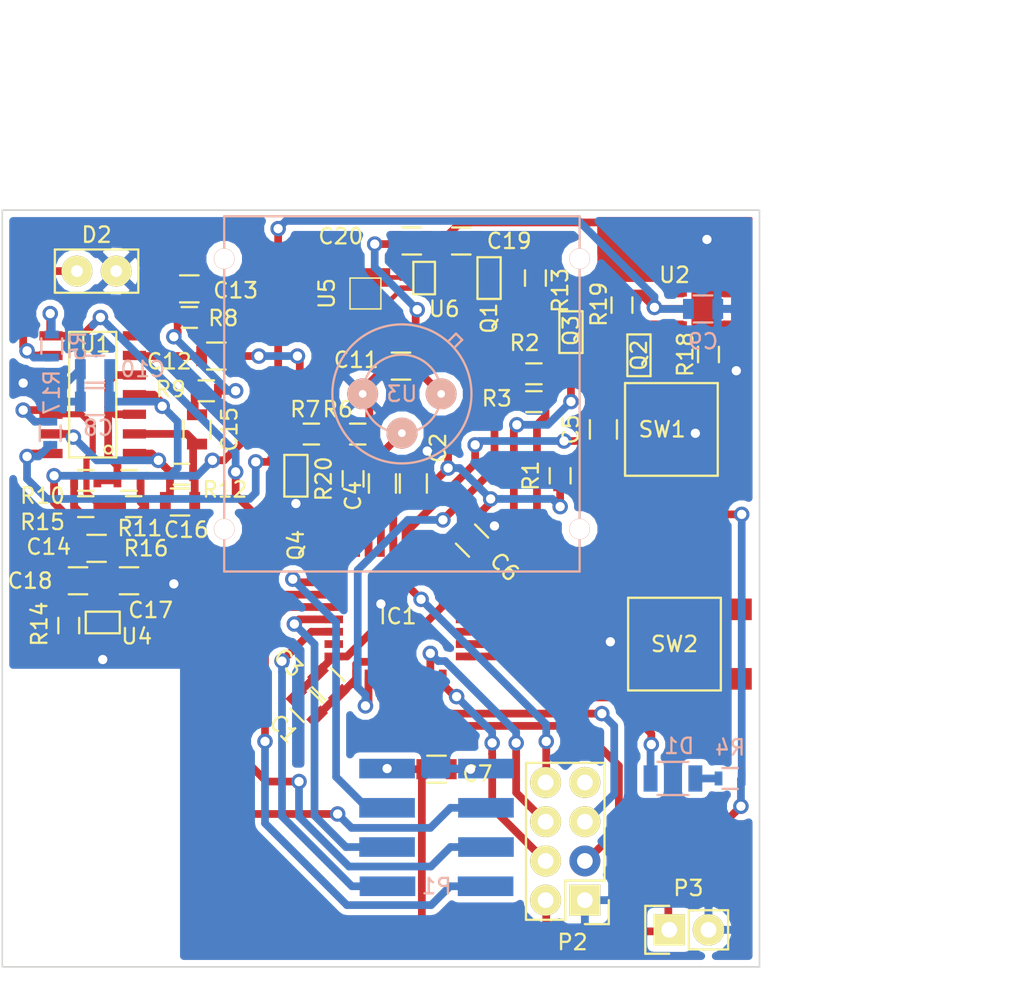
<source format=kicad_pcb>
(kicad_pcb (version 4) (host pcbnew 4.0.4+dfsg1-stable)

  (general
    (links 141)
    (no_connects 0)
    (area 118.349999 56.2 188.347166 120.987333)
    (thickness 1.6)
    (drawings 10)
    (tracks 581)
    (zones 0)
    (modules 58)
    (nets 51)
  )

  (page A4)
  (layers
    (0 F.Cu signal)
    (31 B.Cu signal)
    (32 B.Adhes user)
    (33 F.Adhes user)
    (34 B.Paste user)
    (35 F.Paste user)
    (36 B.SilkS user)
    (37 F.SilkS user)
    (38 B.Mask user)
    (39 F.Mask user)
    (40 Dwgs.User user)
    (41 Cmts.User user)
    (42 Eco1.User user)
    (43 Eco2.User user)
    (44 Edge.Cuts user)
    (45 Margin user)
    (46 B.CrtYd user)
    (47 F.CrtYd user)
    (48 B.Fab user)
    (49 F.Fab user)
  )

  (setup
    (last_trace_width 0.5)
    (trace_clearance 0.254)
    (zone_clearance 0.4)
    (zone_45_only yes)
    (trace_min 0.2)
    (segment_width 0.2)
    (edge_width 0.1)
    (via_size 1)
    (via_drill 0.6)
    (via_min_size 0.4)
    (via_min_drill 0.3)
    (uvia_size 0.3)
    (uvia_drill 0.1)
    (uvias_allowed no)
    (uvia_min_size 0)
    (uvia_min_drill 0)
    (pcb_text_width 0.3)
    (pcb_text_size 1.5 1.5)
    (mod_edge_width 0.15)
    (mod_text_size 1 1)
    (mod_text_width 0.15)
    (pad_size 2 2)
    (pad_drill 0.762)
    (pad_to_mask_clearance 0)
    (aux_axis_origin 0 0)
    (visible_elements FFFEEF7F)
    (pcbplotparams
      (layerselection 0x010fc_80000001)
      (usegerberextensions false)
      (excludeedgelayer false)
      (linewidth 0.100000)
      (plotframeref false)
      (viasonmask false)
      (mode 1)
      (useauxorigin false)
      (hpglpennumber 1)
      (hpglpenspeed 20)
      (hpglpendiameter 15)
      (hpglpenoverlay 2)
      (psnegative false)
      (psa4output false)
      (plotreference true)
      (plotvalue true)
      (plotinvisibletext false)
      (padsonsilk false)
      (subtractmaskfromsilk false)
      (outputformat 1)
      (mirror false)
      (drillshape 0)
      (scaleselection 1)
      (outputdirectory data/pcb/gerber/))
  )

  (net 0 "")
  (net 1 GND)
  (net 2 +BATT)
  (net 3 MCU_RST)
  (net 4 +1V8)
  (net 5 MotionSensor_V+)
  (net 6 "Net-(C12-Pad1)")
  (net 7 "Net-(C12-Pad2)")
  (net 8 "Net-(C13-Pad1)")
  (net 9 "Net-(C15-Pad1)")
  (net 10 "Net-(C15-Pad2)")
  (net 11 ADC_Motion)
  (net 12 "Net-(C19-Pad1)")
  (net 13 MCU_LED)
  (net 14 "Net-(D1-Pad2)")
  (net 15 "Net-(D2-Pad1)")
  (net 16 "Net-(IC1-Pad2)")
  (net 17 "Net-(IC1-Pad3)")
  (net 18 ADC_Light)
  (net 19 RF_CE)
  (net 20 RF_CSN)
  (net 21 SPI_RF_SCK)
  (net 22 SPI_RF_MISO)
  (net 23 SPI_RF_MOSI)
  (net 24 RF_IRQ)
  (net 25 "Net-(IC1-Pad15)")
  (net 26 Enable5V)
  (net 27 UART_TX)
  (net 28 UART_RX)
  (net 29 "Net-(IC1-Pad21)")
  (net 30 "Net-(IC1-Pad22)")
  (net 31 SWDIO)
  (net 32 SWDCLK)
  (net 33 "Net-(IC1-Pad27)")
  (net 34 "Net-(IC1-Pad28)")
  (net 35 HTU21_SCK)
  (net 36 HTU21_SDA)
  (net 37 Motion_Out)
  (net 38 Motion_Offset)
  (net 39 "Net-(R14-Pad1)")
  (net 40 "Net-(U2-Pad3)")
  (net 41 "Net-(U2-Pad4)")
  (net 42 "Net-(U4-Pad3)")
  (net 43 "Net-(U5-Pad2)")
  (net 44 DIG_Motion)
  (net 45 "Net-(R15-Pad2)")
  (net 46 BTN_User)
  (net 47 "Net-(IC1-Pad29)")
  (net 48 "Net-(IC1-Pad30)")
  (net 49 "Net-(Q4-Pad1)")
  (net 50 "Net-(P2-Pad7)")

  (net_class Default "This is the default net class."
    (clearance 0.254)
    (trace_width 0.5)
    (via_dia 1)
    (via_drill 0.6)
    (uvia_dia 0.3)
    (uvia_drill 0.1)
    (add_net +1V8)
    (add_net +BATT)
    (add_net ADC_Light)
    (add_net ADC_Motion)
    (add_net BTN_User)
    (add_net DIG_Motion)
    (add_net Enable5V)
    (add_net GND)
    (add_net HTU21_SCK)
    (add_net HTU21_SDA)
    (add_net MCU_LED)
    (add_net MCU_RST)
    (add_net MotionSensor_V+)
    (add_net Motion_Offset)
    (add_net Motion_Out)
    (add_net "Net-(C12-Pad1)")
    (add_net "Net-(C12-Pad2)")
    (add_net "Net-(C13-Pad1)")
    (add_net "Net-(C15-Pad1)")
    (add_net "Net-(C15-Pad2)")
    (add_net "Net-(C19-Pad1)")
    (add_net "Net-(D1-Pad2)")
    (add_net "Net-(D2-Pad1)")
    (add_net "Net-(IC1-Pad15)")
    (add_net "Net-(IC1-Pad2)")
    (add_net "Net-(IC1-Pad21)")
    (add_net "Net-(IC1-Pad22)")
    (add_net "Net-(IC1-Pad27)")
    (add_net "Net-(IC1-Pad28)")
    (add_net "Net-(IC1-Pad29)")
    (add_net "Net-(IC1-Pad3)")
    (add_net "Net-(IC1-Pad30)")
    (add_net "Net-(P2-Pad7)")
    (add_net "Net-(Q4-Pad1)")
    (add_net "Net-(R14-Pad1)")
    (add_net "Net-(R15-Pad2)")
    (add_net "Net-(U2-Pad3)")
    (add_net "Net-(U2-Pad4)")
    (add_net "Net-(U4-Pad3)")
    (add_net "Net-(U5-Pad2)")
    (add_net RF_CE)
    (add_net RF_CSN)
    (add_net RF_IRQ)
    (add_net SPI_RF_MISO)
    (add_net SPI_RF_MOSI)
    (add_net SPI_RF_SCK)
    (add_net SWDCLK)
    (add_net SWDIO)
    (add_net UART_RX)
    (add_net UART_TX)
  )

  (net_class BoostConv ""
    (clearance 0.254)
    (trace_width 0.3)
    (via_dia 1)
    (via_drill 0.6)
    (uvia_dia 0.3)
    (uvia_drill 0.1)
  )

  (net_class Opamp ""
    (clearance 0.254)
    (trace_width 0.5)
    (via_dia 1)
    (via_drill 0.6)
    (uvia_dia 0.3)
    (uvia_drill 0.1)
  )

  (net_class mcu ""
    (clearance 0.254)
    (trace_width 0.3)
    (via_dia 1)
    (via_drill 0.6)
    (uvia_dia 0.3)
    (uvia_drill 0.1)
  )

  (module STM32:STM32L051-LQFP32 (layer F.Cu) (tedit 56184007) (tstamp 575B222F)
    (at 144.1 95.4 180)
    (path /565E0F3A/565E1045)
    (fp_text reference IC1 (at 0.1 -0.2 180) (layer F.SilkS)
      (effects (font (size 1 1) (thickness 0.15)))
    )
    (fp_text value STM32L051K8T6 (at 0 -6.6 180) (layer F.Fab)
      (effects (font (size 1 1) (thickness 0.15)))
    )
    (pad 1 smd rect (at -2.8 4.25 180) (size 0.5 1.2) (layers F.Cu F.Paste F.Mask)
      (net 2 +BATT))
    (pad 2 smd rect (at -2 4.25 180) (size 0.5 1.2) (layers F.Cu F.Paste F.Mask)
      (net 16 "Net-(IC1-Pad2)"))
    (pad 3 smd rect (at -1.2 4.25 180) (size 0.5 1.2) (layers F.Cu F.Paste F.Mask)
      (net 17 "Net-(IC1-Pad3)"))
    (pad 4 smd rect (at -0.4 4.25 180) (size 0.5 1.2) (layers F.Cu F.Paste F.Mask)
      (net 3 MCU_RST))
    (pad 5 smd rect (at 0.4 4.25 180) (size 0.5 1.2) (layers F.Cu F.Paste F.Mask)
      (net 2 +BATT))
    (pad 6 smd rect (at 1.2 4.25 180) (size 0.5 1.2) (layers F.Cu F.Paste F.Mask)
      (net 44 DIG_Motion))
    (pad 7 smd rect (at 2 4.25 180) (size 0.5 1.2) (layers F.Cu F.Paste F.Mask)
      (net 18 ADC_Light))
    (pad 8 smd rect (at 2.8 4.25 180) (size 0.5 1.2) (layers F.Cu F.Paste F.Mask)
      (net 11 ADC_Motion))
    (pad 9 smd rect (at 4.25 2.8 180) (size 1.2 0.5) (layers F.Cu F.Paste F.Mask)
      (net 19 RF_CE))
    (pad 10 smd rect (at 4.25 2 180) (size 1.2 0.5) (layers F.Cu F.Paste F.Mask)
      (net 20 RF_CSN))
    (pad 11 smd rect (at 4.25 1.2 180) (size 1.2 0.5) (layers F.Cu F.Paste F.Mask)
      (net 21 SPI_RF_SCK))
    (pad 12 smd rect (at 4.25 0.4 180) (size 1.2 0.5) (layers F.Cu F.Paste F.Mask)
      (net 22 SPI_RF_MISO))
    (pad 13 smd rect (at 4.25 -0.4 180) (size 1.2 0.5) (layers F.Cu F.Paste F.Mask)
      (net 23 SPI_RF_MOSI))
    (pad 14 smd rect (at 4.25 -1.2 180) (size 1.2 0.5) (layers F.Cu F.Paste F.Mask)
      (net 24 RF_IRQ))
    (pad 15 smd rect (at 4.25 -2 180) (size 1.2 0.5) (layers F.Cu F.Paste F.Mask)
      (net 25 "Net-(IC1-Pad15)"))
    (pad 16 smd rect (at 4.25 -2.8 180) (size 1.2 0.5) (layers F.Cu F.Paste F.Mask)
      (net 1 GND))
    (pad 17 smd rect (at 2.8 -4.25 180) (size 0.5 1.2) (layers F.Cu F.Paste F.Mask)
      (net 2 +BATT))
    (pad 18 smd rect (at 2 -4.25 180) (size 0.5 1.2) (layers F.Cu F.Paste F.Mask)
      (net 26 Enable5V))
    (pad 19 smd rect (at 1.2 -4.25 180) (size 0.5 1.2) (layers F.Cu F.Paste F.Mask)
      (net 27 UART_TX))
    (pad 20 smd rect (at 0.4 -4.25 180) (size 0.5 1.2) (layers F.Cu F.Paste F.Mask)
      (net 28 UART_RX))
    (pad 21 smd rect (at -0.4 -4.25 180) (size 0.5 1.2) (layers F.Cu F.Paste F.Mask)
      (net 29 "Net-(IC1-Pad21)"))
    (pad 22 smd rect (at -1.2 -4.25 180) (size 0.5 1.2) (layers F.Cu F.Paste F.Mask)
      (net 30 "Net-(IC1-Pad22)"))
    (pad 23 smd rect (at -2 -4.25 180) (size 0.5 1.2) (layers F.Cu F.Paste F.Mask)
      (net 31 SWDIO))
    (pad 24 smd rect (at -2.8 -4.25 180) (size 0.5 1.2) (layers F.Cu F.Paste F.Mask)
      (net 32 SWDCLK))
    (pad 25 smd rect (at -4.25 -2.8 180) (size 1.2 0.5) (layers F.Cu F.Paste F.Mask)
      (net 13 MCU_LED))
    (pad 26 smd rect (at -4.25 -2 180) (size 1.2 0.5) (layers F.Cu F.Paste F.Mask)
      (net 46 BTN_User))
    (pad 27 smd rect (at -4.25 -1.2 180) (size 1.2 0.5) (layers F.Cu F.Paste F.Mask)
      (net 33 "Net-(IC1-Pad27)"))
    (pad 28 smd rect (at -4.25 -0.4 180) (size 1.2 0.5) (layers F.Cu F.Paste F.Mask)
      (net 34 "Net-(IC1-Pad28)"))
    (pad 29 smd rect (at -4.25 0.4 180) (size 1.2 0.5) (layers F.Cu F.Paste F.Mask)
      (net 47 "Net-(IC1-Pad29)"))
    (pad 30 smd rect (at -4.25 1.2 180) (size 1.2 0.5) (layers F.Cu F.Paste F.Mask)
      (net 48 "Net-(IC1-Pad30)"))
    (pad 31 smd rect (at -4.25 2 180) (size 1.2 0.5) (layers F.Cu F.Paste F.Mask)
      (net 1 GND))
    (pad 32 smd rect (at -4.25 2.8 180) (size 1.2 0.5) (layers F.Cu F.Paste F.Mask)
      (net 1 GND))
  )

  (module Resistors_SMD:R_0805 (layer F.Cu) (tedit 5415CDEB) (tstamp 575B21B1)
    (at 146.5 105.5 180)
    (descr "Resistor SMD 0805, reflow soldering, Vishay (see dcrcw.pdf)")
    (tags "resistor 0805")
    (path /565F4CC7/56DC195B)
    (attr smd)
    (fp_text reference C7 (at -2.65 -0.3 180) (layer F.SilkS)
      (effects (font (size 1 1) (thickness 0.15)))
    )
    (fp_text value 100nF (at 0 2.1 180) (layer F.Fab)
      (effects (font (size 1 1) (thickness 0.15)))
    )
    (fp_line (start -1.6 -1) (end 1.6 -1) (layer F.CrtYd) (width 0.05))
    (fp_line (start -1.6 1) (end 1.6 1) (layer F.CrtYd) (width 0.05))
    (fp_line (start -1.6 -1) (end -1.6 1) (layer F.CrtYd) (width 0.05))
    (fp_line (start 1.6 -1) (end 1.6 1) (layer F.CrtYd) (width 0.05))
    (fp_line (start 0.6 0.875) (end -0.6 0.875) (layer F.SilkS) (width 0.15))
    (fp_line (start -0.6 -0.875) (end 0.6 -0.875) (layer F.SilkS) (width 0.15))
    (pad 1 smd rect (at -0.95 0 180) (size 0.7 1.3) (layers F.Cu F.Paste F.Mask)
      (net 1 GND))
    (pad 2 smd rect (at 0.95 0 180) (size 0.7 1.3) (layers F.Cu F.Paste F.Mask)
      (net 2 +BATT))
    (model Resistors_SMD.3dshapes/R_0805.wrl
      (at (xyz 0 0 0))
      (scale (xyz 1 1 1))
      (rotate (xyz 0 0 0))
    )
  )

  (module Resistors_SMD:R_0603 (layer F.Cu) (tedit 5415CC62) (tstamp 575B2266)
    (at 152.8 81.7 180)
    (descr "Resistor SMD 0603, reflow soldering, Vishay (see dcrcw.pdf)")
    (tags "resistor 0603")
    (path /565E0F3A/57536F2D)
    (attr smd)
    (fp_text reference R3 (at 2.4 0.2 180) (layer F.SilkS)
      (effects (font (size 1 1) (thickness 0.15)))
    )
    (fp_text value 10k (at 0 1.9 180) (layer F.Fab)
      (effects (font (size 1 1) (thickness 0.15)))
    )
    (fp_line (start -1.3 -0.8) (end 1.3 -0.8) (layer F.CrtYd) (width 0.05))
    (fp_line (start -1.3 0.8) (end 1.3 0.8) (layer F.CrtYd) (width 0.05))
    (fp_line (start -1.3 -0.8) (end -1.3 0.8) (layer F.CrtYd) (width 0.05))
    (fp_line (start 1.3 -0.8) (end 1.3 0.8) (layer F.CrtYd) (width 0.05))
    (fp_line (start 0.5 0.675) (end -0.5 0.675) (layer F.SilkS) (width 0.15))
    (fp_line (start -0.5 -0.675) (end 0.5 -0.675) (layer F.SilkS) (width 0.15))
    (pad 1 smd rect (at -0.75 0 180) (size 0.5 0.9) (layers F.Cu F.Paste F.Mask)
      (net 47 "Net-(IC1-Pad29)"))
    (pad 2 smd rect (at 0.75 0 180) (size 0.5 0.9) (layers F.Cu F.Paste F.Mask)
      (net 2 +BATT))
    (model Resistors_SMD.3dshapes/R_0603.wrl
      (at (xyz 0 0 0))
      (scale (xyz 1 1 1))
      (rotate (xyz 0 0 0))
    )
  )

  (module CustomModules:PIR (layer B.Cu) (tedit 56F7B20E) (tstamp 575B22D8)
    (at 144.26 81.2)
    (path /56622DA5/56623061)
    (fp_text reference U3 (at 0 0) (layer B.SilkS)
      (effects (font (size 1 1) (thickness 0.15)) (justify mirror))
    )
    (fp_text value PIR (at 0 5.8) (layer B.Fab)
      (effects (font (size 1 1) (thickness 0.15)) (justify mirror))
    )
    (fp_circle (center -11.5 -8.75) (end -10.9 -8.75) (layer B.SilkS) (width 0.15))
    (fp_circle (center 11.5 -8.75) (end 12.1 -8.75) (layer B.SilkS) (width 0.15))
    (fp_circle (center -11.5 8.75) (end -10.9 8.75) (layer B.SilkS) (width 0.15))
    (fp_circle (center 11.5 8.75) (end 12.1 8.75) (layer B.SilkS) (width 0.15))
    (fp_line (start 11.5 11.5) (end 11.5 -11.5) (layer B.SilkS) (width 0.15))
    (fp_line (start 11.5 -11.5) (end -11.5 -11.5) (layer B.SilkS) (width 0.15))
    (fp_line (start -11.5 -11.5) (end -11.5 11.5) (layer B.SilkS) (width 0.15))
    (fp_line (start -11.5 11.5) (end 11.5 11.5) (layer B.SilkS) (width 0.15))
    (fp_line (start 3.5 -3.9) (end 3 -3.4) (layer B.SilkS) (width 0.15))
    (fp_line (start 3.9 -3.5) (end 3.5 -3.9) (layer B.SilkS) (width 0.15))
    (fp_line (start 3.4 -3) (end 3.9 -3.5) (layer B.SilkS) (width 0.15))
    (fp_circle (center 0 0) (end 4.5 0.1) (layer B.SilkS) (width 0.15))
    (fp_circle (center 0 0) (end 2.54 0) (layer B.SilkS) (width 0.15))
    (pad 1 thru_hole circle (at 2.54 0) (size 2 2) (drill 0.5) (layers *.Cu *.Mask B.SilkS)
      (net 5 MotionSensor_V+))
    (pad 3 thru_hole circle (at -2.54 0) (size 2 2) (drill 0.5) (layers *.Cu *.Mask B.SilkS)
      (net 1 GND))
    (pad 2 thru_hole circle (at 0 2.54) (size 2 2) (drill 0.5) (layers *.Cu *.Mask B.SilkS)
      (net 37 Motion_Out))
    (pad "" thru_hole circle (at -11.5 8.75) (size 1.3 1.3) (drill 1.3) (layers *.Cu *.Mask B.SilkS)
      (clearance 0.5))
    (pad "" thru_hole circle (at -11.5 -8.75) (size 1.3 1.3) (drill 1.3) (layers *.Cu *.Mask B.SilkS)
      (clearance 0.5))
    (pad "" thru_hole circle (at 11.5 -8.75) (size 1.3 1.3) (drill 1.3) (layers *.Cu *.Mask B.SilkS)
      (clearance 0.5))
    (pad "" thru_hole circle (at 11.5 8.75) (size 1.3 1.3) (drill 1.3) (layers *.Cu *.Mask B.SilkS)
      (clearance 0.5))
  )

  (module Resistors_SMD:R_0805 (layer F.Cu) (tedit 5415CDEB) (tstamp 575B2199)
    (at 139.5 100 135)
    (descr "Resistor SMD 0805, reflow soldering, Vishay (see dcrcw.pdf)")
    (tags "resistor 0805")
    (path /565E0F3A/565E0FA4)
    (attr smd)
    (fp_text reference C3 (at 2.828427 -0.848528 135) (layer F.SilkS)
      (effects (font (size 1 1) (thickness 0.15)))
    )
    (fp_text value 100nF (at 0 2.1 135) (layer F.Fab)
      (effects (font (size 1 1) (thickness 0.15)))
    )
    (fp_line (start -1.6 -1) (end 1.6 -1) (layer F.CrtYd) (width 0.05))
    (fp_line (start -1.6 1) (end 1.6 1) (layer F.CrtYd) (width 0.05))
    (fp_line (start -1.6 -1) (end -1.6 1) (layer F.CrtYd) (width 0.05))
    (fp_line (start 1.6 -1) (end 1.6 1) (layer F.CrtYd) (width 0.05))
    (fp_line (start 0.6 0.875) (end -0.6 0.875) (layer F.SilkS) (width 0.15))
    (fp_line (start -0.6 -0.875) (end 0.6 -0.875) (layer F.SilkS) (width 0.15))
    (pad 1 smd rect (at -0.95 0 135) (size 0.7 1.3) (layers F.Cu F.Paste F.Mask)
      (net 2 +BATT))
    (pad 2 smd rect (at 0.95 0 135) (size 0.7 1.3) (layers F.Cu F.Paste F.Mask)
      (net 1 GND))
    (model Resistors_SMD.3dshapes/R_0805.wrl
      (at (xyz 0 0 0))
      (scale (xyz 1 1 1))
      (rotate (xyz 0 0 0))
    )
  )

  (module Resistors_SMD:R_0805 (layer F.Cu) (tedit 5415CDEB) (tstamp 575B21AB)
    (at 148.8 90.7 315)
    (descr "Resistor SMD 0805, reflow soldering, Vishay (see dcrcw.pdf)")
    (tags "resistor 0805")
    (path /565E0F3A/565E0FC1)
    (attr smd)
    (fp_text reference C6 (at 2.687006 -0.282843 315) (layer F.SilkS)
      (effects (font (size 1 1) (thickness 0.15)))
    )
    (fp_text value 100nF (at 0 2.1 315) (layer F.Fab)
      (effects (font (size 1 1) (thickness 0.15)))
    )
    (fp_line (start -1.6 -1) (end 1.6 -1) (layer F.CrtYd) (width 0.05))
    (fp_line (start -1.6 1) (end 1.6 1) (layer F.CrtYd) (width 0.05))
    (fp_line (start -1.6 -1) (end -1.6 1) (layer F.CrtYd) (width 0.05))
    (fp_line (start 1.6 -1) (end 1.6 1) (layer F.CrtYd) (width 0.05))
    (fp_line (start 0.6 0.875) (end -0.6 0.875) (layer F.SilkS) (width 0.15))
    (fp_line (start -0.6 -0.875) (end 0.6 -0.875) (layer F.SilkS) (width 0.15))
    (pad 1 smd rect (at -0.95 0 315) (size 0.7 1.3) (layers F.Cu F.Paste F.Mask)
      (net 2 +BATT))
    (pad 2 smd rect (at 0.95 0 315) (size 0.7 1.3) (layers F.Cu F.Paste F.Mask)
      (net 1 GND))
    (model Resistors_SMD.3dshapes/R_0805.wrl
      (at (xyz 0 0 0))
      (scale (xyz 1 1 1))
      (rotate (xyz 0 0 0))
    )
  )

  (module Resistors_SMD:R_1206 (layer B.Cu) (tedit 5415CFA7) (tstamp 575B2205)
    (at 161.8 106.1)
    (descr "Resistor SMD 1206, reflow soldering, Vishay (see dcrcw.pdf)")
    (tags "resistor 1206")
    (path /56621344/56621455)
    (attr smd)
    (fp_text reference D1 (at 0.4 -2.1) (layer B.SilkS)
      (effects (font (size 1 1) (thickness 0.15)) (justify mirror))
    )
    (fp_text value LED (at 0 -2.3) (layer B.Fab)
      (effects (font (size 1 1) (thickness 0.15)) (justify mirror))
    )
    (fp_line (start -2.2 1.2) (end 2.2 1.2) (layer B.CrtYd) (width 0.05))
    (fp_line (start -2.2 -1.2) (end 2.2 -1.2) (layer B.CrtYd) (width 0.05))
    (fp_line (start -2.2 1.2) (end -2.2 -1.2) (layer B.CrtYd) (width 0.05))
    (fp_line (start 2.2 1.2) (end 2.2 -1.2) (layer B.CrtYd) (width 0.05))
    (fp_line (start 1 -1.075) (end -1 -1.075) (layer B.SilkS) (width 0.15))
    (fp_line (start -1 1.075) (end 1 1.075) (layer B.SilkS) (width 0.15))
    (pad 1 smd rect (at -1.45 0) (size 0.9 1.7) (layers B.Cu B.Paste B.Mask)
      (net 13 MCU_LED))
    (pad 2 smd rect (at 1.45 0) (size 0.9 1.7) (layers B.Cu B.Paste B.Mask)
      (net 14 "Net-(D1-Pad2)"))
    (model Resistors_SMD.3dshapes/R_1206.wrl
      (at (xyz 0 0 0))
      (scale (xyz 1 1 1))
      (rotate (xyz 0 0 0))
    )
  )

  (module Resistors_SMD:R_0805 (layer F.Cu) (tedit 5415CDEB) (tstamp 575B218D)
    (at 138.1 101.4 135)
    (descr "Resistor SMD 0805, reflow soldering, Vishay (see dcrcw.pdf)")
    (tags "resistor 0805")
    (path /565E0F3A/565E0F6D)
    (attr smd)
    (fp_text reference C1 (at 0 -2.1 135) (layer F.SilkS)
      (effects (font (size 1 1) (thickness 0.15)))
    )
    (fp_text value 10uF (at 0 2.1 135) (layer F.Fab)
      (effects (font (size 1 1) (thickness 0.15)))
    )
    (fp_line (start -1.6 -1) (end 1.6 -1) (layer F.CrtYd) (width 0.05))
    (fp_line (start -1.6 1) (end 1.6 1) (layer F.CrtYd) (width 0.05))
    (fp_line (start -1.6 -1) (end -1.6 1) (layer F.CrtYd) (width 0.05))
    (fp_line (start 1.6 -1) (end 1.6 1) (layer F.CrtYd) (width 0.05))
    (fp_line (start 0.6 0.875) (end -0.6 0.875) (layer F.SilkS) (width 0.15))
    (fp_line (start -0.6 -0.875) (end 0.6 -0.875) (layer F.SilkS) (width 0.15))
    (pad 1 smd rect (at -0.95 0 135) (size 0.7 1.3) (layers F.Cu F.Paste F.Mask)
      (net 2 +BATT))
    (pad 2 smd rect (at 0.95 0 135) (size 0.7 1.3) (layers F.Cu F.Paste F.Mask)
      (net 1 GND))
    (model Resistors_SMD.3dshapes/R_0805.wrl
      (at (xyz 0 0 0))
      (scale (xyz 1 1 1))
      (rotate (xyz 0 0 0))
    )
  )

  (module Resistors_SMD:R_0805 (layer F.Cu) (tedit 5415CDEB) (tstamp 575B2193)
    (at 145 87 90)
    (descr "Resistor SMD 0805, reflow soldering, Vishay (see dcrcw.pdf)")
    (tags "resistor 0805")
    (path /565E0F3A/565E124A)
    (attr smd)
    (fp_text reference C2 (at 2.3 1.6 90) (layer F.SilkS)
      (effects (font (size 1 1) (thickness 0.15)))
    )
    (fp_text value 1uF (at 0 2.1 90) (layer F.Fab)
      (effects (font (size 1 1) (thickness 0.15)))
    )
    (fp_line (start -1.6 -1) (end 1.6 -1) (layer F.CrtYd) (width 0.05))
    (fp_line (start -1.6 1) (end 1.6 1) (layer F.CrtYd) (width 0.05))
    (fp_line (start -1.6 -1) (end -1.6 1) (layer F.CrtYd) (width 0.05))
    (fp_line (start 1.6 -1) (end 1.6 1) (layer F.CrtYd) (width 0.05))
    (fp_line (start 0.6 0.875) (end -0.6 0.875) (layer F.SilkS) (width 0.15))
    (fp_line (start -0.6 -0.875) (end 0.6 -0.875) (layer F.SilkS) (width 0.15))
    (pad 1 smd rect (at -0.95 0 90) (size 0.7 1.3) (layers F.Cu F.Paste F.Mask)
      (net 2 +BATT))
    (pad 2 smd rect (at 0.95 0 90) (size 0.7 1.3) (layers F.Cu F.Paste F.Mask)
      (net 1 GND))
    (model Resistors_SMD.3dshapes/R_0805.wrl
      (at (xyz 0 0 0))
      (scale (xyz 1 1 1))
      (rotate (xyz 0 0 0))
    )
  )

  (module Resistors_SMD:R_0805 (layer F.Cu) (tedit 5415CDEB) (tstamp 575B219F)
    (at 143 87 90)
    (descr "Resistor SMD 0805, reflow soldering, Vishay (see dcrcw.pdf)")
    (tags "resistor 0805")
    (path /565E0F3A/565E1277)
    (attr smd)
    (fp_text reference C4 (at -0.8 -1.9 90) (layer F.SilkS)
      (effects (font (size 1 1) (thickness 0.15)))
    )
    (fp_text value 100nF (at 0 2.1 90) (layer F.Fab)
      (effects (font (size 1 1) (thickness 0.15)))
    )
    (fp_line (start -1.6 -1) (end 1.6 -1) (layer F.CrtYd) (width 0.05))
    (fp_line (start -1.6 1) (end 1.6 1) (layer F.CrtYd) (width 0.05))
    (fp_line (start -1.6 -1) (end -1.6 1) (layer F.CrtYd) (width 0.05))
    (fp_line (start 1.6 -1) (end 1.6 1) (layer F.CrtYd) (width 0.05))
    (fp_line (start 0.6 0.875) (end -0.6 0.875) (layer F.SilkS) (width 0.15))
    (fp_line (start -0.6 -0.875) (end 0.6 -0.875) (layer F.SilkS) (width 0.15))
    (pad 1 smd rect (at -0.95 0 90) (size 0.7 1.3) (layers F.Cu F.Paste F.Mask)
      (net 2 +BATT))
    (pad 2 smd rect (at 0.95 0 90) (size 0.7 1.3) (layers F.Cu F.Paste F.Mask)
      (net 1 GND))
    (model Resistors_SMD.3dshapes/R_0805.wrl
      (at (xyz 0 0 0))
      (scale (xyz 1 1 1))
      (rotate (xyz 0 0 0))
    )
  )

  (module Resistors_SMD:R_0805 (layer F.Cu) (tedit 5415CDEB) (tstamp 575B21A5)
    (at 157.3 83.5 90)
    (descr "Resistor SMD 0805, reflow soldering, Vishay (see dcrcw.pdf)")
    (tags "resistor 0805")
    (path /565E0F3A/565E1519)
    (attr smd)
    (fp_text reference C5 (at 0 -2.1 90) (layer F.SilkS)
      (effects (font (size 1 1) (thickness 0.15)))
    )
    (fp_text value 100nF (at 0 2.1 90) (layer F.Fab)
      (effects (font (size 1 1) (thickness 0.15)))
    )
    (fp_line (start -1.6 -1) (end 1.6 -1) (layer F.CrtYd) (width 0.05))
    (fp_line (start -1.6 1) (end 1.6 1) (layer F.CrtYd) (width 0.05))
    (fp_line (start -1.6 -1) (end -1.6 1) (layer F.CrtYd) (width 0.05))
    (fp_line (start 1.6 -1) (end 1.6 1) (layer F.CrtYd) (width 0.05))
    (fp_line (start 0.6 0.875) (end -0.6 0.875) (layer F.SilkS) (width 0.15))
    (fp_line (start -0.6 -0.875) (end 0.6 -0.875) (layer F.SilkS) (width 0.15))
    (pad 1 smd rect (at -0.95 0 90) (size 0.7 1.3) (layers F.Cu F.Paste F.Mask)
      (net 3 MCU_RST))
    (pad 2 smd rect (at 0.95 0 90) (size 0.7 1.3) (layers F.Cu F.Paste F.Mask)
      (net 1 GND))
    (model Resistors_SMD.3dshapes/R_0805.wrl
      (at (xyz 0 0 0))
      (scale (xyz 1 1 1))
      (rotate (xyz 0 0 0))
    )
  )

  (module Resistors_SMD:R_0805 (layer B.Cu) (tedit 5415CDEB) (tstamp 575B21B7)
    (at 124.4 81.7 180)
    (descr "Resistor SMD 0805, reflow soldering, Vishay (see dcrcw.pdf)")
    (tags "resistor 0805")
    (path /56622DA5/57539341)
    (attr smd)
    (fp_text reference C8 (at -0.2 -1.7 180) (layer B.SilkS)
      (effects (font (size 1 1) (thickness 0.15)) (justify mirror))
    )
    (fp_text value 1uF (at 0 -2.1 180) (layer B.Fab)
      (effects (font (size 1 1) (thickness 0.15)) (justify mirror))
    )
    (fp_line (start -1.6 1) (end 1.6 1) (layer B.CrtYd) (width 0.05))
    (fp_line (start -1.6 -1) (end 1.6 -1) (layer B.CrtYd) (width 0.05))
    (fp_line (start -1.6 1) (end -1.6 -1) (layer B.CrtYd) (width 0.05))
    (fp_line (start 1.6 1) (end 1.6 -1) (layer B.CrtYd) (width 0.05))
    (fp_line (start 0.6 -0.875) (end -0.6 -0.875) (layer B.SilkS) (width 0.15))
    (fp_line (start -0.6 0.875) (end 0.6 0.875) (layer B.SilkS) (width 0.15))
    (pad 1 smd rect (at -0.95 0 180) (size 0.7 1.3) (layers B.Cu B.Paste B.Mask)
      (net 4 +1V8))
    (pad 2 smd rect (at 0.95 0 180) (size 0.7 1.3) (layers B.Cu B.Paste B.Mask)
      (net 1 GND))
    (model Resistors_SMD.3dshapes/R_0805.wrl
      (at (xyz 0 0 0))
      (scale (xyz 1 1 1))
      (rotate (xyz 0 0 0))
    )
  )

  (module Resistors_SMD:R_0805 (layer B.Cu) (tedit 5415CDEB) (tstamp 575B21BD)
    (at 163.75 75.7)
    (descr "Resistor SMD 0805, reflow soldering, Vishay (see dcrcw.pdf)")
    (tags "resistor 0805")
    (path /56622DA5/575357B6)
    (attr smd)
    (fp_text reference C9 (at 0 2.1) (layer B.SilkS)
      (effects (font (size 1 1) (thickness 0.15)) (justify mirror))
    )
    (fp_text value 100nF (at 0 -2.1) (layer B.Fab)
      (effects (font (size 1 1) (thickness 0.15)) (justify mirror))
    )
    (fp_line (start -1.6 1) (end 1.6 1) (layer B.CrtYd) (width 0.05))
    (fp_line (start -1.6 -1) (end 1.6 -1) (layer B.CrtYd) (width 0.05))
    (fp_line (start -1.6 1) (end -1.6 -1) (layer B.CrtYd) (width 0.05))
    (fp_line (start 1.6 1) (end 1.6 -1) (layer B.CrtYd) (width 0.05))
    (fp_line (start 0.6 -0.875) (end -0.6 -0.875) (layer B.SilkS) (width 0.15))
    (fp_line (start -0.6 0.875) (end 0.6 0.875) (layer B.SilkS) (width 0.15))
    (pad 1 smd rect (at -0.95 0) (size 0.7 1.3) (layers B.Cu B.Paste B.Mask)
      (net 4 +1V8))
    (pad 2 smd rect (at 0.95 0) (size 0.7 1.3) (layers B.Cu B.Paste B.Mask)
      (net 1 GND))
    (model Resistors_SMD.3dshapes/R_0805.wrl
      (at (xyz 0 0 0))
      (scale (xyz 1 1 1))
      (rotate (xyz 0 0 0))
    )
  )

  (module Resistors_SMD:R_0805 (layer B.Cu) (tedit 5415CDEB) (tstamp 575B21C3)
    (at 124.4 79.6 180)
    (descr "Resistor SMD 0805, reflow soldering, Vishay (see dcrcw.pdf)")
    (tags "resistor 0805")
    (path /56622DA5/575392E6)
    (attr smd)
    (fp_text reference C10 (at -3.1 0 180) (layer B.SilkS)
      (effects (font (size 1 1) (thickness 0.15)) (justify mirror))
    )
    (fp_text value 100nF (at 0 -2.1 180) (layer B.Fab)
      (effects (font (size 1 1) (thickness 0.15)) (justify mirror))
    )
    (fp_line (start -1.6 1) (end 1.6 1) (layer B.CrtYd) (width 0.05))
    (fp_line (start -1.6 -1) (end 1.6 -1) (layer B.CrtYd) (width 0.05))
    (fp_line (start -1.6 1) (end -1.6 -1) (layer B.CrtYd) (width 0.05))
    (fp_line (start 1.6 1) (end 1.6 -1) (layer B.CrtYd) (width 0.05))
    (fp_line (start 0.6 -0.875) (end -0.6 -0.875) (layer B.SilkS) (width 0.15))
    (fp_line (start -0.6 0.875) (end 0.6 0.875) (layer B.SilkS) (width 0.15))
    (pad 1 smd rect (at -0.95 0 180) (size 0.7 1.3) (layers B.Cu B.Paste B.Mask)
      (net 4 +1V8))
    (pad 2 smd rect (at 0.95 0 180) (size 0.7 1.3) (layers B.Cu B.Paste B.Mask)
      (net 1 GND))
    (model Resistors_SMD.3dshapes/R_0805.wrl
      (at (xyz 0 0 0))
      (scale (xyz 1 1 1))
      (rotate (xyz 0 0 0))
    )
  )

  (module Resistors_SMD:R_0805 (layer F.Cu) (tedit 5415CDEB) (tstamp 575B21C9)
    (at 144.2 79.4 180)
    (descr "Resistor SMD 0805, reflow soldering, Vishay (see dcrcw.pdf)")
    (tags "resistor 0805")
    (path /56622DA5/56637A5D)
    (attr smd)
    (fp_text reference C11 (at 2.9 0.4 180) (layer F.SilkS)
      (effects (font (size 1 1) (thickness 0.15)))
    )
    (fp_text value 10uF (at 0 2.1 180) (layer F.Fab)
      (effects (font (size 1 1) (thickness 0.15)))
    )
    (fp_line (start -1.6 -1) (end 1.6 -1) (layer F.CrtYd) (width 0.05))
    (fp_line (start -1.6 1) (end 1.6 1) (layer F.CrtYd) (width 0.05))
    (fp_line (start -1.6 -1) (end -1.6 1) (layer F.CrtYd) (width 0.05))
    (fp_line (start 1.6 -1) (end 1.6 1) (layer F.CrtYd) (width 0.05))
    (fp_line (start 0.6 0.875) (end -0.6 0.875) (layer F.SilkS) (width 0.15))
    (fp_line (start -0.6 -0.875) (end 0.6 -0.875) (layer F.SilkS) (width 0.15))
    (pad 1 smd rect (at -0.95 0 180) (size 0.7 1.3) (layers F.Cu F.Paste F.Mask)
      (net 5 MotionSensor_V+))
    (pad 2 smd rect (at 0.95 0 180) (size 0.7 1.3) (layers F.Cu F.Paste F.Mask)
      (net 1 GND))
    (model Resistors_SMD.3dshapes/R_0805.wrl
      (at (xyz 0 0 0))
      (scale (xyz 1 1 1))
      (rotate (xyz 0 0 0))
    )
  )

  (module Resistors_SMD:R_0805 (layer F.Cu) (tedit 5415CDEB) (tstamp 575B21CF)
    (at 132.25 78.75 180)
    (descr "Resistor SMD 0805, reflow soldering, Vishay (see dcrcw.pdf)")
    (tags "resistor 0805")
    (path /56622DA5/56A5074F)
    (attr smd)
    (fp_text reference C12 (at 3.05 -0.35 180) (layer F.SilkS)
      (effects (font (size 1 1) (thickness 0.15)))
    )
    (fp_text value 10uF (at 0 2.1 180) (layer F.Fab)
      (effects (font (size 1 1) (thickness 0.15)))
    )
    (fp_line (start -1.6 -1) (end 1.6 -1) (layer F.CrtYd) (width 0.05))
    (fp_line (start -1.6 1) (end 1.6 1) (layer F.CrtYd) (width 0.05))
    (fp_line (start -1.6 -1) (end -1.6 1) (layer F.CrtYd) (width 0.05))
    (fp_line (start 1.6 -1) (end 1.6 1) (layer F.CrtYd) (width 0.05))
    (fp_line (start 0.6 0.875) (end -0.6 0.875) (layer F.SilkS) (width 0.15))
    (fp_line (start -0.6 -0.875) (end 0.6 -0.875) (layer F.SilkS) (width 0.15))
    (pad 1 smd rect (at -0.95 0 180) (size 0.7 1.3) (layers F.Cu F.Paste F.Mask)
      (net 6 "Net-(C12-Pad1)"))
    (pad 2 smd rect (at 0.95 0 180) (size 0.7 1.3) (layers F.Cu F.Paste F.Mask)
      (net 7 "Net-(C12-Pad2)"))
    (model Resistors_SMD.3dshapes/R_0805.wrl
      (at (xyz 0 0 0))
      (scale (xyz 1 1 1))
      (rotate (xyz 0 0 0))
    )
  )

  (module Resistors_SMD:R_0805 (layer F.Cu) (tedit 5415CDEB) (tstamp 575B21D5)
    (at 130.5 74.4)
    (descr "Resistor SMD 0805, reflow soldering, Vishay (see dcrcw.pdf)")
    (tags "resistor 0805")
    (path /56622DA5/56A50A73)
    (attr smd)
    (fp_text reference C13 (at 3 0.1) (layer F.SilkS)
      (effects (font (size 1 1) (thickness 0.15)))
    )
    (fp_text value 100nF (at 0 2.1) (layer F.Fab)
      (effects (font (size 1 1) (thickness 0.15)))
    )
    (fp_line (start -1.6 -1) (end 1.6 -1) (layer F.CrtYd) (width 0.05))
    (fp_line (start -1.6 1) (end 1.6 1) (layer F.CrtYd) (width 0.05))
    (fp_line (start -1.6 -1) (end -1.6 1) (layer F.CrtYd) (width 0.05))
    (fp_line (start 1.6 -1) (end 1.6 1) (layer F.CrtYd) (width 0.05))
    (fp_line (start 0.6 0.875) (end -0.6 0.875) (layer F.SilkS) (width 0.15))
    (fp_line (start -0.6 -0.875) (end 0.6 -0.875) (layer F.SilkS) (width 0.15))
    (pad 1 smd rect (at -0.95 0) (size 0.7 1.3) (layers F.Cu F.Paste F.Mask)
      (net 8 "Net-(C13-Pad1)"))
    (pad 2 smd rect (at 0.95 0) (size 0.7 1.3) (layers F.Cu F.Paste F.Mask)
      (net 7 "Net-(C12-Pad2)"))
    (model Resistors_SMD.3dshapes/R_0805.wrl
      (at (xyz 0 0 0))
      (scale (xyz 1 1 1))
      (rotate (xyz 0 0 0))
    )
  )

  (module Resistors_SMD:R_0805 (layer F.Cu) (tedit 5415CDEB) (tstamp 575B21DB)
    (at 124.5 91.2)
    (descr "Resistor SMD 0805, reflow soldering, Vishay (see dcrcw.pdf)")
    (tags "resistor 0805")
    (path /56622DA5/56A501D2)
    (attr smd)
    (fp_text reference C14 (at -3.1 -0.1) (layer F.SilkS)
      (effects (font (size 1 1) (thickness 0.15)))
    )
    (fp_text value 100nF (at 0 2.1) (layer F.Fab)
      (effects (font (size 1 1) (thickness 0.15)))
    )
    (fp_line (start -1.6 -1) (end 1.6 -1) (layer F.CrtYd) (width 0.05))
    (fp_line (start -1.6 1) (end 1.6 1) (layer F.CrtYd) (width 0.05))
    (fp_line (start -1.6 -1) (end -1.6 1) (layer F.CrtYd) (width 0.05))
    (fp_line (start 1.6 -1) (end 1.6 1) (layer F.CrtYd) (width 0.05))
    (fp_line (start 0.6 0.875) (end -0.6 0.875) (layer F.SilkS) (width 0.15))
    (fp_line (start -0.6 -0.875) (end 0.6 -0.875) (layer F.SilkS) (width 0.15))
    (pad 1 smd rect (at -0.95 0) (size 0.7 1.3) (layers F.Cu F.Paste F.Mask)
      (net 4 +1V8))
    (pad 2 smd rect (at 0.95 0) (size 0.7 1.3) (layers F.Cu F.Paste F.Mask)
      (net 1 GND))
    (model Resistors_SMD.3dshapes/R_0805.wrl
      (at (xyz 0 0 0))
      (scale (xyz 1 1 1))
      (rotate (xyz 0 0 0))
    )
  )

  (module Resistors_SMD:R_0805 (layer F.Cu) (tedit 5415CDEB) (tstamp 575B21E1)
    (at 131 83.5 270)
    (descr "Resistor SMD 0805, reflow soldering, Vishay (see dcrcw.pdf)")
    (tags "resistor 0805")
    (path /56622DA5/56A5106C)
    (attr smd)
    (fp_text reference C15 (at 0 -2.1 270) (layer F.SilkS)
      (effects (font (size 1 1) (thickness 0.15)))
    )
    (fp_text value 10uF (at 0 2.1 270) (layer F.Fab)
      (effects (font (size 1 1) (thickness 0.15)))
    )
    (fp_line (start -1.6 -1) (end 1.6 -1) (layer F.CrtYd) (width 0.05))
    (fp_line (start -1.6 1) (end 1.6 1) (layer F.CrtYd) (width 0.05))
    (fp_line (start -1.6 -1) (end -1.6 1) (layer F.CrtYd) (width 0.05))
    (fp_line (start 1.6 -1) (end 1.6 1) (layer F.CrtYd) (width 0.05))
    (fp_line (start 0.6 0.875) (end -0.6 0.875) (layer F.SilkS) (width 0.15))
    (fp_line (start -0.6 -0.875) (end 0.6 -0.875) (layer F.SilkS) (width 0.15))
    (pad 1 smd rect (at -0.95 0 270) (size 0.7 1.3) (layers F.Cu F.Paste F.Mask)
      (net 9 "Net-(C15-Pad1)"))
    (pad 2 smd rect (at 0.95 0 270) (size 0.7 1.3) (layers F.Cu F.Paste F.Mask)
      (net 10 "Net-(C15-Pad2)"))
    (model Resistors_SMD.3dshapes/R_0805.wrl
      (at (xyz 0 0 0))
      (scale (xyz 1 1 1))
      (rotate (xyz 0 0 0))
    )
  )

  (module Resistors_SMD:R_0805 (layer F.Cu) (tedit 5415CDEB) (tstamp 575B21E7)
    (at 129.9 88.2)
    (descr "Resistor SMD 0805, reflow soldering, Vishay (see dcrcw.pdf)")
    (tags "resistor 0805")
    (path /56622DA5/56A5107B)
    (attr smd)
    (fp_text reference C16 (at 0.4 1.8) (layer F.SilkS)
      (effects (font (size 1 1) (thickness 0.15)))
    )
    (fp_text value 100nF (at 0 2.1) (layer F.Fab)
      (effects (font (size 1 1) (thickness 0.15)))
    )
    (fp_line (start -1.6 -1) (end 1.6 -1) (layer F.CrtYd) (width 0.05))
    (fp_line (start -1.6 1) (end 1.6 1) (layer F.CrtYd) (width 0.05))
    (fp_line (start -1.6 -1) (end -1.6 1) (layer F.CrtYd) (width 0.05))
    (fp_line (start 1.6 -1) (end 1.6 1) (layer F.CrtYd) (width 0.05))
    (fp_line (start 0.6 0.875) (end -0.6 0.875) (layer F.SilkS) (width 0.15))
    (fp_line (start -0.6 -0.875) (end 0.6 -0.875) (layer F.SilkS) (width 0.15))
    (pad 1 smd rect (at -0.95 0) (size 0.7 1.3) (layers F.Cu F.Paste F.Mask)
      (net 11 ADC_Motion))
    (pad 2 smd rect (at 0.95 0) (size 0.7 1.3) (layers F.Cu F.Paste F.Mask)
      (net 10 "Net-(C15-Pad2)"))
    (model Resistors_SMD.3dshapes/R_0805.wrl
      (at (xyz 0 0 0))
      (scale (xyz 1 1 1))
      (rotate (xyz 0 0 0))
    )
  )

  (module Resistors_SMD:R_0805 (layer F.Cu) (tedit 5415CDEB) (tstamp 575B21ED)
    (at 126.6 93.3)
    (descr "Resistor SMD 0805, reflow soldering, Vishay (see dcrcw.pdf)")
    (tags "resistor 0805")
    (path /56630E7C/5752EA4A)
    (attr smd)
    (fp_text reference C17 (at 1.4 1.9) (layer F.SilkS)
      (effects (font (size 1 1) (thickness 0.15)))
    )
    (fp_text value 0.1uF (at 0 2.1) (layer F.Fab)
      (effects (font (size 1 1) (thickness 0.15)))
    )
    (fp_line (start -1.6 -1) (end 1.6 -1) (layer F.CrtYd) (width 0.05))
    (fp_line (start -1.6 1) (end 1.6 1) (layer F.CrtYd) (width 0.05))
    (fp_line (start -1.6 -1) (end -1.6 1) (layer F.CrtYd) (width 0.05))
    (fp_line (start 1.6 -1) (end 1.6 1) (layer F.CrtYd) (width 0.05))
    (fp_line (start 0.6 0.875) (end -0.6 0.875) (layer F.SilkS) (width 0.15))
    (fp_line (start -0.6 -0.875) (end 0.6 -0.875) (layer F.SilkS) (width 0.15))
    (pad 1 smd rect (at -0.95 0) (size 0.7 1.3) (layers F.Cu F.Paste F.Mask)
      (net 2 +BATT))
    (pad 2 smd rect (at 0.95 0) (size 0.7 1.3) (layers F.Cu F.Paste F.Mask)
      (net 1 GND))
    (model Resistors_SMD.3dshapes/R_0805.wrl
      (at (xyz 0 0 0))
      (scale (xyz 1 1 1))
      (rotate (xyz 0 0 0))
    )
  )

  (module Resistors_SMD:R_0805 (layer F.Cu) (tedit 5415CDEB) (tstamp 575B21F3)
    (at 123.3 93.3 180)
    (descr "Resistor SMD 0805, reflow soldering, Vishay (see dcrcw.pdf)")
    (tags "resistor 0805")
    (path /56630E7C/5752E7A5)
    (attr smd)
    (fp_text reference C18 (at 3.1 0 360) (layer F.SilkS)
      (effects (font (size 1 1) (thickness 0.15)))
    )
    (fp_text value 0.47uF (at 0 2.1 180) (layer F.Fab)
      (effects (font (size 1 1) (thickness 0.15)))
    )
    (fp_line (start -1.6 -1) (end 1.6 -1) (layer F.CrtYd) (width 0.05))
    (fp_line (start -1.6 1) (end 1.6 1) (layer F.CrtYd) (width 0.05))
    (fp_line (start -1.6 -1) (end -1.6 1) (layer F.CrtYd) (width 0.05))
    (fp_line (start 1.6 -1) (end 1.6 1) (layer F.CrtYd) (width 0.05))
    (fp_line (start 0.6 0.875) (end -0.6 0.875) (layer F.SilkS) (width 0.15))
    (fp_line (start -0.6 -0.875) (end 0.6 -0.875) (layer F.SilkS) (width 0.15))
    (pad 1 smd rect (at -0.95 0 180) (size 0.7 1.3) (layers F.Cu F.Paste F.Mask)
      (net 4 +1V8))
    (pad 2 smd rect (at 0.95 0 180) (size 0.7 1.3) (layers F.Cu F.Paste F.Mask)
      (net 1 GND))
    (model Resistors_SMD.3dshapes/R_0805.wrl
      (at (xyz 0 0 0))
      (scale (xyz 1 1 1))
      (rotate (xyz 0 0 0))
    )
  )

  (module Resistors_SMD:R_0805 (layer F.Cu) (tedit 5415CDEB) (tstamp 575B21F9)
    (at 148.1 71.3 180)
    (descr "Resistor SMD 0805, reflow soldering, Vishay (see dcrcw.pdf)")
    (tags "resistor 0805")
    (path /56630E7C/5664A27E)
    (attr smd)
    (fp_text reference C19 (at -3.1 0 180) (layer F.SilkS)
      (effects (font (size 1 1) (thickness 0.15)))
    )
    (fp_text value 10uF (at 0 2.1 180) (layer F.Fab)
      (effects (font (size 1 1) (thickness 0.15)))
    )
    (fp_line (start -1.6 -1) (end 1.6 -1) (layer F.CrtYd) (width 0.05))
    (fp_line (start -1.6 1) (end 1.6 1) (layer F.CrtYd) (width 0.05))
    (fp_line (start -1.6 -1) (end -1.6 1) (layer F.CrtYd) (width 0.05))
    (fp_line (start 1.6 -1) (end 1.6 1) (layer F.CrtYd) (width 0.05))
    (fp_line (start 0.6 0.875) (end -0.6 0.875) (layer F.SilkS) (width 0.15))
    (fp_line (start -0.6 -0.875) (end 0.6 -0.875) (layer F.SilkS) (width 0.15))
    (pad 1 smd rect (at -0.95 0 180) (size 0.7 1.3) (layers F.Cu F.Paste F.Mask)
      (net 12 "Net-(C19-Pad1)"))
    (pad 2 smd rect (at 0.95 0 180) (size 0.7 1.3) (layers F.Cu F.Paste F.Mask)
      (net 1 GND))
    (model Resistors_SMD.3dshapes/R_0805.wrl
      (at (xyz 0 0 0))
      (scale (xyz 1 1 1))
      (rotate (xyz 0 0 0))
    )
  )

  (module Resistors_SMD:R_0805 (layer F.Cu) (tedit 5415CDEB) (tstamp 575B21FF)
    (at 144.9 71.3)
    (descr "Resistor SMD 0805, reflow soldering, Vishay (see dcrcw.pdf)")
    (tags "resistor 0805")
    (path /56630E7C/5664A281)
    (attr smd)
    (fp_text reference C20 (at -4.6 -0.3) (layer F.SilkS)
      (effects (font (size 1 1) (thickness 0.15)))
    )
    (fp_text value 10uF (at 0 2.1) (layer F.Fab)
      (effects (font (size 1 1) (thickness 0.15)))
    )
    (fp_line (start -1.6 -1) (end 1.6 -1) (layer F.CrtYd) (width 0.05))
    (fp_line (start -1.6 1) (end 1.6 1) (layer F.CrtYd) (width 0.05))
    (fp_line (start -1.6 -1) (end -1.6 1) (layer F.CrtYd) (width 0.05))
    (fp_line (start 1.6 -1) (end 1.6 1) (layer F.CrtYd) (width 0.05))
    (fp_line (start 0.6 0.875) (end -0.6 0.875) (layer F.SilkS) (width 0.15))
    (fp_line (start -0.6 -0.875) (end 0.6 -0.875) (layer F.SilkS) (width 0.15))
    (pad 1 smd rect (at -0.95 0) (size 0.7 1.3) (layers F.Cu F.Paste F.Mask)
      (net 5 MotionSensor_V+))
    (pad 2 smd rect (at 0.95 0) (size 0.7 1.3) (layers F.Cu F.Paste F.Mask)
      (net 1 GND))
    (model Resistors_SMD.3dshapes/R_0805.wrl
      (at (xyz 0 0 0))
      (scale (xyz 1 1 1))
      (rotate (xyz 0 0 0))
    )
  )

  (module CustomModules:PD638C (layer F.Cu) (tedit 58A04484) (tstamp 575B220B)
    (at 124.5 73.25)
    (path /56622DA5/56A5245D)
    (fp_text reference D2 (at 0 -2.35) (layer F.SilkS)
      (effects (font (size 1 1) (thickness 0.15)))
    )
    (fp_text value PhotoDiode (at 0 -2.3) (layer F.Fab)
      (effects (font (size 1 1) (thickness 0.15)))
    )
    (fp_line (start -2.7 -1.4) (end 2.7 -1.4) (layer F.SilkS) (width 0.15))
    (fp_line (start 2.7 -1.4) (end 2.7 1.4) (layer F.SilkS) (width 0.15))
    (fp_line (start 2.7 1.4) (end -2.7 1.4) (layer F.SilkS) (width 0.15))
    (fp_line (start -2.7 1.4) (end -2.7 -1.4) (layer F.SilkS) (width 0.15))
    (pad 1 thru_hole circle (at -1.27 0) (size 2 2) (drill 0.762) (layers *.Cu *.Mask F.SilkS)
      (net 15 "Net-(D2-Pad1)"))
    (pad 2 thru_hole circle (at 1.27 0) (size 2 2) (drill 0.762) (layers *.Cu *.Mask F.SilkS)
      (net 1 GND))
  )

  (module CustomSmd:SOT23 (layer F.Cu) (tedit 56B4F1B2) (tstamp 575B2254)
    (at 149.9 73.7 90)
    (path /56630E7C/5664A27A)
    (fp_text reference Q1 (at -2.6 0 90) (layer F.SilkS)
      (effects (font (size 1 1) (thickness 0.15)))
    )
    (fp_text value AO3401 (at 0.05 0.05 90) (layer F.Fab) hide
      (effects (font (size 1 1) (thickness 0.15)))
    )
    (fp_line (start -1.35 0.75) (end -1.35 -0.75) (layer F.SilkS) (width 0.15))
    (fp_line (start -1.35 -0.75) (end 1.35 -0.75) (layer F.SilkS) (width 0.15))
    (fp_line (start 1.35 -0.75) (end 1.35 0.75) (layer F.SilkS) (width 0.15))
    (fp_line (start 1.35 0.75) (end -1.35 0.75) (layer F.SilkS) (width 0.15))
    (pad 1 smd rect (at -0.95 1.35 90) (size 0.6 1) (layers F.Cu F.Paste F.Mask)
      (net 26 Enable5V))
    (pad 2 smd rect (at 0.95 1.35 90) (size 0.6 1) (layers F.Cu F.Paste F.Mask)
      (net 2 +BATT))
    (pad 3 smd rect (at 0 -1.35 90) (size 0.6 1) (layers F.Cu F.Paste F.Mask)
      (net 12 "Net-(C19-Pad1)"))
  )

  (module Resistors_SMD:R_0603 (layer F.Cu) (tedit 5415CC62) (tstamp 575B225A)
    (at 154.5 86.5 90)
    (descr "Resistor SMD 0603, reflow soldering, Vishay (see dcrcw.pdf)")
    (tags "resistor 0603")
    (path /565E0F3A/565E1595)
    (attr smd)
    (fp_text reference R1 (at 0 -1.9 90) (layer F.SilkS)
      (effects (font (size 1 1) (thickness 0.15)))
    )
    (fp_text value 100k (at 0 1.9 90) (layer F.Fab)
      (effects (font (size 1 1) (thickness 0.15)))
    )
    (fp_line (start -1.3 -0.8) (end 1.3 -0.8) (layer F.CrtYd) (width 0.05))
    (fp_line (start -1.3 0.8) (end 1.3 0.8) (layer F.CrtYd) (width 0.05))
    (fp_line (start -1.3 -0.8) (end -1.3 0.8) (layer F.CrtYd) (width 0.05))
    (fp_line (start 1.3 -0.8) (end 1.3 0.8) (layer F.CrtYd) (width 0.05))
    (fp_line (start 0.5 0.675) (end -0.5 0.675) (layer F.SilkS) (width 0.15))
    (fp_line (start -0.5 -0.675) (end 0.5 -0.675) (layer F.SilkS) (width 0.15))
    (pad 1 smd rect (at -0.75 0 90) (size 0.5 0.9) (layers F.Cu F.Paste F.Mask)
      (net 2 +BATT))
    (pad 2 smd rect (at 0.75 0 90) (size 0.5 0.9) (layers F.Cu F.Paste F.Mask)
      (net 3 MCU_RST))
    (model Resistors_SMD.3dshapes/R_0603.wrl
      (at (xyz 0 0 0))
      (scale (xyz 1 1 1))
      (rotate (xyz 0 0 0))
    )
  )

  (module Resistors_SMD:R_0603 (layer F.Cu) (tedit 5415CC62) (tstamp 575B2260)
    (at 152.8 79.9)
    (descr "Resistor SMD 0603, reflow soldering, Vishay (see dcrcw.pdf)")
    (tags "resistor 0603")
    (path /565E0F3A/57536ED2)
    (attr smd)
    (fp_text reference R2 (at -0.6 -2) (layer F.SilkS)
      (effects (font (size 1 1) (thickness 0.15)))
    )
    (fp_text value 10k (at 0 1.9) (layer F.Fab)
      (effects (font (size 1 1) (thickness 0.15)))
    )
    (fp_line (start -1.3 -0.8) (end 1.3 -0.8) (layer F.CrtYd) (width 0.05))
    (fp_line (start -1.3 0.8) (end 1.3 0.8) (layer F.CrtYd) (width 0.05))
    (fp_line (start -1.3 -0.8) (end -1.3 0.8) (layer F.CrtYd) (width 0.05))
    (fp_line (start 1.3 -0.8) (end 1.3 0.8) (layer F.CrtYd) (width 0.05))
    (fp_line (start 0.5 0.675) (end -0.5 0.675) (layer F.SilkS) (width 0.15))
    (fp_line (start -0.5 -0.675) (end 0.5 -0.675) (layer F.SilkS) (width 0.15))
    (pad 1 smd rect (at -0.75 0) (size 0.5 0.9) (layers F.Cu F.Paste F.Mask)
      (net 2 +BATT))
    (pad 2 smd rect (at 0.75 0) (size 0.5 0.9) (layers F.Cu F.Paste F.Mask)
      (net 48 "Net-(IC1-Pad30)"))
    (model Resistors_SMD.3dshapes/R_0603.wrl
      (at (xyz 0 0 0))
      (scale (xyz 1 1 1))
      (rotate (xyz 0 0 0))
    )
  )

  (module Resistors_SMD:R_0603 (layer B.Cu) (tedit 5415CC62) (tstamp 575B226C)
    (at 165.5 106.1 180)
    (descr "Resistor SMD 0603, reflow soldering, Vishay (see dcrcw.pdf)")
    (tags "resistor 0603")
    (path /56621344/566214E0)
    (attr smd)
    (fp_text reference R4 (at 0 2 180) (layer B.SilkS)
      (effects (font (size 1 1) (thickness 0.15)) (justify mirror))
    )
    (fp_text value 475 (at 0 -1.9 180) (layer B.Fab)
      (effects (font (size 1 1) (thickness 0.15)) (justify mirror))
    )
    (fp_line (start -1.3 0.8) (end 1.3 0.8) (layer B.CrtYd) (width 0.05))
    (fp_line (start -1.3 -0.8) (end 1.3 -0.8) (layer B.CrtYd) (width 0.05))
    (fp_line (start -1.3 0.8) (end -1.3 -0.8) (layer B.CrtYd) (width 0.05))
    (fp_line (start 1.3 0.8) (end 1.3 -0.8) (layer B.CrtYd) (width 0.05))
    (fp_line (start 0.5 -0.675) (end -0.5 -0.675) (layer B.SilkS) (width 0.15))
    (fp_line (start -0.5 0.675) (end 0.5 0.675) (layer B.SilkS) (width 0.15))
    (pad 1 smd rect (at -0.75 0 180) (size 0.5 0.9) (layers B.Cu B.Paste B.Mask)
      (net 2 +BATT))
    (pad 2 smd rect (at 0.75 0 180) (size 0.5 0.9) (layers B.Cu B.Paste B.Mask)
      (net 14 "Net-(D1-Pad2)"))
    (model Resistors_SMD.3dshapes/R_0603.wrl
      (at (xyz 0 0 0))
      (scale (xyz 1 1 1))
      (rotate (xyz 0 0 0))
    )
  )

  (module Resistors_SMD:R_0603 (layer B.Cu) (tedit 5415CC62) (tstamp 575B2272)
    (at 121.6 78.1 270)
    (descr "Resistor SMD 0603, reflow soldering, Vishay (see dcrcw.pdf)")
    (tags "resistor 0603")
    (path /56622DA5/5662E6BE)
    (attr smd)
    (fp_text reference R5 (at 0 -1.7 270) (layer B.SilkS)
      (effects (font (size 1 1) (thickness 0.15)) (justify mirror))
    )
    (fp_text value 3600 (at 0 -1.9 270) (layer B.Fab)
      (effects (font (size 1 1) (thickness 0.15)) (justify mirror))
    )
    (fp_line (start -1.3 0.8) (end 1.3 0.8) (layer B.CrtYd) (width 0.05))
    (fp_line (start -1.3 -0.8) (end 1.3 -0.8) (layer B.CrtYd) (width 0.05))
    (fp_line (start -1.3 0.8) (end -1.3 -0.8) (layer B.CrtYd) (width 0.05))
    (fp_line (start 1.3 0.8) (end 1.3 -0.8) (layer B.CrtYd) (width 0.05))
    (fp_line (start 0.5 -0.675) (end -0.5 -0.675) (layer B.SilkS) (width 0.15))
    (fp_line (start -0.5 0.675) (end 0.5 0.675) (layer B.SilkS) (width 0.15))
    (pad 1 smd rect (at -0.75 0 270) (size 0.5 0.9) (layers B.Cu B.Paste B.Mask)
      (net 18 ADC_Light))
    (pad 2 smd rect (at 0.75 0 270) (size 0.5 0.9) (layers B.Cu B.Paste B.Mask)
      (net 15 "Net-(D2-Pad1)"))
    (model Resistors_SMD.3dshapes/R_0603.wrl
      (at (xyz 0 0 0))
      (scale (xyz 1 1 1))
      (rotate (xyz 0 0 0))
    )
  )

  (module Resistors_SMD:R_0603 (layer F.Cu) (tedit 5415CC62) (tstamp 575B2278)
    (at 141.4 83.8)
    (descr "Resistor SMD 0603, reflow soldering, Vishay (see dcrcw.pdf)")
    (tags "resistor 0603")
    (path /56622DA5/5663732E)
    (attr smd)
    (fp_text reference R6 (at -1.3 -1.6) (layer F.SilkS)
      (effects (font (size 1 1) (thickness 0.15)))
    )
    (fp_text value 100k (at 0 1.9) (layer F.Fab)
      (effects (font (size 1 1) (thickness 0.15)))
    )
    (fp_line (start -1.3 -0.8) (end 1.3 -0.8) (layer F.CrtYd) (width 0.05))
    (fp_line (start -1.3 0.8) (end 1.3 0.8) (layer F.CrtYd) (width 0.05))
    (fp_line (start -1.3 -0.8) (end -1.3 0.8) (layer F.CrtYd) (width 0.05))
    (fp_line (start 1.3 -0.8) (end 1.3 0.8) (layer F.CrtYd) (width 0.05))
    (fp_line (start 0.5 0.675) (end -0.5 0.675) (layer F.SilkS) (width 0.15))
    (fp_line (start -0.5 -0.675) (end 0.5 -0.675) (layer F.SilkS) (width 0.15))
    (pad 1 smd rect (at -0.75 0) (size 0.5 0.9) (layers F.Cu F.Paste F.Mask)
      (net 37 Motion_Out))
    (pad 2 smd rect (at 0.75 0) (size 0.5 0.9) (layers F.Cu F.Paste F.Mask)
      (net 1 GND))
    (model Resistors_SMD.3dshapes/R_0603.wrl
      (at (xyz 0 0 0))
      (scale (xyz 1 1 1))
      (rotate (xyz 0 0 0))
    )
  )

  (module Resistors_SMD:R_0603 (layer F.Cu) (tedit 5415CC62) (tstamp 575B227E)
    (at 138.4 83.8)
    (descr "Resistor SMD 0603, reflow soldering, Vishay (see dcrcw.pdf)")
    (tags "resistor 0603")
    (path /56622DA5/56A500E8)
    (attr smd)
    (fp_text reference R7 (at -0.4 -1.6) (layer F.SilkS)
      (effects (font (size 1 1) (thickness 0.15)))
    )
    (fp_text value 10k (at 0 1.9) (layer F.Fab)
      (effects (font (size 1 1) (thickness 0.15)))
    )
    (fp_line (start -1.3 -0.8) (end 1.3 -0.8) (layer F.CrtYd) (width 0.05))
    (fp_line (start -1.3 0.8) (end 1.3 0.8) (layer F.CrtYd) (width 0.05))
    (fp_line (start -1.3 -0.8) (end -1.3 0.8) (layer F.CrtYd) (width 0.05))
    (fp_line (start 1.3 -0.8) (end 1.3 0.8) (layer F.CrtYd) (width 0.05))
    (fp_line (start 0.5 0.675) (end -0.5 0.675) (layer F.SilkS) (width 0.15))
    (fp_line (start -0.5 -0.675) (end 0.5 -0.675) (layer F.SilkS) (width 0.15))
    (pad 1 smd rect (at -0.75 0) (size 0.5 0.9) (layers F.Cu F.Paste F.Mask)
      (net 6 "Net-(C12-Pad1)"))
    (pad 2 smd rect (at 0.75 0) (size 0.5 0.9) (layers F.Cu F.Paste F.Mask)
      (net 37 Motion_Out))
    (model Resistors_SMD.3dshapes/R_0603.wrl
      (at (xyz 0 0 0))
      (scale (xyz 1 1 1))
      (rotate (xyz 0 0 0))
    )
  )

  (module Resistors_SMD:R_0603 (layer F.Cu) (tedit 5415CC62) (tstamp 575B2284)
    (at 130.5 76.25)
    (descr "Resistor SMD 0603, reflow soldering, Vishay (see dcrcw.pdf)")
    (tags "resistor 0603")
    (path /56622DA5/56A50A2A)
    (attr smd)
    (fp_text reference R8 (at 2.2 0.05) (layer F.SilkS)
      (effects (font (size 1 1) (thickness 0.15)))
    )
    (fp_text value 1M (at 0 1.9) (layer F.Fab)
      (effects (font (size 1 1) (thickness 0.15)))
    )
    (fp_line (start -1.3 -0.8) (end 1.3 -0.8) (layer F.CrtYd) (width 0.05))
    (fp_line (start -1.3 0.8) (end 1.3 0.8) (layer F.CrtYd) (width 0.05))
    (fp_line (start -1.3 -0.8) (end -1.3 0.8) (layer F.CrtYd) (width 0.05))
    (fp_line (start 1.3 -0.8) (end 1.3 0.8) (layer F.CrtYd) (width 0.05))
    (fp_line (start 0.5 0.675) (end -0.5 0.675) (layer F.SilkS) (width 0.15))
    (fp_line (start -0.5 -0.675) (end 0.5 -0.675) (layer F.SilkS) (width 0.15))
    (pad 1 smd rect (at -0.75 0) (size 0.5 0.9) (layers F.Cu F.Paste F.Mask)
      (net 8 "Net-(C13-Pad1)"))
    (pad 2 smd rect (at 0.75 0) (size 0.5 0.9) (layers F.Cu F.Paste F.Mask)
      (net 7 "Net-(C12-Pad2)"))
    (model Resistors_SMD.3dshapes/R_0603.wrl
      (at (xyz 0 0 0))
      (scale (xyz 1 1 1))
      (rotate (xyz 0 0 0))
    )
  )

  (module Resistors_SMD:R_0603 (layer F.Cu) (tedit 5415CC62) (tstamp 575B228A)
    (at 131.6 81)
    (descr "Resistor SMD 0603, reflow soldering, Vishay (see dcrcw.pdf)")
    (tags "resistor 0603")
    (path /56622DA5/56A5105F)
    (attr smd)
    (fp_text reference R9 (at -2.3 -0.1) (layer F.SilkS)
      (effects (font (size 1 1) (thickness 0.15)))
    )
    (fp_text value 10k (at 0 1.9) (layer F.Fab)
      (effects (font (size 1 1) (thickness 0.15)))
    )
    (fp_line (start -1.3 -0.8) (end 1.3 -0.8) (layer F.CrtYd) (width 0.05))
    (fp_line (start -1.3 0.8) (end 1.3 0.8) (layer F.CrtYd) (width 0.05))
    (fp_line (start -1.3 -0.8) (end -1.3 0.8) (layer F.CrtYd) (width 0.05))
    (fp_line (start 1.3 -0.8) (end 1.3 0.8) (layer F.CrtYd) (width 0.05))
    (fp_line (start 0.5 0.675) (end -0.5 0.675) (layer F.SilkS) (width 0.15))
    (fp_line (start -0.5 -0.675) (end 0.5 -0.675) (layer F.SilkS) (width 0.15))
    (pad 1 smd rect (at -0.75 0) (size 0.5 0.9) (layers F.Cu F.Paste F.Mask)
      (net 9 "Net-(C15-Pad1)"))
    (pad 2 smd rect (at 0.75 0) (size 0.5 0.9) (layers F.Cu F.Paste F.Mask)
      (net 8 "Net-(C13-Pad1)"))
    (model Resistors_SMD.3dshapes/R_0603.wrl
      (at (xyz 0 0 0))
      (scale (xyz 1 1 1))
      (rotate (xyz 0 0 0))
    )
  )

  (module Resistors_SMD:R_0603 (layer F.Cu) (tedit 5415CC62) (tstamp 575B2290)
    (at 123.8 86.8)
    (descr "Resistor SMD 0603, reflow soldering, Vishay (see dcrcw.pdf)")
    (tags "resistor 0603")
    (path /56622DA5/56A503DD)
    (attr smd)
    (fp_text reference R10 (at -2.8 1) (layer F.SilkS)
      (effects (font (size 1 1) (thickness 0.15)))
    )
    (fp_text value 1M (at 0 1.9) (layer F.Fab)
      (effects (font (size 1 1) (thickness 0.15)))
    )
    (fp_line (start -1.3 -0.8) (end 1.3 -0.8) (layer F.CrtYd) (width 0.05))
    (fp_line (start -1.3 0.8) (end 1.3 0.8) (layer F.CrtYd) (width 0.05))
    (fp_line (start -1.3 -0.8) (end -1.3 0.8) (layer F.CrtYd) (width 0.05))
    (fp_line (start 1.3 -0.8) (end 1.3 0.8) (layer F.CrtYd) (width 0.05))
    (fp_line (start 0.5 0.675) (end -0.5 0.675) (layer F.SilkS) (width 0.15))
    (fp_line (start -0.5 -0.675) (end 0.5 -0.675) (layer F.SilkS) (width 0.15))
    (pad 1 smd rect (at -0.75 0) (size 0.5 0.9) (layers F.Cu F.Paste F.Mask)
      (net 4 +1V8))
    (pad 2 smd rect (at 0.75 0) (size 0.5 0.9) (layers F.Cu F.Paste F.Mask)
      (net 38 Motion_Offset))
    (model Resistors_SMD.3dshapes/R_0603.wrl
      (at (xyz 0 0 0))
      (scale (xyz 1 1 1))
      (rotate (xyz 0 0 0))
    )
  )

  (module Resistors_SMD:R_0603 (layer F.Cu) (tedit 5415CC62) (tstamp 575B2296)
    (at 126.6 86.8)
    (descr "Resistor SMD 0603, reflow soldering, Vishay (see dcrcw.pdf)")
    (tags "resistor 0603")
    (path /56622DA5/56A5048C)
    (attr smd)
    (fp_text reference R11 (at 0.7 3.1) (layer F.SilkS)
      (effects (font (size 1 1) (thickness 0.15)))
    )
    (fp_text value 1M (at 0 1.9) (layer F.Fab)
      (effects (font (size 1 1) (thickness 0.15)))
    )
    (fp_line (start -1.3 -0.8) (end 1.3 -0.8) (layer F.CrtYd) (width 0.05))
    (fp_line (start -1.3 0.8) (end 1.3 0.8) (layer F.CrtYd) (width 0.05))
    (fp_line (start -1.3 -0.8) (end -1.3 0.8) (layer F.CrtYd) (width 0.05))
    (fp_line (start 1.3 -0.8) (end 1.3 0.8) (layer F.CrtYd) (width 0.05))
    (fp_line (start 0.5 0.675) (end -0.5 0.675) (layer F.SilkS) (width 0.15))
    (fp_line (start -0.5 -0.675) (end 0.5 -0.675) (layer F.SilkS) (width 0.15))
    (pad 1 smd rect (at -0.75 0) (size 0.5 0.9) (layers F.Cu F.Paste F.Mask)
      (net 38 Motion_Offset))
    (pad 2 smd rect (at 0.75 0) (size 0.5 0.9) (layers F.Cu F.Paste F.Mask)
      (net 1 GND))
    (model Resistors_SMD.3dshapes/R_0603.wrl
      (at (xyz 0 0 0))
      (scale (xyz 1 1 1))
      (rotate (xyz 0 0 0))
    )
  )

  (module Resistors_SMD:R_0603 (layer F.Cu) (tedit 5415CC62) (tstamp 575B229C)
    (at 130 86.4)
    (descr "Resistor SMD 0603, reflow soldering, Vishay (see dcrcw.pdf)")
    (tags "resistor 0603")
    (path /56622DA5/56A51075)
    (attr smd)
    (fp_text reference R12 (at 2.8 1) (layer F.SilkS)
      (effects (font (size 1 1) (thickness 0.15)))
    )
    (fp_text value 1M (at 0 1.9) (layer F.Fab)
      (effects (font (size 1 1) (thickness 0.15)))
    )
    (fp_line (start -1.3 -0.8) (end 1.3 -0.8) (layer F.CrtYd) (width 0.05))
    (fp_line (start -1.3 0.8) (end 1.3 0.8) (layer F.CrtYd) (width 0.05))
    (fp_line (start -1.3 -0.8) (end -1.3 0.8) (layer F.CrtYd) (width 0.05))
    (fp_line (start 1.3 -0.8) (end 1.3 0.8) (layer F.CrtYd) (width 0.05))
    (fp_line (start 0.5 0.675) (end -0.5 0.675) (layer F.SilkS) (width 0.15))
    (fp_line (start -0.5 -0.675) (end 0.5 -0.675) (layer F.SilkS) (width 0.15))
    (pad 1 smd rect (at -0.75 0) (size 0.5 0.9) (layers F.Cu F.Paste F.Mask)
      (net 11 ADC_Motion))
    (pad 2 smd rect (at 0.75 0) (size 0.5 0.9) (layers F.Cu F.Paste F.Mask)
      (net 10 "Net-(C15-Pad2)"))
    (model Resistors_SMD.3dshapes/R_0603.wrl
      (at (xyz 0 0 0))
      (scale (xyz 1 1 1))
      (rotate (xyz 0 0 0))
    )
  )

  (module Resistors_SMD:R_0603 (layer F.Cu) (tedit 5415CC62) (tstamp 575B22A2)
    (at 152.9 73.7 90)
    (descr "Resistor SMD 0603, reflow soldering, Vishay (see dcrcw.pdf)")
    (tags "resistor 0603")
    (path /56630E7C/5664A27B)
    (attr smd)
    (fp_text reference R13 (at -0.8 1.6 90) (layer F.SilkS)
      (effects (font (size 1 1) (thickness 0.15)))
    )
    (fp_text value 47k (at 0 1.9 90) (layer F.Fab)
      (effects (font (size 1 1) (thickness 0.15)))
    )
    (fp_line (start -1.3 -0.8) (end 1.3 -0.8) (layer F.CrtYd) (width 0.05))
    (fp_line (start -1.3 0.8) (end 1.3 0.8) (layer F.CrtYd) (width 0.05))
    (fp_line (start -1.3 -0.8) (end -1.3 0.8) (layer F.CrtYd) (width 0.05))
    (fp_line (start 1.3 -0.8) (end 1.3 0.8) (layer F.CrtYd) (width 0.05))
    (fp_line (start 0.5 0.675) (end -0.5 0.675) (layer F.SilkS) (width 0.15))
    (fp_line (start -0.5 -0.675) (end 0.5 -0.675) (layer F.SilkS) (width 0.15))
    (pad 1 smd rect (at -0.75 0 90) (size 0.5 0.9) (layers F.Cu F.Paste F.Mask)
      (net 26 Enable5V))
    (pad 2 smd rect (at 0.75 0 90) (size 0.5 0.9) (layers F.Cu F.Paste F.Mask)
      (net 2 +BATT))
    (model Resistors_SMD.3dshapes/R_0603.wrl
      (at (xyz 0 0 0))
      (scale (xyz 1 1 1))
      (rotate (xyz 0 0 0))
    )
  )

  (module Resistors_SMD:R_0603 (layer F.Cu) (tedit 5415CC62) (tstamp 575B22A8)
    (at 122.7 96.2 90)
    (descr "Resistor SMD 0603, reflow soldering, Vishay (see dcrcw.pdf)")
    (tags "resistor 0603")
    (path /56630E7C/5752E866)
    (attr smd)
    (fp_text reference R14 (at 0.1 -1.9 90) (layer F.SilkS)
      (effects (font (size 1 1) (thickness 0.15)))
    )
    (fp_text value 100k (at 0 1.9 90) (layer F.Fab)
      (effects (font (size 1 1) (thickness 0.15)))
    )
    (fp_line (start -1.3 -0.8) (end 1.3 -0.8) (layer F.CrtYd) (width 0.05))
    (fp_line (start -1.3 0.8) (end 1.3 0.8) (layer F.CrtYd) (width 0.05))
    (fp_line (start -1.3 -0.8) (end -1.3 0.8) (layer F.CrtYd) (width 0.05))
    (fp_line (start 1.3 -0.8) (end 1.3 0.8) (layer F.CrtYd) (width 0.05))
    (fp_line (start 0.5 0.675) (end -0.5 0.675) (layer F.SilkS) (width 0.15))
    (fp_line (start -0.5 -0.675) (end 0.5 -0.675) (layer F.SilkS) (width 0.15))
    (pad 1 smd rect (at -0.75 0 90) (size 0.5 0.9) (layers F.Cu F.Paste F.Mask)
      (net 39 "Net-(R14-Pad1)"))
    (pad 2 smd rect (at 0.75 0 90) (size 0.5 0.9) (layers F.Cu F.Paste F.Mask)
      (net 4 +1V8))
    (model Resistors_SMD.3dshapes/R_0603.wrl
      (at (xyz 0 0 0))
      (scale (xyz 1 1 1))
      (rotate (xyz 0 0 0))
    )
  )

  (module CustomSmd:MicroSwitch_6x6mm (layer F.Cu) (tedit 564366D3) (tstamp 575B22B0)
    (at 161.7 83.5 180)
    (descr 2)
    (path /565E0F3A/565E1558)
    (fp_text reference SW1 (at 0.6 0 180) (layer F.SilkS)
      (effects (font (size 1 1) (thickness 0.15)))
    )
    (fp_text value SW_PUSH (at 0 -4.8 180) (layer F.Fab)
      (effects (font (size 1 1) (thickness 0.15)))
    )
    (fp_line (start -3 -3) (end 3 -3) (layer F.SilkS) (width 0.15))
    (fp_line (start 3 -3) (end 3 3) (layer F.SilkS) (width 0.15))
    (fp_line (start 3 3) (end -3 3) (layer F.SilkS) (width 0.15))
    (fp_line (start -3 3) (end -3 -3) (layer F.SilkS) (width 0.15))
    (pad 1 smd rect (at -4.2 -2.25 180) (size 1.6 1.4) (layers F.Cu F.Paste F.Mask)
      (net 3 MCU_RST))
    (pad 2 smd rect (at -4.2 2.25 180) (size 1.6 1.4) (layers F.Cu F.Paste F.Mask)
      (net 1 GND))
    (pad 1 smd rect (at 4.2 -2.25 180) (size 1.6 1.4) (layers F.Cu F.Paste F.Mask)
      (net 3 MCU_RST))
    (pad 2 smd rect (at 4.2 2.25 180) (size 1.6 1.4) (layers F.Cu F.Paste F.Mask)
      (net 1 GND))
  )

  (module CustomSmd:SOIC-14 (layer F.Cu) (tedit 56B4F563) (tstamp 575B22C2)
    (at 124.25 81.25 90)
    (path /56622DA5/57538AEE)
    (fp_text reference U1 (at 3.25 0.15 180) (layer F.SilkS)
      (effects (font (size 1 1) (thickness 0.15)))
    )
    (fp_text value MCP60x4 (at 0 0 90) (layer F.Fab)
      (effects (font (size 1 1) (thickness 0.15)))
    )
    (fp_circle (center -3.556 1.016) (end -3.302 1.016) (layer F.SilkS) (width 0.15))
    (fp_line (start -4.064 1.524) (end -4.064 -1.524) (layer F.SilkS) (width 0.15))
    (fp_line (start -4.064 -1.524) (end 4.064 -1.524) (layer F.SilkS) (width 0.15))
    (fp_line (start 4.064 -1.524) (end 4.064 1.524) (layer F.SilkS) (width 0.15))
    (fp_line (start 4.064 1.524) (end -4.064 1.524) (layer F.SilkS) (width 0.15))
    (pad 1 smd rect (at -3.81 2.7 90) (size 0.6 1.5) (layers F.Cu F.Paste F.Mask)
      (net 11 ADC_Motion))
    (pad 2 smd rect (at -2.54 2.7 90) (size 0.6 1.5) (layers F.Cu F.Paste F.Mask)
      (net 10 "Net-(C15-Pad2)"))
    (pad 3 smd rect (at -1.27 2.7 90) (size 0.6 1.5) (layers F.Cu F.Paste F.Mask)
      (net 38 Motion_Offset))
    (pad 4 smd rect (at 0 2.7 90) (size 0.6 1.5) (layers F.Cu F.Paste F.Mask)
      (net 4 +1V8))
    (pad 5 smd rect (at 1.27 2.7 90) (size 0.6 1.5) (layers F.Cu F.Paste F.Mask)
      (net 38 Motion_Offset))
    (pad 6 smd rect (at 2.54 2.7 90) (size 0.6 1.5) (layers F.Cu F.Paste F.Mask)
      (net 7 "Net-(C12-Pad2)"))
    (pad 7 smd rect (at 3.81 2.7 90) (size 0.6 1.5) (layers F.Cu F.Paste F.Mask)
      (net 8 "Net-(C13-Pad1)"))
    (pad 8 smd rect (at 3.81 -2.7 90) (size 0.6 1.5) (layers F.Cu F.Paste F.Mask)
      (net 18 ADC_Light))
    (pad 9 smd rect (at 2.54 -2.7 90) (size 0.6 1.5) (layers F.Cu F.Paste F.Mask)
      (net 15 "Net-(D2-Pad1)"))
    (pad 10 smd rect (at 1.27 -2.7 90) (size 0.6 1.5) (layers F.Cu F.Paste F.Mask)
      (net 1 GND))
    (pad 11 smd rect (at 0 -2.7 90) (size 0.6 1.5) (layers F.Cu F.Paste F.Mask)
      (net 1 GND))
    (pad 12 smd rect (at -1.27 -2.7 90) (size 0.6 1.5) (layers F.Cu F.Paste F.Mask)
      (net 45 "Net-(R15-Pad2)"))
    (pad 13 smd rect (at -2.54 -2.7 90) (size 0.6 1.5) (layers F.Cu F.Paste F.Mask)
      (net 11 ADC_Motion))
    (pad 14 smd rect (at -3.81 -2.7 90) (size 0.6 1.5) (layers F.Cu F.Paste F.Mask)
      (net 49 "Net-(Q4-Pad1)"))
  )

  (module CustomSmd:SC70 (layer F.Cu) (tedit 57703313) (tstamp 575B22E1)
    (at 124.9 96 90)
    (path /56630E7C/5752E69A)
    (fp_text reference U4 (at -0.9 2.2 180) (layer F.SilkS)
      (effects (font (size 1 1) (thickness 0.15)))
    )
    (fp_text value TPS79718 (at 0 2.25 90) (layer F.Fab)
      (effects (font (size 1 1) (thickness 0.15)))
    )
    (fp_line (start 0.7 -1.1) (end 0.7 1.1) (layer F.SilkS) (width 0.15))
    (fp_line (start 0.7 1.1) (end -0.7 1.1) (layer F.SilkS) (width 0.15))
    (fp_line (start -0.7 1.1) (end -0.7 -1.1) (layer F.SilkS) (width 0.15))
    (fp_line (start -0.7 -1.1) (end 0.7 -1.1) (layer F.SilkS) (width 0.15))
    (pad 1 smd rect (at -1.1 -0.65) (size 0.4 1) (layers F.Cu F.Paste F.Mask)
      (net 39 "Net-(R14-Pad1)") (clearance 0.2))
    (pad 2 smd rect (at -1.1 0) (size 0.4 1) (layers F.Cu F.Paste F.Mask)
      (net 1 GND) (clearance 0.2))
    (pad 3 smd rect (at -1.1 0.65) (size 0.4 1) (layers F.Cu F.Paste F.Mask)
      (net 42 "Net-(U4-Pad3)") (clearance 0.2))
    (pad 4 smd rect (at 1.1 0.65) (size 0.4 1) (layers F.Cu F.Paste F.Mask)
      (net 2 +BATT))
    (pad 5 smd rect (at 1.1 -0.65) (size 0.4 1) (layers F.Cu F.Paste F.Mask)
      (net 4 +1V8))
  )

  (module CustomInductors:EPL3015 (layer F.Cu) (tedit 56B4F7D2) (tstamp 575B22E7)
    (at 141.9 74.7 90)
    (path /56630E7C/5664A280)
    (fp_text reference U5 (at 0 -2.5 90) (layer F.SilkS)
      (effects (font (size 1 1) (thickness 0.15)))
    )
    (fp_text value EPL3015 (at 0 -2 90) (layer F.Fab)
      (effects (font (size 1 1) (thickness 0.15)))
    )
    (fp_line (start -1 -1) (end 1 -1) (layer F.SilkS) (width 0))
    (fp_line (start 1 -1) (end 1 1) (layer F.SilkS) (width 0))
    (fp_line (start 1 1) (end -1 1) (layer F.SilkS) (width 0))
    (fp_line (start -1 1) (end -1 -1) (layer F.SilkS) (width 0))
    (pad 1 smd rect (at -1.04 0 90) (size 1.2 3.2) (layers F.Cu F.Paste F.Mask)
      (net 12 "Net-(C19-Pad1)"))
    (pad 2 smd rect (at 1.04 0 90) (size 1.2 3.2) (layers F.Cu F.Paste F.Mask)
      (net 43 "Net-(U5-Pad2)"))
  )

  (module DC_DC_Converters:TPS6122x (layer F.Cu) (tedit 566498AD) (tstamp 575B22F1)
    (at 145.7 73.7 180)
    (path /56630E7C/56687082)
    (fp_text reference U6 (at -1.3 -2 180) (layer F.SilkS)
      (effects (font (size 1 1) (thickness 0.15)))
    )
    (fp_text value TPS61222 (at 0 -2 180) (layer F.Fab)
      (effects (font (size 1 1) (thickness 0.15)))
    )
    (fp_line (start 0.7 -1.05) (end 0.7 1.05) (layer F.SilkS) (width 0.15))
    (fp_line (start 0.7 1.05) (end -0.7 1.05) (layer F.SilkS) (width 0.15))
    (fp_line (start -0.7 1.05) (end -0.7 -1.05) (layer F.SilkS) (width 0.15))
    (fp_line (start -0.7 -1.05) (end 0.7 -1.05) (layer F.SilkS) (width 0.15))
    (pad 1 smd rect (at -1.1 -0.65 90) (size 0.35 1) (layers F.Cu F.Paste F.Mask)
      (net 12 "Net-(C19-Pad1)") (clearance 0.25))
    (pad 2 smd rect (at -1.1 0 90) (size 0.35 1) (layers F.Cu F.Paste F.Mask)
      (net 5 MotionSensor_V+) (clearance 0.25))
    (pad 3 smd rect (at -1.1 0.65 90) (size 0.35 1) (layers F.Cu F.Paste F.Mask)
      (net 1 GND) (clearance 0.25))
    (pad 4 smd rect (at 1.1 0.65 90) (size 0.35 1) (layers F.Cu F.Paste F.Mask)
      (net 5 MotionSensor_V+) (clearance 0.25))
    (pad 5 smd rect (at 1.1 0 90) (size 0.35 1) (layers F.Cu F.Paste F.Mask)
      (net 43 "Net-(U5-Pad2)") (clearance 0.25))
    (pad 6 smd rect (at 1.1 -0.65 90) (size 0.35 1) (layers F.Cu F.Paste F.Mask)
      (net 12 "Net-(C19-Pad1)") (clearance 0.25))
  )

  (module Resistors_SMD:R_0603 (layer F.Cu) (tedit 5415CC62) (tstamp 578248B3)
    (at 123.8 88.5)
    (descr "Resistor SMD 0603, reflow soldering, Vishay (see dcrcw.pdf)")
    (tags "resistor 0603")
    (path /56622DA5/57802832)
    (attr smd)
    (fp_text reference R15 (at -2.8 1 180) (layer F.SilkS)
      (effects (font (size 1 1) (thickness 0.15)))
    )
    (fp_text value 1M (at 0 1.9) (layer F.Fab)
      (effects (font (size 1 1) (thickness 0.15)))
    )
    (fp_line (start -1.3 -0.8) (end 1.3 -0.8) (layer F.CrtYd) (width 0.05))
    (fp_line (start -1.3 0.8) (end 1.3 0.8) (layer F.CrtYd) (width 0.05))
    (fp_line (start -1.3 -0.8) (end -1.3 0.8) (layer F.CrtYd) (width 0.05))
    (fp_line (start 1.3 -0.8) (end 1.3 0.8) (layer F.CrtYd) (width 0.05))
    (fp_line (start 0.5 0.675) (end -0.5 0.675) (layer F.SilkS) (width 0.15))
    (fp_line (start -0.5 -0.675) (end 0.5 -0.675) (layer F.SilkS) (width 0.15))
    (pad 1 smd rect (at -0.75 0) (size 0.5 0.9) (layers F.Cu F.Paste F.Mask)
      (net 4 +1V8))
    (pad 2 smd rect (at 0.75 0) (size 0.5 0.9) (layers F.Cu F.Paste F.Mask)
      (net 45 "Net-(R15-Pad2)"))
    (model Resistors_SMD.3dshapes/R_0603.wrl
      (at (xyz 0 0 0))
      (scale (xyz 1 1 1))
      (rotate (xyz 0 0 0))
    )
  )

  (module Resistors_SMD:R_0603 (layer F.Cu) (tedit 5415CC62) (tstamp 578248B9)
    (at 126.9 88.5)
    (descr "Resistor SMD 0603, reflow soldering, Vishay (see dcrcw.pdf)")
    (tags "resistor 0603")
    (path /56622DA5/578028BF)
    (attr smd)
    (fp_text reference R16 (at 0.8 2.7) (layer F.SilkS)
      (effects (font (size 1 1) (thickness 0.15)))
    )
    (fp_text value 1M (at 0 1.9) (layer F.Fab)
      (effects (font (size 1 1) (thickness 0.15)))
    )
    (fp_line (start -1.3 -0.8) (end 1.3 -0.8) (layer F.CrtYd) (width 0.05))
    (fp_line (start -1.3 0.8) (end 1.3 0.8) (layer F.CrtYd) (width 0.05))
    (fp_line (start -1.3 -0.8) (end -1.3 0.8) (layer F.CrtYd) (width 0.05))
    (fp_line (start 1.3 -0.8) (end 1.3 0.8) (layer F.CrtYd) (width 0.05))
    (fp_line (start 0.5 0.675) (end -0.5 0.675) (layer F.SilkS) (width 0.15))
    (fp_line (start -0.5 -0.675) (end 0.5 -0.675) (layer F.SilkS) (width 0.15))
    (pad 1 smd rect (at -0.75 0) (size 0.5 0.9) (layers F.Cu F.Paste F.Mask)
      (net 45 "Net-(R15-Pad2)"))
    (pad 2 smd rect (at 0.75 0) (size 0.5 0.9) (layers F.Cu F.Paste F.Mask)
      (net 1 GND))
    (model Resistors_SMD.3dshapes/R_0603.wrl
      (at (xyz 0 0 0))
      (scale (xyz 1 1 1))
      (rotate (xyz 0 0 0))
    )
  )

  (module Resistors_SMD:R_0603 (layer B.Cu) (tedit 5415CC62) (tstamp 578248BF)
    (at 121.5 83.75 90)
    (descr "Resistor SMD 0603, reflow soldering, Vishay (see dcrcw.pdf)")
    (tags "resistor 0603")
    (path /56622DA5/57802B72)
    (attr smd)
    (fp_text reference R17 (at 2.65 0.1 90) (layer B.SilkS)
      (effects (font (size 1 1) (thickness 0.15)) (justify mirror))
    )
    (fp_text value 1.6M (at 0 -1.9 90) (layer B.Fab)
      (effects (font (size 1 1) (thickness 0.15)) (justify mirror))
    )
    (fp_line (start -1.3 0.8) (end 1.3 0.8) (layer B.CrtYd) (width 0.05))
    (fp_line (start -1.3 -0.8) (end 1.3 -0.8) (layer B.CrtYd) (width 0.05))
    (fp_line (start -1.3 0.8) (end -1.3 -0.8) (layer B.CrtYd) (width 0.05))
    (fp_line (start 1.3 0.8) (end 1.3 -0.8) (layer B.CrtYd) (width 0.05))
    (fp_line (start 0.5 -0.675) (end -0.5 -0.675) (layer B.SilkS) (width 0.15))
    (fp_line (start -0.5 0.675) (end 0.5 0.675) (layer B.SilkS) (width 0.15))
    (pad 1 smd rect (at -0.75 0 90) (size 0.5 0.9) (layers B.Cu B.Paste B.Mask)
      (net 49 "Net-(Q4-Pad1)"))
    (pad 2 smd rect (at 0.75 0 90) (size 0.5 0.9) (layers B.Cu B.Paste B.Mask)
      (net 45 "Net-(R15-Pad2)"))
    (model Resistors_SMD.3dshapes/R_0603.wrl
      (at (xyz 0 0 0))
      (scale (xyz 1 1 1))
      (rotate (xyz 0 0 0))
    )
  )

  (module CustomSmd:MicroSwitch_6x6mm (layer F.Cu) (tedit 564366D3) (tstamp 5791E9C3)
    (at 161.9 97.4 180)
    (descr 2)
    (path /56621344/5791EAD8)
    (fp_text reference SW2 (at 0 0 180) (layer F.SilkS)
      (effects (font (size 1 1) (thickness 0.15)))
    )
    (fp_text value SW_PUSH (at 0 -4.8 180) (layer F.Fab)
      (effects (font (size 1 1) (thickness 0.15)))
    )
    (fp_line (start -3 -3) (end 3 -3) (layer F.SilkS) (width 0.15))
    (fp_line (start 3 -3) (end 3 3) (layer F.SilkS) (width 0.15))
    (fp_line (start 3 3) (end -3 3) (layer F.SilkS) (width 0.15))
    (fp_line (start -3 3) (end -3 -3) (layer F.SilkS) (width 0.15))
    (pad 1 smd rect (at -4.2 -2.25 180) (size 1.6 1.4) (layers F.Cu F.Paste F.Mask)
      (net 46 BTN_User))
    (pad 2 smd rect (at -4.2 2.25 180) (size 1.6 1.4) (layers F.Cu F.Paste F.Mask)
      (net 1 GND))
    (pad 1 smd rect (at 4.2 -2.25 180) (size 1.6 1.4) (layers F.Cu F.Paste F.Mask)
      (net 46 BTN_User))
    (pad 2 smd rect (at 4.2 2.25 180) (size 1.6 1.4) (layers F.Cu F.Paste F.Mask)
      (net 1 GND))
  )

  (module CustomSmd:HTU21D_QFN (layer F.Cu) (tedit 57DA6136) (tstamp 575B22CD)
    (at 163.7 74.2)
    (path /56622DA5/575356C5)
    (fp_text reference U2 (at -1.8 -0.7) (layer F.SilkS)
      (effects (font (size 1 1) (thickness 0.15)))
    )
    (fp_text value HTU21D (at 0 3.8) (layer F.Fab)
      (effects (font (size 1 1) (thickness 0.15)))
    )
    (pad 1 smd rect (at 1.4 2.5) (size 0.6 0.4) (layers F.Cu F.Paste F.Mask)
      (net 36 HTU21_SDA))
    (pad 2 smd rect (at 1.4 1.5) (size 0.6 0.4) (layers F.Cu F.Paste F.Mask)
      (net 1 GND))
    (pad 3 smd rect (at 1.4 0.5) (size 0.6 0.4) (layers F.Cu F.Paste F.Mask)
      (net 40 "Net-(U2-Pad3)"))
    (pad 4 smd rect (at -1.3 0.5) (size 0.6 0.4) (layers F.Cu F.Paste F.Mask)
      (net 41 "Net-(U2-Pad4)"))
    (pad 5 smd rect (at -1.3 1.5) (size 0.6 0.4) (layers F.Cu F.Paste F.Mask)
      (net 4 +1V8))
    (pad 6 smd rect (at -1.3 2.5) (size 0.6 0.4) (layers F.Cu F.Paste F.Mask)
      (net 35 HTU21_SCK))
    (pad 2 smd rect (at 0.05 0.2) (size 1.5 5) (layers F.Cu F.Paste F.Mask)
      (net 1 GND))
  )

  (module CustomSmd:SOT23 (layer F.Cu) (tedit 56B4F1B2) (tstamp 586E97DB)
    (at 159.6 78.7 90)
    (path /565E0F3A/586E95AA)
    (fp_text reference Q2 (at 0 0 90) (layer F.SilkS)
      (effects (font (size 1 1) (thickness 0.15)))
    )
    (fp_text value NMosfetGen (at 0.05 0.05 90) (layer F.Fab) hide
      (effects (font (size 1 1) (thickness 0.15)))
    )
    (fp_line (start -1.35 0.75) (end -1.35 -0.75) (layer F.SilkS) (width 0.15))
    (fp_line (start -1.35 -0.75) (end 1.35 -0.75) (layer F.SilkS) (width 0.15))
    (fp_line (start 1.35 -0.75) (end 1.35 0.75) (layer F.SilkS) (width 0.15))
    (fp_line (start 1.35 0.75) (end -1.35 0.75) (layer F.SilkS) (width 0.15))
    (pad 1 smd rect (at -0.95 1.35 90) (size 0.6 1) (layers F.Cu F.Paste F.Mask)
      (net 4 +1V8))
    (pad 2 smd rect (at 0.95 1.35 90) (size 0.6 1) (layers F.Cu F.Paste F.Mask)
      (net 36 HTU21_SDA))
    (pad 3 smd rect (at 0 -1.35 90) (size 0.6 1) (layers F.Cu F.Paste F.Mask)
      (net 48 "Net-(IC1-Pad30)"))
  )

  (module CustomSmd:SOT23 (layer F.Cu) (tedit 56B4F1B2) (tstamp 586E97E6)
    (at 155.2 77.2 90)
    (path /565E0F3A/586E9A1D)
    (fp_text reference Q3 (at 0.1 0 90) (layer F.SilkS)
      (effects (font (size 1 1) (thickness 0.15)))
    )
    (fp_text value NMosfetGen (at 0.05 0.05 90) (layer F.Fab) hide
      (effects (font (size 1 1) (thickness 0.15)))
    )
    (fp_line (start -1.35 0.75) (end -1.35 -0.75) (layer F.SilkS) (width 0.15))
    (fp_line (start -1.35 -0.75) (end 1.35 -0.75) (layer F.SilkS) (width 0.15))
    (fp_line (start 1.35 -0.75) (end 1.35 0.75) (layer F.SilkS) (width 0.15))
    (fp_line (start 1.35 0.75) (end -1.35 0.75) (layer F.SilkS) (width 0.15))
    (pad 1 smd rect (at -0.95 1.35 90) (size 0.6 1) (layers F.Cu F.Paste F.Mask)
      (net 4 +1V8))
    (pad 2 smd rect (at 0.95 1.35 90) (size 0.6 1) (layers F.Cu F.Paste F.Mask)
      (net 35 HTU21_SCK))
    (pad 3 smd rect (at 0 -1.35 90) (size 0.6 1) (layers F.Cu F.Paste F.Mask)
      (net 47 "Net-(IC1-Pad29)"))
  )

  (module Resistors_SMD:R_0603 (layer F.Cu) (tedit 5415CC62) (tstamp 586E97F2)
    (at 164.1 78.65 90)
    (descr "Resistor SMD 0603, reflow soldering, Vishay (see dcrcw.pdf)")
    (tags "resistor 0603")
    (path /565E0F3A/586E98C9)
    (attr smd)
    (fp_text reference R18 (at 0 -1.5 90) (layer F.SilkS)
      (effects (font (size 1 1) (thickness 0.15)))
    )
    (fp_text value 10k (at 0 1.9 90) (layer F.Fab)
      (effects (font (size 1 1) (thickness 0.15)))
    )
    (fp_line (start -1.3 -0.8) (end 1.3 -0.8) (layer F.CrtYd) (width 0.05))
    (fp_line (start -1.3 0.8) (end 1.3 0.8) (layer F.CrtYd) (width 0.05))
    (fp_line (start -1.3 -0.8) (end -1.3 0.8) (layer F.CrtYd) (width 0.05))
    (fp_line (start 1.3 -0.8) (end 1.3 0.8) (layer F.CrtYd) (width 0.05))
    (fp_line (start 0.5 0.675) (end -0.5 0.675) (layer F.SilkS) (width 0.15))
    (fp_line (start -0.5 -0.675) (end 0.5 -0.675) (layer F.SilkS) (width 0.15))
    (pad 1 smd rect (at -0.75 0 90) (size 0.5 0.9) (layers F.Cu F.Paste F.Mask)
      (net 4 +1V8))
    (pad 2 smd rect (at 0.75 0 90) (size 0.5 0.9) (layers F.Cu F.Paste F.Mask)
      (net 36 HTU21_SDA))
    (model Resistors_SMD.3dshapes/R_0603.wrl
      (at (xyz 0 0 0))
      (scale (xyz 1 1 1))
      (rotate (xyz 0 0 0))
    )
  )

  (module Resistors_SMD:R_0603 (layer F.Cu) (tedit 5415CC62) (tstamp 586E97FE)
    (at 158.5 75.45 90)
    (descr "Resistor SMD 0603, reflow soldering, Vishay (see dcrcw.pdf)")
    (tags "resistor 0603")
    (path /565E0F3A/586E9B76)
    (attr smd)
    (fp_text reference R19 (at 0.05 -1.5 90) (layer F.SilkS)
      (effects (font (size 1 1) (thickness 0.15)))
    )
    (fp_text value 10k (at 0 1.9 90) (layer F.Fab)
      (effects (font (size 1 1) (thickness 0.15)))
    )
    (fp_line (start -1.3 -0.8) (end 1.3 -0.8) (layer F.CrtYd) (width 0.05))
    (fp_line (start -1.3 0.8) (end 1.3 0.8) (layer F.CrtYd) (width 0.05))
    (fp_line (start -1.3 -0.8) (end -1.3 0.8) (layer F.CrtYd) (width 0.05))
    (fp_line (start 1.3 -0.8) (end 1.3 0.8) (layer F.CrtYd) (width 0.05))
    (fp_line (start 0.5 0.675) (end -0.5 0.675) (layer F.SilkS) (width 0.15))
    (fp_line (start -0.5 -0.675) (end 0.5 -0.675) (layer F.SilkS) (width 0.15))
    (pad 1 smd rect (at -0.75 0 90) (size 0.5 0.9) (layers F.Cu F.Paste F.Mask)
      (net 35 HTU21_SCK))
    (pad 2 smd rect (at 0.75 0 90) (size 0.5 0.9) (layers F.Cu F.Paste F.Mask)
      (net 4 +1V8))
    (model Resistors_SMD.3dshapes/R_0603.wrl
      (at (xyz 0 0 0))
      (scale (xyz 1 1 1))
      (rotate (xyz 0 0 0))
    )
  )

  (module CustomSmd:SOT23 (layer F.Cu) (tedit 56B4F1B2) (tstamp 589760DB)
    (at 137.4 86.5 270)
    (path /56622DA5/58973836)
    (fp_text reference Q4 (at 4.5 0 270) (layer F.SilkS)
      (effects (font (size 1 1) (thickness 0.15)))
    )
    (fp_text value Q_NMOS_GSD (at 0.05 0.05 270) (layer F.Fab) hide
      (effects (font (size 1 1) (thickness 0.15)))
    )
    (fp_line (start -1.35 0.75) (end -1.35 -0.75) (layer F.SilkS) (width 0.15))
    (fp_line (start -1.35 -0.75) (end 1.35 -0.75) (layer F.SilkS) (width 0.15))
    (fp_line (start 1.35 -0.75) (end 1.35 0.75) (layer F.SilkS) (width 0.15))
    (fp_line (start 1.35 0.75) (end -1.35 0.75) (layer F.SilkS) (width 0.15))
    (pad 1 smd rect (at -0.95 1.35 270) (size 0.6 1) (layers F.Cu F.Paste F.Mask)
      (net 49 "Net-(Q4-Pad1)"))
    (pad 2 smd rect (at 0.95 1.35 270) (size 0.6 1) (layers F.Cu F.Paste F.Mask)
      (net 1 GND))
    (pad 3 smd rect (at 0 -1.35 270) (size 0.6 1) (layers F.Cu F.Paste F.Mask)
      (net 44 DIG_Motion))
  )

  (module Resistors_SMD:R_0603 (layer F.Cu) (tedit 5415CC62) (tstamp 589760E7)
    (at 141.1 86.7 90)
    (descr "Resistor SMD 0603, reflow soldering, Vishay (see dcrcw.pdf)")
    (tags "resistor 0603")
    (path /56622DA5/58973A5A)
    (attr smd)
    (fp_text reference R20 (at 0 -1.9 90) (layer F.SilkS)
      (effects (font (size 1 1) (thickness 0.15)))
    )
    (fp_text value 100k (at 0 1.9 90) (layer F.Fab)
      (effects (font (size 1 1) (thickness 0.15)))
    )
    (fp_line (start -1.3 -0.8) (end 1.3 -0.8) (layer F.CrtYd) (width 0.05))
    (fp_line (start -1.3 0.8) (end 1.3 0.8) (layer F.CrtYd) (width 0.05))
    (fp_line (start -1.3 -0.8) (end -1.3 0.8) (layer F.CrtYd) (width 0.05))
    (fp_line (start 1.3 -0.8) (end 1.3 0.8) (layer F.CrtYd) (width 0.05))
    (fp_line (start 0.5 0.675) (end -0.5 0.675) (layer F.SilkS) (width 0.15))
    (fp_line (start -0.5 -0.675) (end 0.5 -0.675) (layer F.SilkS) (width 0.15))
    (pad 1 smd rect (at -0.75 0 90) (size 0.5 0.9) (layers F.Cu F.Paste F.Mask)
      (net 2 +BATT))
    (pad 2 smd rect (at 0.75 0 90) (size 0.5 0.9) (layers F.Cu F.Paste F.Mask)
      (net 44 DIG_Motion))
    (model Resistors_SMD.3dshapes/R_0603.wrl
      (at (xyz 0 0 0))
      (scale (xyz 1 1 1))
      (rotate (xyz 0 0 0))
    )
  )

  (module PinHeaders:Pin_Header_Straight_2x04_SMD (layer B.Cu) (tedit 589CC266) (tstamp 58A0441D)
    (at 146.5 108 270)
    (path /565F4CC7/56622904)
    (fp_text reference P1 (at 5.08 0 540) (layer B.SilkS)
      (effects (font (size 1 1) (thickness 0.15)) (justify mirror))
    )
    (fp_text value CONN_02X04 (at 0 0 270) (layer B.Fab)
      (effects (font (size 1 1) (thickness 0.15)) (justify mirror))
    )
    (pad 2 smd rect (at -2.54 3.2 270) (size 1.27 3.6) (layers B.Cu B.Paste B.Mask)
      (net 2 +BATT))
    (pad 4 smd rect (at 0 3.2 270) (size 1.27 3.6) (layers B.Cu B.Paste B.Mask)
      (net 20 RF_CSN))
    (pad 6 smd rect (at 2.54 3.2 270) (size 1.27 3.6) (layers B.Cu B.Paste B.Mask)
      (net 23 SPI_RF_MOSI))
    (pad 1 smd rect (at -2.54 -3.2 270) (size 1.27 3.6) (layers B.Cu B.Paste B.Mask)
      (net 1 GND))
    (pad 3 smd rect (at 0 -3.2 270) (size 1.27 3.6) (layers B.Cu B.Paste B.Mask)
      (net 19 RF_CE))
    (pad 7 smd rect (at 5.08 -3.175 270) (size 1.27 3.6) (layers B.Cu B.Paste B.Mask)
      (net 22 SPI_RF_MISO))
    (pad 5 smd rect (at 2.54 -3.2 270) (size 1.27 3.6) (layers B.Cu B.Paste B.Mask)
      (net 21 SPI_RF_SCK))
    (pad 8 smd rect (at 5.08 3.175 270) (size 1.27 3.6) (layers B.Cu B.Paste B.Mask)
      (net 24 RF_IRQ))
  )

  (module PinHeaders:Pin_Header_Straight_2x04_TH (layer F.Cu) (tedit 58A03D17) (tstamp 58A04428)
    (at 156.1 113.98 180)
    (descr "Through hole pin header")
    (tags "pin header")
    (path /565F4CC7/56DBFF1C)
    (fp_text reference P2 (at 0.8 -2.72 180) (layer F.SilkS)
      (effects (font (size 1 1) (thickness 0.15)))
    )
    (fp_text value CONN_02X04 (at 0 -3.1 180) (layer F.Fab)
      (effects (font (size 1 1) (thickness 0.15)))
    )
    (fp_line (start -1.75 -1.75) (end -1.75 9.4) (layer F.CrtYd) (width 0.05))
    (fp_line (start 4.3 -1.75) (end 4.3 9.4) (layer F.CrtYd) (width 0.05))
    (fp_line (start -1.75 -1.75) (end 4.3 -1.75) (layer F.CrtYd) (width 0.05))
    (fp_line (start -1.75 9.4) (end 4.3 9.4) (layer F.CrtYd) (width 0.05))
    (fp_line (start -1.27 1.27) (end -1.27 8.89) (layer F.SilkS) (width 0.15))
    (fp_line (start -1.27 8.89) (end 3.81 8.89) (layer F.SilkS) (width 0.15))
    (fp_line (start 3.81 8.89) (end 3.81 -1.27) (layer F.SilkS) (width 0.15))
    (fp_line (start 3.81 -1.27) (end 1.27 -1.27) (layer F.SilkS) (width 0.15))
    (fp_line (start 0 -1.55) (end -1.55 -1.55) (layer F.SilkS) (width 0.15))
    (fp_line (start 1.27 -1.27) (end 1.27 1.27) (layer F.SilkS) (width 0.15))
    (fp_line (start 1.27 1.27) (end -1.27 1.27) (layer F.SilkS) (width 0.15))
    (fp_line (start -1.55 -1.55) (end -1.55 0) (layer F.SilkS) (width 0.15))
    (pad 1 thru_hole rect (at 0 0 180) (size 2 2) (drill 1.016) (layers *.Cu *.Mask F.SilkS)
      (net 1 GND))
    (pad 2 thru_hole circle (at 2.54 0 180) (size 2 2) (drill 1.016) (layers *.Cu *.Mask F.SilkS)
      (net 2 +BATT))
    (pad 3 thru_hole circle (at 0 2.54 180) (size 2 2) (drill 1.016) (layers *.Cu *.Mask)
      (net 27 UART_TX))
    (pad 4 thru_hole circle (at 2.54 2.54 180) (size 2 2) (drill 1.016) (layers *.Cu *.Mask F.SilkS)
      (net 32 SWDCLK))
    (pad 5 thru_hole circle (at 0 5.08 180) (size 2 2) (drill 1.016) (layers *.Cu *.Mask F.SilkS)
      (net 28 UART_RX))
    (pad 6 thru_hole circle (at 2.54 5.08 180) (size 2 2) (drill 1.016) (layers *.Cu *.Mask F.SilkS)
      (net 31 SWDIO))
    (pad 7 thru_hole circle (at 0 7.62 180) (size 2 2) (drill 1.016) (layers *.Cu *.Mask F.SilkS)
      (net 50 "Net-(P2-Pad7)"))
    (pad 8 thru_hole circle (at 2.54 7.62 180) (size 2 2) (drill 1.016) (layers *.Cu *.Mask F.SilkS)
      (net 3 MCU_RST))
    (model Pin_Headers.3dshapes/Pin_Header_Straight_2x04.wrl
      (at (xyz 0.05 -0.15 0))
      (scale (xyz 1 1 1))
      (rotate (xyz 0 0 90))
    )
  )

  (module PinHeaders:Pin_Header_Straight_1x02_TH (layer F.Cu) (tedit 58A03DDD) (tstamp 58A04433)
    (at 161.56 115.9 90)
    (descr "Through hole pin header")
    (tags "pin header")
    (path /56630E7C/56630FD4)
    (fp_text reference P3 (at 2.7 1.24 180) (layer F.SilkS)
      (effects (font (size 1 1) (thickness 0.15)))
    )
    (fp_text value CONN_01X02 (at 0 -3.1 90) (layer F.Fab)
      (effects (font (size 1 1) (thickness 0.15)))
    )
    (fp_line (start 1.27 1.27) (end 1.27 3.81) (layer F.SilkS) (width 0.15))
    (fp_line (start 1.55 -1.55) (end 1.55 0) (layer F.SilkS) (width 0.15))
    (fp_line (start -1.75 -1.75) (end -1.75 4.3) (layer F.CrtYd) (width 0.05))
    (fp_line (start 1.75 -1.75) (end 1.75 4.3) (layer F.CrtYd) (width 0.05))
    (fp_line (start -1.75 -1.75) (end 1.75 -1.75) (layer F.CrtYd) (width 0.05))
    (fp_line (start -1.75 4.3) (end 1.75 4.3) (layer F.CrtYd) (width 0.05))
    (fp_line (start 1.27 1.27) (end -1.27 1.27) (layer F.SilkS) (width 0.15))
    (fp_line (start -1.55 0) (end -1.55 -1.55) (layer F.SilkS) (width 0.15))
    (fp_line (start -1.55 -1.55) (end 1.55 -1.55) (layer F.SilkS) (width 0.15))
    (fp_line (start -1.27 1.27) (end -1.27 3.81) (layer F.SilkS) (width 0.15))
    (fp_line (start -1.27 3.81) (end 1.27 3.81) (layer F.SilkS) (width 0.15))
    (pad 1 thru_hole rect (at 0 0 90) (size 2.032 2.032) (drill 1.016) (layers *.Cu *.Mask F.SilkS)
      (net 2 +BATT))
    (pad 2 thru_hole oval (at 0 2.54 90) (size 2.032 2.032) (drill 1.016) (layers *.Cu *.Mask F.SilkS)
      (net 1 GND))
    (model Pin_Headers.3dshapes/Pin_Header_Straight_1x02.wrl
      (at (xyz 0 -0.05 0))
      (scale (xyz 1 1 1))
      (rotate (xyz 0 0 90))
    )
  )

  (gr_line (start 118.4 118.3) (end 167.4 118.3) (layer Edge.Cuts) (width 0.1))
  (gr_line (start 118.4 69.3) (end 118.4 118.3) (layer Edge.Cuts) (width 0.1))
  (gr_line (start 167.4 69.3) (end 118.4 69.3) (layer Edge.Cuts) (width 0.1))
  (gr_line (start 167.4 118.3) (end 167.4 69.3) (layer Edge.Cuts) (width 0.1))
  (gr_line (start 118.95 115.95) (end 148.95 115.95) (angle 90) (layer Cmts.User) (width 0.2))
  (gr_line (start 118.95 99.95) (end 118.95 115.95) (angle 90) (layer Cmts.User) (width 0.2))
  (gr_line (start 148.95 99.95) (end 118.95 99.95) (angle 90) (layer Cmts.User) (width 0.2))
  (gr_line (start 148.95 115.95) (end 148.95 99.95) (angle 90) (layer Cmts.User) (width 0.2))
  (dimension 49 (width 0.3) (layer Cmts.User)
    (gr_text "49,000 mm" (at 181.847166 93.8 270) (layer Cmts.User)
      (effects (font (size 1.5 1.5) (thickness 0.3)))
    )
    (feature1 (pts (xy 167.4 118.3) (xy 183.197166 118.3)))
    (feature2 (pts (xy 167.4 69.3) (xy 183.197166 69.3)))
    (crossbar (pts (xy 180.497166 69.3) (xy 180.497166 118.3)))
    (arrow1a (pts (xy 180.497166 118.3) (xy 179.910745 117.173496)))
    (arrow1b (pts (xy 180.497166 118.3) (xy 181.083587 117.173496)))
    (arrow2a (pts (xy 180.497166 69.3) (xy 179.910745 70.426504)))
    (arrow2b (pts (xy 180.497166 69.3) (xy 181.083587 70.426504)))
  )
  (dimension 49 (width 0.3) (layer Cmts.User)
    (gr_text "49,000 mm" (at 142.9 57.55) (layer Cmts.User) (tstamp 5791F5F6)
      (effects (font (size 1.5 1.5) (thickness 0.3)))
    )
    (feature1 (pts (xy 167.4 69.3) (xy 167.4 56.2)))
    (feature2 (pts (xy 118.4 69.3) (xy 118.4 56.2)))
    (crossbar (pts (xy 118.4 58.9) (xy 167.4 58.9)))
    (arrow1a (pts (xy 167.4 58.9) (xy 166.273496 59.486421)))
    (arrow1b (pts (xy 167.4 58.9) (xy 166.273496 58.313579)))
    (arrow2a (pts (xy 118.4 58.9) (xy 119.526504 59.486421)))
    (arrow2b (pts (xy 118.4 58.9) (xy 119.526504 58.313579)))
  )

  (segment (start 149.7 105.46) (end 148.74 105.46) (width 0.5) (layer B.Cu) (net 1))
  (segment (start 148.74 105.46) (end 148.7 105.5) (width 0.5) (layer B.Cu) (net 1))
  (segment (start 147.45 105.5) (end 148.7 105.5) (width 0.5) (layer F.Cu) (net 1))
  (via (at 148.7 105.5) (size 1) (drill 0.6) (layers F.Cu B.Cu) (net 1))
  (segment (start 150.25 89.750006) (end 147.949994 89.750006) (width 0.5) (layer B.Cu) (net 1))
  (segment (start 142.9 95.507106) (end 142.9 94.8) (width 0.5) (layer F.Cu) (net 1))
  (segment (start 140.707106 98.2) (end 142.9 96.007106) (width 0.5) (layer F.Cu) (net 1))
  (segment (start 139.85 98.2) (end 140.707106 98.2) (width 0.5) (layer F.Cu) (net 1))
  (segment (start 147.949994 89.750006) (end 143.399999 94.300001) (width 0.5) (layer B.Cu) (net 1))
  (segment (start 142.9 96.007106) (end 142.9 95.507106) (width 0.5) (layer F.Cu) (net 1))
  (segment (start 143.399999 94.300001) (end 142.9 94.8) (width 0.5) (layer B.Cu) (net 1))
  (via (at 142.9 94.8) (size 1) (drill 0.6) (layers F.Cu B.Cu) (net 1))
  (segment (start 137.428249 100.728249) (end 138.828249 99.328249) (width 0.5) (layer F.Cu) (net 1))
  (segment (start 145 86.05) (end 145 85.8) (width 0.5) (layer F.Cu) (net 1))
  (segment (start 145 85.8) (end 145.9 84.9) (width 0.5) (layer F.Cu) (net 1))
  (via (at 145.9 84.9) (size 1) (drill 0.6) (layers F.Cu B.Cu) (net 1))
  (segment (start 136.05 87.45) (end 136.55 87.45) (width 0.5) (layer F.Cu) (net 1))
  (segment (start 136.55 87.45) (end 137.4 88.3) (width 0.5) (layer F.Cu) (net 1))
  (via (at 137.4 88.3) (size 1) (drill 0.6) (layers F.Cu B.Cu) (net 1))
  (segment (start 165.9 81.25) (end 165.9 79.7) (width 0.5) (layer F.Cu) (net 1))
  (via (at 165.9 79.7) (size 1) (drill 0.6) (layers F.Cu B.Cu) (net 1))
  (segment (start 166.6 75) (end 166.6 73.8) (width 0.5) (layer F.Cu) (net 1))
  (segment (start 166.6 73.8) (end 165.7 72.9) (width 0.5) (layer F.Cu) (net 1))
  (segment (start 147.15 71.3) (end 147.15 71) (width 0.5) (layer F.Cu) (net 1))
  (segment (start 147.15 71) (end 148.05 70.1) (width 0.5) (layer F.Cu) (net 1))
  (segment (start 148.05 70.1) (end 162.9 70.1) (width 0.5) (layer F.Cu) (net 1))
  (segment (start 162.9 70.1) (end 164 71.2) (width 0.5) (layer F.Cu) (net 1))
  (segment (start 165.1 75.7) (end 165.9 75.7) (width 0.5) (layer F.Cu) (net 1))
  (segment (start 165.9 75.7) (end 166.6 75) (width 0.5) (layer F.Cu) (net 1))
  (segment (start 164.7 75.7) (end 165.9 75.7) (width 0.5) (layer B.Cu) (net 1))
  (segment (start 165.9 75.7) (end 166.6 75) (width 0.5) (layer B.Cu) (net 1))
  (segment (start 166.6 75) (end 166.6 73.8) (width 0.5) (layer B.Cu) (net 1))
  (segment (start 166.6 73.8) (end 164 71.2) (width 0.5) (layer B.Cu) (net 1))
  (segment (start 163.75 74.4) (end 163.75 71.45) (width 0.5) (layer F.Cu) (net 1))
  (segment (start 163.75 71.45) (end 164 71.2) (width 0.5) (layer F.Cu) (net 1))
  (segment (start 164.7 75.7) (end 164.7 75.4) (width 0.5) (layer B.Cu) (net 1))
  (segment (start 163.9 74.15) (end 164 74.05) (width 0.5) (layer F.Cu) (net 1))
  (via (at 164 71.2) (size 1) (drill 0.6) (layers F.Cu B.Cu) (net 1))
  (segment (start 157.7 95.15) (end 157.7 97.2) (width 0.5) (layer F.Cu) (net 1))
  (segment (start 157.7 97.2) (end 157.75 97.25) (width 0.5) (layer F.Cu) (net 1))
  (via (at 157.75 97.25) (size 1) (drill 0.6) (layers F.Cu B.Cu) (net 1))
  (segment (start 163.3 83.75) (end 163.25 83.75) (width 0.5) (layer F.Cu) (net 1))
  (segment (start 165.8 81.25) (end 163.3 83.75) (width 0.5) (layer F.Cu) (net 1))
  (segment (start 165.9 81.25) (end 165.8 81.25) (width 0.5) (layer F.Cu) (net 1))
  (via (at 163.25 83.75) (size 1) (drill 0.6) (layers F.Cu B.Cu) (net 1))
  (segment (start 157.5 81.25) (end 165.9 81.25) (width 0.5) (layer F.Cu) (net 1))
  (segment (start 157.3 82.55) (end 157.3 81.45) (width 0.5) (layer F.Cu) (net 1))
  (segment (start 157.3 81.45) (end 157.5 81.25) (width 0.5) (layer F.Cu) (net 1))
  (segment (start 145 86.05) (end 145.2 86.05) (width 0.5) (layer F.Cu) (net 1))
  (segment (start 143 86.05) (end 145 86.05) (width 0.5) (layer F.Cu) (net 1))
  (segment (start 150.25 90.593502) (end 150.25 90.457112) (width 0.5) (layer F.Cu) (net 1))
  (segment (start 149.471751 91.371751) (end 150.25 90.593502) (width 0.5) (layer F.Cu) (net 1))
  (segment (start 150.25 90.457112) (end 150.25 89.750006) (width 0.5) (layer F.Cu) (net 1))
  (via (at 150.25 89.750006) (size 1) (drill 0.6) (layers F.Cu B.Cu) (net 1))
  (segment (start 142.15 83.8) (end 142.15 81.63) (width 0.5) (layer F.Cu) (net 1))
  (segment (start 142.15 81.63) (end 141.72 81.2) (width 0.5) (layer F.Cu) (net 1))
  (segment (start 141.72 81.2) (end 141.72 80.93) (width 0.5) (layer F.Cu) (net 1))
  (segment (start 141.72 80.93) (end 143.25 79.4) (width 0.5) (layer F.Cu) (net 1))
  (segment (start 127.55 93.3) (end 129.3 93.3) (width 0.5) (layer F.Cu) (net 1))
  (segment (start 129.3 93.3) (end 129.5 93.5) (width 0.5) (layer F.Cu) (net 1))
  (via (at 129.5 93.5) (size 1) (drill 0.6) (layers F.Cu B.Cu) (net 1))
  (segment (start 123.45 79.6) (end 123.45 81.7) (width 0.5) (layer B.Cu) (net 1))
  (segment (start 119.75 80.5) (end 122.55 80.5) (width 0.5) (layer B.Cu) (net 1))
  (segment (start 122.55 80.5) (end 123.45 79.6) (width 0.5) (layer B.Cu) (net 1))
  (segment (start 121.55 79.98) (end 120.27 79.98) (width 0.5) (layer F.Cu) (net 1))
  (segment (start 120.27 79.98) (end 119.75 80.5) (width 0.5) (layer F.Cu) (net 1))
  (via (at 119.75 80.5) (size 1) (drill 0.6) (layers F.Cu B.Cu) (net 1))
  (segment (start 121.55 81.25) (end 121.55 79.98) (width 0.5) (layer F.Cu) (net 1))
  (segment (start 127.35 86.8) (end 127.35 88.2) (width 0.5) (layer F.Cu) (net 1))
  (segment (start 127.35 88.2) (end 127.65 88.5) (width 0.5) (layer F.Cu) (net 1))
  (segment (start 125.45 91.2) (end 125.45 90.7) (width 0.5) (layer F.Cu) (net 1))
  (segment (start 125.45 90.7) (end 127.65 88.5) (width 0.5) (layer F.Cu) (net 1))
  (segment (start 125.45 91.2) (end 127.55 93.3) (width 0.5) (layer F.Cu) (net 1))
  (segment (start 121.2 93.6) (end 121.2 97.057202) (width 0.5) (layer F.Cu) (net 1))
  (segment (start 121.2 97.057202) (end 122.542798 98.4) (width 0.5) (layer F.Cu) (net 1))
  (segment (start 122.542798 98.4) (end 124.192894 98.4) (width 0.5) (layer F.Cu) (net 1))
  (segment (start 124.192894 98.4) (end 124.9 98.4) (width 0.5) (layer F.Cu) (net 1))
  (segment (start 122.35 93.3) (end 121.5 93.3) (width 0.5) (layer F.Cu) (net 1))
  (segment (start 121.5 93.3) (end 121.2 93.6) (width 0.5) (layer F.Cu) (net 1))
  (segment (start 124.9 97.1) (end 124.9 98.4) (width 0.3) (layer F.Cu) (net 1))
  (via (at 124.9 98.4) (size 1) (drill 0.6) (layers F.Cu B.Cu) (net 1))
  (segment (start 145.85 71.3) (end 147.15 71.3) (width 0.5) (layer F.Cu) (net 1))
  (segment (start 146.8 73.05) (end 146.8 71.65) (width 0.3) (layer F.Cu) (net 1))
  (segment (start 146.8 71.65) (end 147.15 71.3) (width 0.3) (layer F.Cu) (net 1))
  (segment (start 157.7 95.15) (end 166.1 95.15) (width 0.5) (layer F.Cu) (net 1))
  (segment (start 138.828249 99.328249) (end 138.828249 99.221751) (width 0.5) (layer F.Cu) (net 1))
  (segment (start 138.828249 99.221751) (end 139.85 98.2) (width 0.5) (layer F.Cu) (net 1))
  (segment (start 148.35 93.4) (end 148.35 92.6) (width 0.5) (layer F.Cu) (net 1))
  (segment (start 148.35 92.6) (end 148.35 92.493502) (width 0.5) (layer F.Cu) (net 1))
  (segment (start 148.35 92.493502) (end 149.471751 91.371751) (width 0.5) (layer F.Cu) (net 1))
  (segment (start 141.3 99.65) (end 141.3 98.692798) (width 0.5) (layer F.Cu) (net 2))
  (segment (start 141.3 98.692798) (end 141.446799 98.545999) (width 0.5) (layer F.Cu) (net 2))
  (segment (start 141.446799 98.545999) (end 143.291302 98.545999) (width 0.5) (layer F.Cu) (net 2))
  (segment (start 143.291302 98.545999) (end 146.9 94.937301) (width 0.5) (layer F.Cu) (net 2))
  (segment (start 146.9 94.937301) (end 146.9 92.25) (width 0.5) (layer F.Cu) (net 2))
  (segment (start 146.9 92.25) (end 146.9 91.15) (width 0.5) (layer F.Cu) (net 2))
  (segment (start 145.55 105.5) (end 145.55 115.25) (width 0.5) (layer F.Cu) (net 2))
  (segment (start 145.55 115.25) (end 146.3 116) (width 0.5) (layer F.Cu) (net 2))
  (segment (start 143.3 105.46) (end 144.465 105.46) (width 0.5) (layer B.Cu) (net 2))
  (segment (start 146.3 116) (end 146.9 116) (width 0.5) (layer F.Cu) (net 2))
  (segment (start 145.55 105.5) (end 143.34 105.5) (width 0.5) (layer F.Cu) (net 2))
  (segment (start 143.34 105.5) (end 143.3 105.46) (width 0.5) (layer F.Cu) (net 2))
  (via (at 143.3 105.46) (size 1) (drill 0.6) (layers F.Cu B.Cu) (net 2))
  (segment (start 154.1964 116) (end 146.9 116) (width 0.5) (layer F.Cu) (net 2))
  (segment (start 146.9 116) (end 140.8 116) (width 0.5) (layer F.Cu) (net 2))
  (segment (start 140.8 116) (end 138.25 116) (width 0.5) (layer F.Cu) (net 2))
  (segment (start 141.1 87.45) (end 142.5 87.45) (width 0.5) (layer F.Cu) (net 2))
  (segment (start 142.5 87.45) (end 143 87.95) (width 0.5) (layer F.Cu) (net 2))
  (segment (start 151.25 72.75) (end 151.05 72.75) (width 0.5) (layer F.Cu) (net 2))
  (segment (start 151.05 72.75) (end 149.1 74.7) (width 0.5) (layer F.Cu) (net 2))
  (segment (start 149.1 74.7) (end 149.1 82.4) (width 0.5) (layer F.Cu) (net 2))
  (segment (start 149.1 82.4) (end 147.25 84.25) (width 0.5) (layer F.Cu) (net 2))
  (segment (start 147.25 84.25) (end 147.25 85.292902) (width 0.5) (layer F.Cu) (net 2))
  (segment (start 147.25 85.292902) (end 147.25 86.000008) (width 0.5) (layer F.Cu) (net 2))
  (segment (start 152.8 76) (end 153.4 75.4) (width 0.5) (layer F.Cu) (net 2))
  (segment (start 161.5 112.6) (end 166.2 107.9) (width 0.5) (layer F.Cu) (net 2))
  (segment (start 161.5 116) (end 161.5 112.6) (width 0.5) (layer F.Cu) (net 2))
  (segment (start 166.2 107.9) (end 166.2 106.15) (width 0.5) (layer B.Cu) (net 2))
  (segment (start 166.2 106.15) (end 166.25 106.1) (width 0.5) (layer B.Cu) (net 2))
  (via (at 166.2 107.9) (size 1) (drill 0.6) (layers F.Cu B.Cu) (net 2))
  (segment (start 166.25 106.1) (end 166.25 89) (width 0.5) (layer B.Cu) (net 2))
  (segment (start 166.25 89) (end 158.342798 89) (width 0.5) (layer F.Cu) (net 2))
  (segment (start 158.342798 89) (end 156.592798 87.25) (width 0.5) (layer F.Cu) (net 2))
  (segment (start 156.592798 87.25) (end 155.45 87.25) (width 0.5) (layer F.Cu) (net 2))
  (segment (start 155.45 87.25) (end 154.5 87.25) (width 0.5) (layer F.Cu) (net 2))
  (via (at 166.25 89) (size 1) (drill 0.6) (layers F.Cu B.Cu) (net 2))
  (segment (start 152.05 81.7) (end 152.05 79.9) (width 0.5) (layer F.Cu) (net 2))
  (segment (start 152.05 79.9) (end 152.05 76.75) (width 0.5) (layer F.Cu) (net 2))
  (segment (start 154.4 73.5) (end 153.85 72.95) (width 0.5) (layer F.Cu) (net 2))
  (segment (start 152.05 76.75) (end 153.4 75.4) (width 0.5) (layer F.Cu) (net 2))
  (segment (start 153.4 75.4) (end 153.9 75.4) (width 0.5) (layer F.Cu) (net 2))
  (segment (start 153.9 75.4) (end 154.4 74.9) (width 0.5) (layer F.Cu) (net 2))
  (segment (start 154.4 74.9) (end 154.4 73.5) (width 0.5) (layer F.Cu) (net 2))
  (segment (start 153.85 72.95) (end 152.9 72.95) (width 0.5) (layer F.Cu) (net 2))
  (segment (start 147.957106 86.000008) (end 147.25 86.000008) (width 0.5) (layer B.Cu) (net 2))
  (segment (start 145 87.95) (end 145.3 87.95) (width 0.5) (layer F.Cu) (net 2))
  (segment (start 148.004021 86.000008) (end 147.957106 86.000008) (width 0.5) (layer B.Cu) (net 2))
  (segment (start 150.004013 88) (end 148.004021 86.000008) (width 0.5) (layer B.Cu) (net 2))
  (segment (start 147.249992 86.000008) (end 147.25 86.000008) (width 0.5) (layer F.Cu) (net 2))
  (segment (start 145.3 87.95) (end 147.249992 86.000008) (width 0.5) (layer F.Cu) (net 2))
  (via (at 147.25 86.000008) (size 1) (drill 0.6) (layers F.Cu B.Cu) (net 2))
  (segment (start 150.004013 88.231911) (end 150.004013 88) (width 0.5) (layer F.Cu) (net 2))
  (segment (start 148.738004 89.49792) (end 150.004013 88.231911) (width 0.5) (layer F.Cu) (net 2))
  (segment (start 148.658578 89.49792) (end 148.738004 89.49792) (width 0.5) (layer F.Cu) (net 2))
  (segment (start 154.5 88.5) (end 154 88) (width 0.5) (layer B.Cu) (net 2))
  (segment (start 148.128249 90.028249) (end 148.658578 89.49792) (width 0.5) (layer F.Cu) (net 2))
  (segment (start 150.711119 88) (end 150.004013 88) (width 0.5) (layer B.Cu) (net 2))
  (via (at 150.004013 88) (size 1) (drill 0.6) (layers F.Cu B.Cu) (net 2))
  (segment (start 154 88) (end 150.711119 88) (width 0.5) (layer B.Cu) (net 2))
  (segment (start 143 87.95) (end 145 87.95) (width 0.5) (layer F.Cu) (net 2))
  (segment (start 143 87.95) (end 143.7 88.65) (width 0.5) (layer F.Cu) (net 2))
  (segment (start 143.7 88.65) (end 143.7 91.15) (width 0.5) (layer F.Cu) (net 2))
  (segment (start 154.5 88.5) (end 154.5 87.25) (width 0.5) (layer F.Cu) (net 2))
  (via (at 154.5 88.5) (size 1) (drill 0.6) (layers F.Cu B.Cu) (net 2))
  (segment (start 146.9 91.15) (end 147.006498 91.15) (width 0.5) (layer F.Cu) (net 2))
  (segment (start 147.006498 91.15) (end 148.128249 90.028249) (width 0.5) (layer F.Cu) (net 2))
  (segment (start 138.25 116) (end 131.75 109.5) (width 0.5) (layer F.Cu) (net 2))
  (segment (start 131.75 109.5) (end 131.75 98.5) (width 0.5) (layer F.Cu) (net 2))
  (segment (start 131.75 98.5) (end 128.15 94.9) (width 0.5) (layer F.Cu) (net 2))
  (segment (start 128.15 94.9) (end 125.55 94.9) (width 0.5) (layer F.Cu) (net 2))
  (segment (start 125.55 94.9) (end 125.55 93.4) (width 0.5) (layer F.Cu) (net 2))
  (segment (start 125.55 93.4) (end 125.65 93.3) (width 0.5) (layer F.Cu) (net 2))
  (segment (start 152.9 72.95) (end 151.45 72.95) (width 0.5) (layer F.Cu) (net 2))
  (segment (start 151.45 72.95) (end 151.25 72.75) (width 0.5) (layer F.Cu) (net 2))
  (segment (start 140.171751 100.671751) (end 140.278249 100.671751) (width 0.5) (layer F.Cu) (net 2))
  (segment (start 140.278249 100.671751) (end 141.3 99.65) (width 0.5) (layer F.Cu) (net 2))
  (segment (start 138.771751 102.071751) (end 140.171751 100.671751) (width 0.5) (layer F.Cu) (net 2))
  (segment (start 161.5 116) (end 154.1964 116) (width 0.5) (layer F.Cu) (net 2))
  (segment (start 154.1964 116) (end 153.6 115.4036) (width 0.5) (layer F.Cu) (net 2))
  (segment (start 153.6 115.4036) (end 153.6 114.04) (width 0.5) (layer F.Cu) (net 2))
  (segment (start 153.6 103.7) (end 153.6 102.600002) (width 0.5) (layer B.Cu) (net 3))
  (segment (start 153.6 102.600002) (end 145.999997 94.999999) (width 0.5) (layer B.Cu) (net 3))
  (segment (start 145.999997 94.999999) (end 145.499998 94.5) (width 0.5) (layer B.Cu) (net 3))
  (segment (start 153.6 106.42) (end 153.6 103.7) (width 0.5) (layer F.Cu) (net 3))
  (via (at 153.6 103.7) (size 1) (drill 0.6) (layers F.Cu B.Cu) (net 3))
  (segment (start 144.999999 94.000001) (end 145.499998 94.5) (width 0.5) (layer F.Cu) (net 3))
  (segment (start 144.5 93.500002) (end 144.999999 94.000001) (width 0.5) (layer F.Cu) (net 3))
  (segment (start 144.5 91.15) (end 144.5 93.500002) (width 0.5) (layer F.Cu) (net 3))
  (via (at 145.499998 94.5) (size 1) (drill 0.6) (layers F.Cu B.Cu) (net 3))
  (segment (start 165.9 85.75) (end 164.6 85.75) (width 0.5) (layer F.Cu) (net 3))
  (segment (start 164.6 85.75) (end 157.5 85.75) (width 0.5) (layer F.Cu) (net 3))
  (segment (start 149 85.207106) (end 149 84.5) (width 0.5) (layer F.Cu) (net 3))
  (segment (start 149 85.692798) (end 149 85.207106) (width 0.5) (layer F.Cu) (net 3))
  (segment (start 144.5 90.192798) (end 149 85.692798) (width 0.5) (layer F.Cu) (net 3))
  (segment (start 144.5 91.15) (end 144.5 90.192798) (width 0.5) (layer F.Cu) (net 3))
  (via (at 149 84.5) (size 1) (drill 0.6) (layers F.Cu B.Cu) (net 3))
  (segment (start 154.75 84.25) (end 149.25 84.25) (width 0.5) (layer B.Cu) (net 3))
  (segment (start 149.25 84.25) (end 149 84.5) (width 0.5) (layer B.Cu) (net 3))
  (segment (start 157.5 85.75) (end 157.5 84.65) (width 0.5) (layer F.Cu) (net 3))
  (segment (start 157.5 84.65) (end 157.3 84.45) (width 0.5) (layer F.Cu) (net 3))
  (segment (start 154.5 85.75) (end 157.5 85.75) (width 0.5) (layer F.Cu) (net 3))
  (segment (start 154.75 84.25) (end 157.1 84.25) (width 0.5) (layer F.Cu) (net 3))
  (segment (start 157.1 84.25) (end 157.3 84.45) (width 0.5) (layer F.Cu) (net 3))
  (via (at 154.75 84.25) (size 1) (drill 0.6) (layers F.Cu B.Cu) (net 3))
  (segment (start 158.5 74.7) (end 159.7 74.7) (width 0.5) (layer F.Cu) (net 4))
  (segment (start 159.7 74.7) (end 160.6 75.6) (width 0.5) (layer F.Cu) (net 4))
  (segment (start 160.95 79.65) (end 160.15 79.65) (width 0.5) (layer F.Cu) (net 4))
  (segment (start 157.2 77.7) (end 156.75 78.15) (width 0.5) (layer F.Cu) (net 4))
  (segment (start 160.15 79.65) (end 159.6 79.1) (width 0.5) (layer F.Cu) (net 4))
  (segment (start 159.6 79.1) (end 159.6 78.342798) (width 0.5) (layer F.Cu) (net 4))
  (segment (start 159.6 78.342798) (end 158.957202 77.7) (width 0.5) (layer F.Cu) (net 4))
  (segment (start 158.957202 77.7) (end 157.2 77.7) (width 0.5) (layer F.Cu) (net 4))
  (segment (start 156.75 78.15) (end 156.55 78.15) (width 0.5) (layer F.Cu) (net 4))
  (segment (start 160.95 79.65) (end 163.85 79.65) (width 0.5) (layer F.Cu) (net 4))
  (segment (start 163.85 79.65) (end 164.1 79.4) (width 0.5) (layer F.Cu) (net 4))
  (segment (start 155.2 77.8) (end 155.2 75.892798) (width 0.5) (layer F.Cu) (net 4))
  (segment (start 156.392798 74.7) (end 157.55 74.7) (width 0.5) (layer F.Cu) (net 4))
  (segment (start 155.2 75.892798) (end 156.392798 74.7) (width 0.5) (layer F.Cu) (net 4))
  (segment (start 157.55 74.7) (end 158.5 74.7) (width 0.5) (layer F.Cu) (net 4))
  (segment (start 156.55 78.15) (end 155.55 78.15) (width 0.5) (layer F.Cu) (net 4))
  (segment (start 155.55 78.15) (end 155.2 77.8) (width 0.5) (layer F.Cu) (net 4))
  (segment (start 136.25 70.5) (end 136.749999 70.000001) (width 0.5) (layer B.Cu) (net 4))
  (segment (start 136.749999 70.000001) (end 155.700001 70.000001) (width 0.5) (layer B.Cu) (net 4))
  (segment (start 155.700001 70.000001) (end 160.592894 74.892894) (width 0.5) (layer B.Cu) (net 4))
  (segment (start 160.6 74.892894) (end 160.6 75.6) (width 0.5) (layer B.Cu) (net 4))
  (segment (start 160.592894 74.892894) (end 160.6 74.892894) (width 0.5) (layer B.Cu) (net 4))
  (segment (start 162.4 75.7) (end 160.7 75.7) (width 0.5) (layer F.Cu) (net 4))
  (segment (start 160.7 75.7) (end 160.6 75.6) (width 0.5) (layer B.Cu) (net 4))
  (segment (start 160.7 75.7) (end 160.6 75.6) (width 0.5) (layer F.Cu) (net 4))
  (segment (start 162.8 75.7) (end 160.7 75.7) (width 0.5) (layer B.Cu) (net 4))
  (via (at 160.6 75.6) (size 1) (drill 0.6) (layers F.Cu B.Cu) (net 4))
  (segment (start 129.245974 86.504002) (end 129.249988 86.499988) (width 0.5) (layer B.Cu) (net 4))
  (segment (start 121.75 86.499988) (end 127.764064 86.499988) (width 0.5) (layer B.Cu) (net 4))
  (segment (start 127.764064 86.499988) (end 127.768078 86.504002) (width 0.5) (layer B.Cu) (net 4))
  (segment (start 127.768078 86.504002) (end 129.245974 86.504002) (width 0.5) (layer B.Cu) (net 4))
  (segment (start 129.249988 86.499988) (end 130.999988 86.499988) (width 0.5) (layer B.Cu) (net 4))
  (segment (start 130.999988 86.499988) (end 131 86.5) (width 0.5) (layer B.Cu) (net 4))
  (segment (start 129.249988 86.499988) (end 129.25 86.5) (width 0.5) (layer B.Cu) (net 4))
  (segment (start 129.25 86.5) (end 129.75 86) (width 0.5) (layer B.Cu) (net 4))
  (segment (start 129.75 86) (end 129.75 83) (width 0.5) (layer B.Cu) (net 4))
  (segment (start 129.75 83) (end 129.249999 82.499999) (width 0.5) (layer B.Cu) (net 4))
  (segment (start 129.249999 82.499999) (end 128.75 82) (width 0.5) (layer B.Cu) (net 4))
  (segment (start 132 85.5) (end 131 86.5) (width 0.5) (layer B.Cu) (net 4))
  (segment (start 121.75 87.207094) (end 121.75 86.499988) (width 0.5) (layer F.Cu) (net 4))
  (segment (start 121.75 88.25) (end 121.75 87.207094) (width 0.5) (layer F.Cu) (net 4))
  (segment (start 123.55 90.05) (end 121.75 88.25) (width 0.5) (layer F.Cu) (net 4))
  (segment (start 123.55 91.2) (end 123.55 90.05) (width 0.5) (layer F.Cu) (net 4))
  (via (at 121.75 86.499988) (size 1) (drill 0.6) (layers F.Cu B.Cu) (net 4))
  (segment (start 128.45 81.7) (end 128.75 82) (width 0.5) (layer B.Cu) (net 4))
  (segment (start 125.35 81.7) (end 128.45 81.7) (width 0.5) (layer B.Cu) (net 4))
  (segment (start 128.75 81.8) (end 128.75 82) (width 0.5) (layer F.Cu) (net 4))
  (segment (start 128.2 81.25) (end 128.75 81.8) (width 0.5) (layer F.Cu) (net 4))
  (segment (start 126.95 81.25) (end 128.2 81.25) (width 0.5) (layer F.Cu) (net 4))
  (via (at 128.75 82) (size 1) (drill 0.6) (layers F.Cu B.Cu) (net 4))
  (segment (start 136.25 82) (end 132.75 85.5) (width 0.5) (layer F.Cu) (net 4))
  (segment (start 132.75 85.5) (end 132 85.5) (width 0.5) (layer F.Cu) (net 4))
  (via (at 132 85.5) (size 1) (drill 0.6) (layers F.Cu B.Cu) (net 4))
  (segment (start 136.25 70.5) (end 136.25 82) (width 0.5) (layer F.Cu) (net 4))
  (via (at 136.25 70.5) (size 1) (drill 0.6) (layers F.Cu B.Cu) (net 4))
  (segment (start 125.35 79.6) (end 125.35 81.7) (width 0.5) (layer B.Cu) (net 4))
  (segment (start 123.05 88.5) (end 123.05 86.8) (width 0.5) (layer F.Cu) (net 4))
  (segment (start 123.55 91.2) (end 123.55 89) (width 0.5) (layer F.Cu) (net 4))
  (segment (start 123.55 89) (end 123.05 88.5) (width 0.5) (layer F.Cu) (net 4))
  (segment (start 124.25 93.3) (end 124.25 91.9) (width 0.5) (layer F.Cu) (net 4))
  (segment (start 124.25 91.9) (end 123.55 91.2) (width 0.5) (layer F.Cu) (net 4))
  (segment (start 124.25 94.9) (end 124.25 93.3) (width 0.5) (layer F.Cu) (net 4))
  (segment (start 122.7 95.45) (end 123.7 95.45) (width 0.5) (layer F.Cu) (net 4))
  (segment (start 123.7 95.45) (end 124.25 94.9) (width 0.5) (layer F.Cu) (net 4))
  (segment (start 142.5 71.5) (end 143.75 71.5) (width 0.5) (layer F.Cu) (net 5))
  (segment (start 143.75 71.5) (end 143.95 71.3) (width 0.5) (layer F.Cu) (net 5))
  (segment (start 145.25 75.75) (end 142.5 73) (width 0.5) (layer B.Cu) (net 5))
  (segment (start 142.5 73) (end 142.5 71.5) (width 0.5) (layer B.Cu) (net 5))
  (via (at 142.5 71.5) (size 1) (drill 0.6) (layers F.Cu B.Cu) (net 5))
  (segment (start 145.15 79.4) (end 145.15 75.85) (width 0.5) (layer F.Cu) (net 5))
  (segment (start 145.15 75.85) (end 145.25 75.75) (width 0.5) (layer F.Cu) (net 5))
  (via (at 145.25 75.75) (size 1) (drill 0.6) (layers F.Cu B.Cu) (net 5))
  (segment (start 145.15 79.4) (end 145.15 79.55) (width 0.5) (layer F.Cu) (net 5))
  (segment (start 145.15 79.55) (end 146.8 81.2) (width 0.5) (layer F.Cu) (net 5))
  (segment (start 143.95 71.3) (end 143.95 72.4) (width 0.3) (layer F.Cu) (net 5))
  (segment (start 143.95 72.4) (end 144.6 73.05) (width 0.3) (layer F.Cu) (net 5))
  (segment (start 146.8 73.7) (end 146 73.7) (width 0.3) (layer F.Cu) (net 5))
  (segment (start 146 73.7) (end 145.35 73.05) (width 0.3) (layer F.Cu) (net 5))
  (segment (start 145.35 73.05) (end 144.6 73.05) (width 0.3) (layer F.Cu) (net 5))
  (segment (start 135 78.75) (end 133.2 78.75) (width 0.5) (layer F.Cu) (net 6))
  (segment (start 137.5 78.75) (end 135 78.75) (width 0.5) (layer B.Cu) (net 6))
  (via (at 135 78.75) (size 1) (drill 0.6) (layers F.Cu B.Cu) (net 6))
  (segment (start 137.65 83.8) (end 137.65 78.9) (width 0.5) (layer F.Cu) (net 6))
  (segment (start 137.65 78.9) (end 137.5 78.75) (width 0.5) (layer F.Cu) (net 6))
  (via (at 137.5 78.75) (size 1) (drill 0.6) (layers F.Cu B.Cu) (net 6))
  (segment (start 131.3 78.75) (end 126.99 78.75) (width 0.5) (layer F.Cu) (net 7))
  (segment (start 126.99 78.75) (end 126.95 78.71) (width 0.5) (layer F.Cu) (net 7))
  (segment (start 131.25 76.25) (end 131.25 78.7) (width 0.5) (layer F.Cu) (net 7))
  (segment (start 131.25 78.7) (end 131.3 78.75) (width 0.5) (layer F.Cu) (net 7))
  (segment (start 131.45 74.4) (end 131.45 76.05) (width 0.5) (layer F.Cu) (net 7))
  (segment (start 131.45 76.05) (end 131.25 76.25) (width 0.5) (layer F.Cu) (net 7))
  (segment (start 133.5 81) (end 132.35 81) (width 0.5) (layer F.Cu) (net 8))
  (segment (start 129.5 77.5) (end 133 81) (width 0.5) (layer B.Cu) (net 8))
  (segment (start 133 81) (end 133.5 81) (width 0.5) (layer B.Cu) (net 8))
  (via (at 133.5 81) (size 1) (drill 0.6) (layers F.Cu B.Cu) (net 8))
  (segment (start 129.75 76.25) (end 129.75 77.25) (width 0.5) (layer F.Cu) (net 8))
  (segment (start 129.75 77.25) (end 129.5 77.5) (width 0.5) (layer F.Cu) (net 8))
  (via (at 129.5 77.5) (size 1) (drill 0.6) (layers F.Cu B.Cu) (net 8))
  (segment (start 129.75 76.25) (end 128.14 76.25) (width 0.5) (layer F.Cu) (net 8))
  (segment (start 128.14 76.25) (end 126.95 77.44) (width 0.5) (layer F.Cu) (net 8))
  (segment (start 129.55 74.4) (end 129.55 76.05) (width 0.5) (layer F.Cu) (net 8))
  (segment (start 129.55 76.05) (end 129.75 76.25) (width 0.5) (layer F.Cu) (net 8))
  (segment (start 130.85 81) (end 130.85 82.4) (width 0.5) (layer F.Cu) (net 9))
  (segment (start 130.85 82.4) (end 131 82.55) (width 0.5) (layer F.Cu) (net 9))
  (segment (start 130.75 86.4) (end 130.75 84.7) (width 0.5) (layer F.Cu) (net 10))
  (segment (start 130.75 84.7) (end 131 84.45) (width 0.5) (layer F.Cu) (net 10))
  (segment (start 130.85 88.2) (end 130.85 86.5) (width 0.5) (layer F.Cu) (net 10))
  (segment (start 130.85 86.5) (end 130.75 86.4) (width 0.5) (layer F.Cu) (net 10))
  (segment (start 131 84.45) (end 130.34 83.79) (width 0.5) (layer F.Cu) (net 10))
  (segment (start 130.34 83.79) (end 126.95 83.79) (width 0.5) (layer F.Cu) (net 10))
  (segment (start 141.3 91.15) (end 133.632002 91.15) (width 0.5) (layer F.Cu) (net 11))
  (segment (start 133.632002 91.15) (end 133.432001 91.350001) (width 0.5) (layer F.Cu) (net 11))
  (segment (start 128.95 89.45) (end 128.95 88.2) (width 0.5) (layer F.Cu) (net 11))
  (segment (start 133.432001 91.350001) (end 130.850001 91.350001) (width 0.5) (layer F.Cu) (net 11))
  (segment (start 130.850001 91.350001) (end 128.95 89.45) (width 0.5) (layer F.Cu) (net 11))
  (segment (start 129.25 86.4) (end 129.25 86.25) (width 0.5) (layer F.Cu) (net 11))
  (segment (start 129.25 86.25) (end 128.5 85.5) (width 0.5) (layer F.Cu) (net 11))
  (segment (start 126.95 85.06) (end 128.06 85.06) (width 0.5) (layer F.Cu) (net 11))
  (segment (start 128.06 85.06) (end 128.5 85.5) (width 0.5) (layer F.Cu) (net 11))
  (via (at 128.5 85.5) (size 1) (drill 0.6) (layers F.Cu B.Cu) (net 11))
  (segment (start 123 84) (end 124.5 85.5) (width 0.5) (layer B.Cu) (net 11))
  (segment (start 124.5 85.5) (end 127.792894 85.5) (width 0.5) (layer B.Cu) (net 11))
  (segment (start 127.792894 85.5) (end 128.5 85.5) (width 0.5) (layer B.Cu) (net 11))
  (segment (start 121.55 83.79) (end 122.79 83.79) (width 0.5) (layer F.Cu) (net 11))
  (segment (start 122.79 83.79) (end 123 84) (width 0.5) (layer F.Cu) (net 11))
  (via (at 123 84) (size 1) (drill 0.6) (layers F.Cu B.Cu) (net 11))
  (segment (start 129.25 86.4) (end 129.25 87.9) (width 0.5) (layer F.Cu) (net 11))
  (segment (start 129.25 87.9) (end 128.95 88.2) (width 0.5) (layer F.Cu) (net 11))
  (segment (start 141.9 75.74) (end 142.9 75.74) (width 0.3) (layer F.Cu) (net 12))
  (segment (start 144.29 74.35) (end 144.6 74.35) (width 0.3) (layer F.Cu) (net 12))
  (segment (start 142.9 75.74) (end 144.29 74.35) (width 0.3) (layer F.Cu) (net 12))
  (segment (start 146.8 74.35) (end 144.6 74.35) (width 0.3) (layer F.Cu) (net 12))
  (segment (start 146.8 74.35) (end 147.9 74.35) (width 0.3) (layer F.Cu) (net 12))
  (segment (start 147.9 74.35) (end 148.55 73.7) (width 0.3) (layer F.Cu) (net 12))
  (segment (start 148.55 73.7) (end 148.55 71.8) (width 0.5) (layer F.Cu) (net 12))
  (segment (start 148.55 71.8) (end 149.05 71.3) (width 0.5) (layer F.Cu) (net 12))
  (segment (start 160.4 103.9) (end 160.4 103.192894) (width 0.5) (layer F.Cu) (net 13))
  (segment (start 153.5 98.2) (end 148.35 98.2) (width 0.5) (layer F.Cu) (net 13))
  (segment (start 160.4 103.192894) (end 158.061107 100.854001) (width 0.5) (layer F.Cu) (net 13))
  (segment (start 158.061107 100.854001) (end 156.154001 100.854001) (width 0.5) (layer F.Cu) (net 13))
  (segment (start 156.154001 100.854001) (end 153.5 98.2) (width 0.5) (layer F.Cu) (net 13))
  (segment (start 160.35 106.1) (end 160.35 103.95) (width 0.5) (layer B.Cu) (net 13))
  (segment (start 160.35 103.95) (end 160.4 103.9) (width 0.5) (layer B.Cu) (net 13))
  (via (at 160.4 103.9) (size 1) (drill 0.6) (layers F.Cu B.Cu) (net 13))
  (segment (start 164.75 106.1) (end 163.25 106.1) (width 0.5) (layer B.Cu) (net 14))
  (segment (start 119.75 78.16) (end 120 78.41) (width 0.5) (layer F.Cu) (net 15))
  (segment (start 120 78.41) (end 120.3 78.71) (width 0.5) (layer F.Cu) (net 15))
  (segment (start 121.6 78.85) (end 120.44 78.85) (width 0.5) (layer B.Cu) (net 15))
  (segment (start 120.44 78.85) (end 120 78.41) (width 0.5) (layer B.Cu) (net 15))
  (via (at 120 78.41) (size 1) (drill 0.6) (layers F.Cu B.Cu) (net 15))
  (segment (start 123.23 73.25) (end 121.25 73.25) (width 0.5) (layer F.Cu) (net 15))
  (segment (start 121.25 73.25) (end 119.75 74.75) (width 0.5) (layer F.Cu) (net 15))
  (segment (start 119.75 74.75) (end 119.75 78.16) (width 0.5) (layer F.Cu) (net 15))
  (segment (start 120.3 78.71) (end 121.55 78.71) (width 0.5) (layer F.Cu) (net 15))
  (segment (start 121.5 76) (end 121.5 77.39) (width 0.5) (layer F.Cu) (net 18))
  (segment (start 121.5 77.39) (end 121.55 77.44) (width 0.5) (layer F.Cu) (net 18))
  (segment (start 121.6 77.35) (end 121.6 76.1) (width 0.5) (layer B.Cu) (net 18))
  (segment (start 121.6 76.1) (end 121.5 76) (width 0.5) (layer B.Cu) (net 18))
  (via (at 121.5 76) (size 1) (drill 0.6) (layers F.Cu B.Cu) (net 18))
  (segment (start 124.250001 76.749989) (end 124.75 76.24999) (width 0.5) (layer B.Cu) (net 18))
  (segment (start 125.249999 76.749989) (end 124.75 76.24999) (width 0.5) (layer B.Cu) (net 18))
  (segment (start 133.5 84.99999) (end 125.249999 76.749989) (width 0.5) (layer B.Cu) (net 18))
  (segment (start 133.5 86.25) (end 133.5 84.99999) (width 0.5) (layer B.Cu) (net 18))
  (segment (start 124.250001 76.749989) (end 124.75 76.24999) (width 0.5) (layer F.Cu) (net 18))
  (segment (start 121.55 77.44) (end 123.55999 77.44) (width 0.5) (layer F.Cu) (net 18))
  (segment (start 123.55999 77.44) (end 124.250001 76.749989) (width 0.5) (layer F.Cu) (net 18))
  (via (at 124.75 76.24999) (size 1) (drill 0.6) (layers F.Cu B.Cu) (net 18))
  (segment (start 142.1 91.15) (end 142.1 90.35) (width 0.5) (layer F.Cu) (net 18))
  (segment (start 142.1 90.35) (end 141.25 89.5) (width 0.5) (layer F.Cu) (net 18))
  (segment (start 141.25 89.5) (end 135.25 89.5) (width 0.5) (layer F.Cu) (net 18))
  (segment (start 135.25 89.5) (end 133.5 87.75) (width 0.5) (layer F.Cu) (net 18))
  (segment (start 133.5 87.75) (end 133.5 86.25) (width 0.5) (layer F.Cu) (net 18))
  (via (at 133.5 86.25) (size 1) (drill 0.6) (layers F.Cu B.Cu) (net 18))
  (segment (start 149.7 108) (end 147.4 108) (width 0.5) (layer B.Cu) (net 19))
  (segment (start 147.4 108) (end 146.1 109.3) (width 0.5) (layer B.Cu) (net 19))
  (segment (start 146.1 109.3) (end 141 109.3) (width 0.5) (layer B.Cu) (net 19))
  (segment (start 141 109.3) (end 140.1 108.4) (width 0.5) (layer B.Cu) (net 19))
  (segment (start 140.1 108.4) (end 134.1 108.4) (width 0.5) (layer F.Cu) (net 19))
  (segment (start 136.3 92) (end 138.15 92) (width 0.5) (layer F.Cu) (net 19))
  (segment (start 134.1 108.4) (end 133.2 107.5) (width 0.5) (layer F.Cu) (net 19))
  (segment (start 133.2 107.5) (end 133.2 95.1) (width 0.5) (layer F.Cu) (net 19))
  (segment (start 133.2 95.1) (end 136.3 92) (width 0.5) (layer F.Cu) (net 19))
  (segment (start 138.15 92) (end 138.75 92.6) (width 0.5) (layer F.Cu) (net 19))
  (segment (start 138.75 92.6) (end 139.85 92.6) (width 0.5) (layer F.Cu) (net 19))
  (via (at 140.1 108.4) (size 1) (drill 0.6) (layers F.Cu B.Cu) (net 19))
  (segment (start 149.7 108) (end 149.096 108) (width 0.5) (layer B.Cu) (net 19))
  (segment (start 143.3 108) (end 142 108) (width 0.5) (layer B.Cu) (net 20))
  (segment (start 142 108) (end 140 106) (width 0.5) (layer B.Cu) (net 20))
  (segment (start 140 106) (end 140 95.99598) (width 0.5) (layer B.Cu) (net 20))
  (segment (start 140 95.99598) (end 137.699999 93.695979) (width 0.5) (layer B.Cu) (net 20))
  (segment (start 137.699999 93.695979) (end 137.2 93.19598) (width 0.5) (layer B.Cu) (net 20))
  (segment (start 137.40402 93.4) (end 137.2 93.19598) (width 0.5) (layer F.Cu) (net 20))
  (segment (start 139.85 93.4) (end 137.40402 93.4) (width 0.5) (layer F.Cu) (net 20))
  (via (at 137.2 93.19598) (size 1) (drill 0.6) (layers F.Cu B.Cu) (net 20))
  (segment (start 149.7 110.54) (end 147.4 110.54) (width 0.5) (layer B.Cu) (net 21))
  (segment (start 147.4 110.54) (end 146.14 111.8) (width 0.5) (layer B.Cu) (net 21))
  (segment (start 146.14 111.8) (end 140.833669 111.8) (width 0.5) (layer B.Cu) (net 21))
  (segment (start 140.833669 111.8) (end 137.6 108.566331) (width 0.5) (layer B.Cu) (net 21))
  (segment (start 137.6 108.566331) (end 137.6 106.3) (width 0.5) (layer B.Cu) (net 21))
  (segment (start 139.85 94.2) (end 136.4 94.2) (width 0.5) (layer F.Cu) (net 21))
  (segment (start 136.4 94.2) (end 134 96.6) (width 0.5) (layer F.Cu) (net 21))
  (segment (start 134 104.8) (end 135.5 106.3) (width 0.5) (layer F.Cu) (net 21))
  (segment (start 134 96.6) (end 134 104.8) (width 0.5) (layer F.Cu) (net 21))
  (segment (start 135.5 106.3) (end 137.6 106.3) (width 0.5) (layer F.Cu) (net 21))
  (via (at 137.6 106.3) (size 1) (drill 0.6) (layers F.Cu B.Cu) (net 21))
  (segment (start 149.7 110.54) (end 149.604511 110.635489) (width 0.5) (layer B.Cu) (net 21))
  (segment (start 149.675 113.08) (end 147.375 113.08) (width 0.5) (layer B.Cu) (net 22))
  (segment (start 147.375 113.08) (end 146.155 114.3) (width 0.5) (layer B.Cu) (net 22))
  (segment (start 146.155 114.3) (end 140.7 114.3) (width 0.5) (layer B.Cu) (net 22))
  (segment (start 140.7 114.3) (end 135.4 109) (width 0.5) (layer B.Cu) (net 22))
  (segment (start 135.4 109) (end 135.4 103.7) (width 0.5) (layer B.Cu) (net 22))
  (segment (start 135.4 103.7) (end 135.4 96.4) (width 0.5) (layer F.Cu) (net 22))
  (segment (start 135.4 96.4) (end 136.8 95) (width 0.5) (layer F.Cu) (net 22))
  (segment (start 136.8 95) (end 138.75 95) (width 0.5) (layer F.Cu) (net 22))
  (segment (start 138.75 95) (end 139.85 95) (width 0.5) (layer F.Cu) (net 22))
  (via (at 135.4 103.7) (size 1) (drill 0.6) (layers F.Cu B.Cu) (net 22))
  (segment (start 149.675 113.08) (end 148.51 113.08) (width 0.5) (layer B.Cu) (net 22))
  (segment (start 137.799999 96.599999) (end 137.3 96.1) (width 0.5) (layer B.Cu) (net 23))
  (segment (start 138.604001 108.504001) (end 138.604001 97.404001) (width 0.5) (layer B.Cu) (net 23))
  (segment (start 140.64 110.54) (end 138.604001 108.504001) (width 0.5) (layer B.Cu) (net 23))
  (segment (start 143.3 110.54) (end 140.64 110.54) (width 0.5) (layer B.Cu) (net 23))
  (segment (start 138.604001 97.404001) (end 137.799999 96.599999) (width 0.5) (layer B.Cu) (net 23))
  (segment (start 137.3 96.1) (end 137.6 95.8) (width 0.5) (layer F.Cu) (net 23))
  (segment (start 137.6 95.8) (end 139.85 95.8) (width 0.5) (layer F.Cu) (net 23))
  (via (at 137.3 96.1) (size 1) (drill 0.6) (layers F.Cu B.Cu) (net 23))
  (segment (start 136.5 99.207108) (end 136.500002 99.207106) (width 0.5) (layer B.Cu) (net 24))
  (segment (start 136.500002 99.207106) (end 136.500002 98.5) (width 0.5) (layer B.Cu) (net 24))
  (segment (start 136.5 108.555) (end 136.5 99.207108) (width 0.5) (layer B.Cu) (net 24))
  (segment (start 143.325 113.08) (end 141.025 113.08) (width 0.5) (layer B.Cu) (net 24))
  (segment (start 139.85 96.6) (end 138.400002 96.6) (width 0.5) (layer F.Cu) (net 24))
  (segment (start 136.500002 98.500002) (end 136.500002 98.5) (width 0.5) (layer B.Cu) (net 24))
  (segment (start 141.025 113.08) (end 136.5 108.555) (width 0.5) (layer B.Cu) (net 24))
  (segment (start 137.000001 98.000001) (end 136.500002 98.5) (width 0.5) (layer F.Cu) (net 24))
  (segment (start 136.7 98.7) (end 136.500002 98.500002) (width 0.5) (layer B.Cu) (net 24))
  (segment (start 138.400002 96.6) (end 137.000001 98.000001) (width 0.5) (layer F.Cu) (net 24))
  (via (at 136.500002 98.5) (size 1) (drill 0.6) (layers F.Cu B.Cu) (net 24))
  (segment (start 141.4 100.192894) (end 141.4 92.6) (width 0.5) (layer B.Cu) (net 26))
  (segment (start 141.4 92.6) (end 144.641254 89.358746) (width 0.5) (layer B.Cu) (net 26))
  (segment (start 141.9 101.4) (end 141.9 100.692894) (width 0.5) (layer B.Cu) (net 26))
  (segment (start 141.9 100.692894) (end 141.4 100.192894) (width 0.5) (layer B.Cu) (net 26))
  (segment (start 142.1 99.65) (end 142.1 101.2) (width 0.5) (layer F.Cu) (net 26))
  (segment (start 142.1 101.2) (end 141.9 101.4) (width 0.5) (layer F.Cu) (net 26))
  (via (at 141.9 101.4) (size 1) (drill 0.6) (layers F.Cu B.Cu) (net 26))
  (segment (start 146.914475 89.358746) (end 144.641254 89.358746) (width 0.5) (layer B.Cu) (net 26))
  (segment (start 147.414474 88.858747) (end 146.914475 89.358746) (width 0.5) (layer F.Cu) (net 26))
  (segment (start 150.254001 86.01922) (end 147.414474 88.858747) (width 0.5) (layer F.Cu) (net 26))
  (segment (start 151.2 76.1) (end 150.254001 77.045999) (width 0.5) (layer F.Cu) (net 26))
  (via (at 146.914475 89.358746) (size 1) (drill 0.6) (layers F.Cu B.Cu) (net 26))
  (segment (start 150.254001 77.045999) (end 150.254001 86.01922) (width 0.5) (layer F.Cu) (net 26))
  (segment (start 152.9 74.45) (end 151.45 74.45) (width 0.5) (layer F.Cu) (net 26))
  (segment (start 151.45 74.45) (end 151.25 74.65) (width 0.5) (layer F.Cu) (net 26))
  (segment (start 151.2 76.1) (end 151.2 74.7) (width 0.5) (layer F.Cu) (net 26))
  (segment (start 151.2 74.7) (end 151.25 74.65) (width 0.5) (layer F.Cu) (net 26))
  (segment (start 142.9 100.873534) (end 144.722464 102.695998) (width 0.5) (layer F.Cu) (net 27))
  (segment (start 144.722464 102.695998) (end 155.710074 102.695998) (width 0.5) (layer F.Cu) (net 27))
  (segment (start 155.710074 102.695998) (end 158.3 105.285924) (width 0.5) (layer F.Cu) (net 27))
  (segment (start 158.3 105.285924) (end 158.3 109.34) (width 0.5) (layer F.Cu) (net 27))
  (segment (start 158.3 109.34) (end 157.003599 110.636401) (width 0.5) (layer F.Cu) (net 27))
  (segment (start 142.9 99.65) (end 142.9 100.873534) (width 0.5) (layer F.Cu) (net 27))
  (segment (start 157.003599 110.636401) (end 156.14 111.5) (width 0.5) (layer F.Cu) (net 27))
  (segment (start 156.14 108.96) (end 158 107.1) (width 0.5) (layer B.Cu) (net 28))
  (segment (start 158 107.1) (end 158 102.7) (width 0.5) (layer B.Cu) (net 28))
  (segment (start 158 102.7) (end 157.2 101.9) (width 0.5) (layer B.Cu) (net 28))
  (segment (start 143.7 100.607202) (end 144.992798 101.9) (width 0.5) (layer F.Cu) (net 28))
  (segment (start 143.7 99.65) (end 143.7 100.607202) (width 0.5) (layer F.Cu) (net 28))
  (via (at 157.2 101.9) (size 1) (drill 0.6) (layers F.Cu B.Cu) (net 28))
  (segment (start 156.492894 101.9) (end 157.2 101.9) (width 0.5) (layer F.Cu) (net 28))
  (segment (start 144.992798 101.9) (end 156.492894 101.9) (width 0.5) (layer F.Cu) (net 28))
  (via (at 151.654013 103.8) (size 1) (drill 0.6) (layers F.Cu B.Cu) (net 31))
  (segment (start 146.1 98) (end 146.599999 98.499999) (width 0.5) (layer B.Cu) (net 31))
  (segment (start 151.654013 107.014013) (end 151.654013 104.507106) (width 0.5) (layer F.Cu) (net 31))
  (segment (start 146.599999 98.499999) (end 147.061118 98.499999) (width 0.5) (layer B.Cu) (net 31))
  (segment (start 153.6 108.96) (end 151.654013 107.014013) (width 0.5) (layer F.Cu) (net 31))
  (segment (start 147.061118 98.499999) (end 151.654013 103.092894) (width 0.5) (layer B.Cu) (net 31))
  (segment (start 151.654013 103.092894) (end 151.654013 103.8) (width 0.5) (layer B.Cu) (net 31))
  (segment (start 151.654013 104.507106) (end 151.654013 103.8) (width 0.5) (layer F.Cu) (net 31))
  (segment (start 146.1 98) (end 146.1 99.65) (width 0.5) (layer F.Cu) (net 31))
  (via (at 146.1 98) (size 1) (drill 0.6) (layers F.Cu B.Cu) (net 31))
  (segment (start 150.1 104.507108) (end 150.1 103.800002) (width 0.5) (layer F.Cu) (net 32))
  (segment (start 153.6 111.5) (end 150.104002 108.004002) (width 0.5) (layer F.Cu) (net 32))
  (segment (start 150.104002 108.004002) (end 150.104002 104.51111) (width 0.5) (layer F.Cu) (net 32))
  (segment (start 150.104002 104.51111) (end 150.1 104.507108) (width 0.5) (layer F.Cu) (net 32))
  (segment (start 150.1 103.1) (end 150.1 103.800002) (width 0.5) (layer B.Cu) (net 32))
  (via (at 150.1 103.800002) (size 1) (drill 0.6) (layers F.Cu B.Cu) (net 32))
  (segment (start 147.8 100.8) (end 150.1 103.1) (width 0.5) (layer B.Cu) (net 32))
  (segment (start 146.9 99.65) (end 146.9 100) (width 0.5) (layer F.Cu) (net 32))
  (segment (start 146.9 100) (end 147.7 100.8) (width 0.5) (layer F.Cu) (net 32))
  (segment (start 147.7 100.8) (end 147.8 100.8) (width 0.5) (layer F.Cu) (net 32))
  (via (at 147.8 100.8) (size 1) (drill 0.6) (layers F.Cu B.Cu) (net 32))
  (segment (start 162.4 76.7) (end 159 76.7) (width 0.5) (layer F.Cu) (net 35))
  (segment (start 159 76.7) (end 158.5 76.2) (width 0.5) (layer F.Cu) (net 35))
  (segment (start 156.55 76.25) (end 158.45 76.25) (width 0.5) (layer F.Cu) (net 35))
  (segment (start 158.45 76.25) (end 158.5 76.2) (width 0.5) (layer F.Cu) (net 35))
  (segment (start 164.1 77.9) (end 161.1 77.9) (width 0.5) (layer F.Cu) (net 36))
  (segment (start 161.1 77.9) (end 160.95 77.75) (width 0.5) (layer F.Cu) (net 36))
  (segment (start 164.1 77.9) (end 164.6 77.9) (width 0.5) (layer F.Cu) (net 36))
  (segment (start 164.6 77.9) (end 165.1 77.4) (width 0.5) (layer F.Cu) (net 36))
  (segment (start 165.1 77.4) (end 165.1 76.7) (width 0.5) (layer F.Cu) (net 36))
  (segment (start 165.1 76.7) (end 165.9 76.7) (width 0.5) (layer F.Cu) (net 36))
  (segment (start 140.65 83.8) (end 139.15 83.8) (width 0.5) (layer F.Cu) (net 37))
  (segment (start 143 85) (end 141.65 85) (width 0.5) (layer F.Cu) (net 37))
  (segment (start 141.65 85) (end 140.65 84) (width 0.5) (layer F.Cu) (net 37))
  (segment (start 140.65 84) (end 140.65 83.8) (width 0.5) (layer F.Cu) (net 37))
  (segment (start 144.26 83.74) (end 143 85) (width 0.5) (layer F.Cu) (net 37))
  (segment (start 124.55 86.8) (end 125.85 86.8) (width 0.5) (layer F.Cu) (net 38))
  (segment (start 125.85 86.8) (end 125.85 85.85) (width 0.5) (layer F.Cu) (net 38))
  (segment (start 125.85 85.85) (end 125.25 85.25) (width 0.5) (layer F.Cu) (net 38))
  (segment (start 125.25 85.25) (end 125.25 82.07) (width 0.5) (layer F.Cu) (net 38))
  (segment (start 126.95 79.98) (end 125.7 79.98) (width 0.5) (layer F.Cu) (net 38))
  (segment (start 125.7 79.98) (end 125.25 80.43) (width 0.5) (layer F.Cu) (net 38))
  (segment (start 125.7 82.52) (end 126.95 82.52) (width 0.5) (layer F.Cu) (net 38))
  (segment (start 125.25 80.43) (end 125.25 82.07) (width 0.5) (layer F.Cu) (net 38))
  (segment (start 125.25 82.07) (end 125.7 82.52) (width 0.5) (layer F.Cu) (net 38))
  (segment (start 122.7 96.95) (end 124.1 96.95) (width 0.5) (layer F.Cu) (net 39))
  (segment (start 124.1 96.95) (end 124.195999 97.045999) (width 0.5) (layer F.Cu) (net 39))
  (segment (start 165.1 74.7) (end 165.5 74.7) (width 0.5) (layer F.Cu) (net 40))
  (segment (start 165.7 74.7) (end 165.5 74.7) (width 0.5) (layer F.Cu) (net 40))
  (segment (start 162.4 74.7) (end 161.9 74.7) (width 0.5) (layer F.Cu) (net 41))
  (segment (start 161.6 74.7) (end 161.9 74.7) (width 0.5) (layer F.Cu) (net 41))
  (segment (start 141.9 73.66) (end 144.56 73.66) (width 0.3) (layer F.Cu) (net 43))
  (segment (start 144.56 73.66) (end 144.6 73.7) (width 0.3) (layer F.Cu) (net 43))
  (segment (start 138.75 86.5) (end 138.75 87.3) (width 0.5) (layer F.Cu) (net 44))
  (segment (start 138.75 87.3) (end 140.05 88.6) (width 0.5) (layer F.Cu) (net 44))
  (segment (start 140.05 88.6) (end 141.6 88.6) (width 0.5) (layer F.Cu) (net 44))
  (segment (start 141.6 88.6) (end 142.9 89.9) (width 0.5) (layer F.Cu) (net 44))
  (segment (start 142.9 89.9) (end 142.9 91.15) (width 0.5) (layer F.Cu) (net 44))
  (segment (start 141.1 85.95) (end 139.3 85.95) (width 0.5) (layer F.Cu) (net 44))
  (segment (start 139.3 85.95) (end 138.75 86.5) (width 0.5) (layer F.Cu) (net 44))
  (segment (start 124.55 88.5) (end 124.55 88.3) (width 0.4) (layer F.Cu) (net 45))
  (segment (start 124.55 88.3) (end 123.954002 87.704001) (width 0.4) (layer F.Cu) (net 45))
  (segment (start 123.954002 87.704001) (end 123.936799 87.704001) (width 0.4) (layer F.Cu) (net 45))
  (segment (start 123.845999 87.613201) (end 123.845999 85.404001) (width 0.4) (layer F.Cu) (net 45))
  (segment (start 123.936799 87.704001) (end 123.845999 87.613201) (width 0.4) (layer F.Cu) (net 45))
  (segment (start 123.845999 85.404001) (end 124.25 85) (width 0.4) (layer F.Cu) (net 45))
  (segment (start 124.25 85) (end 124.25 83.25) (width 0.4) (layer F.Cu) (net 45))
  (segment (start 124.25 83.25) (end 123.52 82.52) (width 0.4) (layer F.Cu) (net 45))
  (segment (start 123.52 82.52) (end 122.7 82.52) (width 0.4) (layer F.Cu) (net 45))
  (segment (start 122.7 82.52) (end 121.55 82.52) (width 0.4) (layer F.Cu) (net 45))
  (segment (start 119.75 82.25) (end 121.28 82.25) (width 0.5) (layer F.Cu) (net 45))
  (segment (start 121.28 82.25) (end 121.55 82.52) (width 0.5) (layer F.Cu) (net 45))
  (segment (start 121.5 83) (end 120.5 83) (width 0.5) (layer B.Cu) (net 45))
  (segment (start 120.5 83) (end 119.75 82.25) (width 0.5) (layer B.Cu) (net 45))
  (via (at 119.75 82.25) (size 1) (drill 0.6) (layers F.Cu B.Cu) (net 45))
  (segment (start 124.55 88.5) (end 126.15 88.5) (width 0.5) (layer F.Cu) (net 45))
  (segment (start 157.7 99.65) (end 166.1 99.65) (width 0.5) (layer F.Cu) (net 46))
  (segment (start 157.7 99.65) (end 156.4 99.65) (width 0.5) (layer F.Cu) (net 46))
  (segment (start 156.4 99.65) (end 154.15 97.4) (width 0.5) (layer F.Cu) (net 46))
  (segment (start 154.15 97.4) (end 149.45 97.4) (width 0.5) (layer F.Cu) (net 46))
  (segment (start 149.45 97.4) (end 148.35 97.4) (width 0.5) (layer F.Cu) (net 46))
  (segment (start 153 92) (end 153 83.2) (width 0.5) (layer F.Cu) (net 47))
  (segment (start 153 83.2) (end 153.55 82.65) (width 0.5) (layer F.Cu) (net 47))
  (segment (start 153.55 82.65) (end 153.55 81.7) (width 0.5) (layer F.Cu) (net 47))
  (segment (start 153.85 77.2) (end 153.85 77.9) (width 0.4) (layer F.Cu) (net 47))
  (segment (start 153.85 77.9) (end 152.845999 78.904001) (width 0.4) (layer F.Cu) (net 47))
  (segment (start 152.845999 78.904001) (end 152.845999 80.795999) (width 0.4) (layer F.Cu) (net 47))
  (segment (start 153.55 81.5) (end 153.55 81.7) (width 0.4) (layer F.Cu) (net 47))
  (segment (start 152.845999 80.795999) (end 153.55 81.5) (width 0.4) (layer F.Cu) (net 47))
  (segment (start 148.35 95) (end 150 95) (width 0.5) (layer F.Cu) (net 47))
  (segment (start 150 95) (end 153 92) (width 0.5) (layer F.Cu) (net 47))
  (segment (start 155.2 81.7) (end 155.2 80.3) (width 0.5) (layer F.Cu) (net 48))
  (segment (start 155.2 80.3) (end 154.8 79.9) (width 0.5) (layer F.Cu) (net 48))
  (segment (start 156.85 79.9) (end 154.8 79.9) (width 0.5) (layer F.Cu) (net 48))
  (segment (start 154.8 79.9) (end 154.3 79.9) (width 0.5) (layer F.Cu) (net 48))
  (segment (start 151.7 83.2) (end 153.7 83.2) (width 0.5) (layer B.Cu) (net 48))
  (via (at 155.2 81.7) (size 1) (drill 0.6) (layers F.Cu B.Cu) (net 48))
  (segment (start 153.7 83.2) (end 155.2 81.7) (width 0.5) (layer B.Cu) (net 48))
  (segment (start 151.504002 92.145998) (end 151.504002 83.395998) (width 0.5) (layer F.Cu) (net 48))
  (segment (start 151.504002 83.395998) (end 151.7 83.2) (width 0.5) (layer F.Cu) (net 48))
  (via (at 151.7 83.2) (size 1) (drill 0.6) (layers F.Cu B.Cu) (net 48))
  (segment (start 158.25 78.7) (end 158.05 78.7) (width 0.5) (layer F.Cu) (net 48))
  (segment (start 154.3 79.9) (end 153.55 79.9) (width 0.5) (layer F.Cu) (net 48))
  (segment (start 158.05 78.7) (end 156.85 79.9) (width 0.5) (layer F.Cu) (net 48))
  (segment (start 148.35 94.2) (end 149.45 94.2) (width 0.5) (layer F.Cu) (net 48))
  (segment (start 149.45 94.2) (end 151.504002 92.145998) (width 0.5) (layer F.Cu) (net 48))
  (segment (start 134.8 85.6) (end 136 85.6) (width 0.5) (layer F.Cu) (net 49))
  (segment (start 136 85.6) (end 136.05 85.55) (width 0.5) (layer F.Cu) (net 49))
  (segment (start 134.4 88) (end 134.8 87.6) (width 0.5) (layer B.Cu) (net 49))
  (segment (start 134.8 87.6) (end 134.8 85.6) (width 0.5) (layer B.Cu) (net 49))
  (via (at 134.8 85.6) (size 1) (drill 0.6) (layers F.Cu B.Cu) (net 49))
  (segment (start 120 85.25) (end 120 86.7) (width 0.5) (layer B.Cu) (net 49))
  (segment (start 120 86.7) (end 121.3 88) (width 0.5) (layer B.Cu) (net 49))
  (segment (start 121.3 88) (end 134.4 88) (width 0.5) (layer B.Cu) (net 49))
  (segment (start 120 85.25) (end 120.75 85.25) (width 0.5) (layer B.Cu) (net 49))
  (segment (start 120.75 85.25) (end 121.5 84.5) (width 0.5) (layer B.Cu) (net 49))
  (segment (start 121.55 85.06) (end 120.19 85.06) (width 0.5) (layer F.Cu) (net 49))
  (segment (start 120.19 85.06) (end 120 85.25) (width 0.5) (layer F.Cu) (net 49))
  (via (at 120 85.25) (size 1) (drill 0.6) (layers F.Cu B.Cu) (net 49))

  (zone (net 1) (net_name GND) (layer B.Cu) (tstamp 0) (hatch edge 0.508)
    (connect_pads (clearance 0.4))
    (min_thickness 0.5)
    (fill yes (arc_segments 16) (thermal_gap 0.508) (thermal_bridge_width 0.508))
    (polygon
      (pts
        (xy 118.4 69.3) (xy 167.4 69.3) (xy 167.4 118.3) (xy 118.4 118.3)
      )
    )
    (filled_polygon
      (pts
        (xy 135.1002 70.270247) (xy 135.099801 70.727746) (xy 135.274509 71.150572) (xy 135.597727 71.474354) (xy 136.020247 71.6498)
        (xy 136.477746 71.650199) (xy 136.900572 71.475491) (xy 137.224354 71.152273) (xy 137.329107 70.900001) (xy 141.50394 70.900001)
        (xy 141.3502 71.270247) (xy 141.349801 71.727746) (xy 141.524509 72.150572) (xy 141.6 72.226195) (xy 141.6 73)
        (xy 141.668508 73.344415) (xy 141.863604 73.636396) (xy 144.099893 75.872685) (xy 144.099801 75.977746) (xy 144.274509 76.400572)
        (xy 144.597727 76.724354) (xy 145.020247 76.8998) (xy 145.477746 76.900199) (xy 145.900572 76.725491) (xy 146.224354 76.402273)
        (xy 146.3998 75.979753) (xy 146.400199 75.522254) (xy 146.225491 75.099428) (xy 145.902273 74.775646) (xy 145.479753 74.6002)
        (xy 145.372899 74.600107) (xy 143.4 72.627208) (xy 143.4 72.226497) (xy 143.474354 72.152273) (xy 143.6498 71.729753)
        (xy 143.650199 71.272254) (xy 143.496387 70.900001) (xy 155.327209 70.900001) (xy 155.478655 71.051447) (xy 154.968 71.262445)
        (xy 154.57383 71.655928) (xy 154.360243 72.170301) (xy 154.359757 72.727256) (xy 154.572445 73.242) (xy 154.965928 73.63617)
        (xy 155.480301 73.849757) (xy 156.037256 73.850243) (xy 156.552 73.637555) (xy 156.94617 73.244072) (xy 157.158921 72.731713)
        (xy 159.552086 75.124878) (xy 159.4502 75.370247) (xy 159.449801 75.827746) (xy 159.624509 76.250572) (xy 159.947727 76.574354)
        (xy 160.370247 76.7498) (xy 160.827746 76.750199) (xy 161.191256 76.6) (xy 161.838461 76.6) (xy 161.974947 76.812105)
        (xy 162.192159 76.96052) (xy 162.45 77.012734) (xy 163.15 77.012734) (xy 163.390876 76.96741) (xy 163.612105 76.825053)
        (xy 163.683213 76.720984) (xy 163.707398 76.779372) (xy 163.920627 76.992601) (xy 164.199224 77.108) (xy 164.5065 77.108)
        (xy 164.696 76.9185) (xy 164.696 75.704) (xy 164.704 75.704) (xy 164.704 76.9185) (xy 164.8935 77.108)
        (xy 165.200776 77.108) (xy 165.479373 76.992601) (xy 165.692602 76.779372) (xy 165.808 76.500775) (xy 165.808 75.8935)
        (xy 165.6185 75.704) (xy 164.704 75.704) (xy 164.696 75.704) (xy 164.676 75.704) (xy 164.676 75.696)
        (xy 164.696 75.696) (xy 164.696 74.4815) (xy 164.704 74.4815) (xy 164.704 75.696) (xy 165.6185 75.696)
        (xy 165.808 75.5065) (xy 165.808 74.899225) (xy 165.692602 74.620628) (xy 165.479373 74.407399) (xy 165.200776 74.292)
        (xy 164.8935 74.292) (xy 164.704 74.4815) (xy 164.696 74.4815) (xy 164.5065 74.292) (xy 164.199224 74.292)
        (xy 163.920627 74.407399) (xy 163.707398 74.620628) (xy 163.683399 74.678567) (xy 163.625053 74.587895) (xy 163.407841 74.43948)
        (xy 163.15 74.387266) (xy 162.45 74.387266) (xy 162.209124 74.43259) (xy 161.987895 74.574947) (xy 161.83948 74.792159)
        (xy 161.837892 74.8) (xy 161.481522 74.8) (xy 161.431492 74.548479) (xy 161.236396 74.256498) (xy 161.214981 74.242189)
        (xy 156.972792 70) (xy 166.7 70) (xy 166.7 87.941655) (xy 166.479753 87.8502) (xy 166.022254 87.849801)
        (xy 165.599428 88.024509) (xy 165.275646 88.347727) (xy 165.1002 88.770247) (xy 165.099801 89.227746) (xy 165.274509 89.650572)
        (xy 165.35 89.726195) (xy 165.35 105.10245) (xy 165.257841 105.03948) (xy 165 104.987266) (xy 164.5 104.987266)
        (xy 164.319681 105.021195) (xy 164.31741 105.009124) (xy 164.175053 104.787895) (xy 163.957841 104.63948) (xy 163.7 104.587266)
        (xy 162.8 104.587266) (xy 162.559124 104.63259) (xy 162.337895 104.774947) (xy 162.18948 104.992159) (xy 162.137266 105.25)
        (xy 162.137266 106.95) (xy 162.18259 107.190876) (xy 162.324947 107.412105) (xy 162.542159 107.56052) (xy 162.8 107.612734)
        (xy 163.7 107.612734) (xy 163.940876 107.56741) (xy 164.162105 107.425053) (xy 164.31052 107.207841) (xy 164.317032 107.175682)
        (xy 164.5 107.212734) (xy 165 107.212734) (xy 165.240876 107.16741) (xy 165.3 107.129365) (xy 165.3 107.173503)
        (xy 165.225646 107.247727) (xy 165.0502 107.670247) (xy 165.049801 108.127746) (xy 165.224509 108.550572) (xy 165.547727 108.874354)
        (xy 165.970247 109.0498) (xy 166.427746 109.050199) (xy 166.7 108.937706) (xy 166.7 117.6) (xy 164.566788 117.6)
        (xy 165.139492 117.337544) (xy 165.61049 116.830321) (xy 165.851529 116.181465) (xy 165.684496 115.904) (xy 164.104 115.904)
        (xy 164.104 115.924) (xy 164.096 115.924) (xy 164.096 115.904) (xy 164.076 115.904) (xy 164.076 115.896)
        (xy 164.096 115.896) (xy 164.096 114.315505) (xy 164.104 114.315505) (xy 164.104 115.896) (xy 165.684496 115.896)
        (xy 165.851529 115.618535) (xy 165.61049 114.969679) (xy 165.139492 114.462456) (xy 164.510241 114.174086) (xy 164.381465 114.148472)
        (xy 164.104 114.315505) (xy 164.096 114.315505) (xy 163.818535 114.148472) (xy 163.689759 114.174086) (xy 163.073363 114.456565)
        (xy 163.051053 114.421895) (xy 162.833841 114.27348) (xy 162.576 114.221266) (xy 160.544 114.221266) (xy 160.303124 114.26659)
        (xy 160.081895 114.408947) (xy 159.93348 114.626159) (xy 159.881266 114.884) (xy 159.881266 116.916) (xy 159.92659 117.156876)
        (xy 160.068947 117.378105) (xy 160.286159 117.52652) (xy 160.544 117.578734) (xy 162.576 117.578734) (xy 162.816876 117.53341)
        (xy 163.038105 117.391053) (xy 163.07129 117.342485) (xy 163.633212 117.6) (xy 130.15 117.6) (xy 130.15 103.927746)
        (xy 134.249801 103.927746) (xy 134.424509 104.350572) (xy 134.5 104.426195) (xy 134.5 109) (xy 134.568508 109.344415)
        (xy 134.763604 109.636396) (xy 140.063604 114.936396) (xy 140.355585 115.131492) (xy 140.7 115.2) (xy 146.155 115.2)
        (xy 146.499415 115.131492) (xy 146.791396 114.936396) (xy 147.489499 114.238293) (xy 147.617159 114.32552) (xy 147.875 114.377734)
        (xy 151.475 114.377734) (xy 151.715876 114.33241) (xy 151.909801 114.207622) (xy 151.909715 114.306765) (xy 152.160383 114.913429)
        (xy 152.62413 115.377986) (xy 153.230355 115.629713) (xy 153.886765 115.630285) (xy 154.45214 115.396677) (xy 154.457398 115.409372)
        (xy 154.670627 115.622601) (xy 154.949224 115.738) (xy 155.9065 115.738) (xy 156.096 115.5485) (xy 156.096 113.984)
        (xy 156.104 113.984) (xy 156.104 115.5485) (xy 156.2935 115.738) (xy 157.250776 115.738) (xy 157.529373 115.622601)
        (xy 157.742602 115.409372) (xy 157.858 115.130775) (xy 157.858 114.1735) (xy 157.6685 113.984) (xy 156.104 113.984)
        (xy 156.096 113.984) (xy 156.076 113.984) (xy 156.076 113.976) (xy 156.096 113.976) (xy 156.096 113.956)
        (xy 156.104 113.956) (xy 156.104 113.976) (xy 157.6685 113.976) (xy 157.858 113.7865) (xy 157.858 112.829225)
        (xy 157.742602 112.550628) (xy 157.529373 112.337399) (xy 157.516222 112.331952) (xy 157.749713 111.769645) (xy 157.750285 111.113235)
        (xy 157.499617 110.506571) (xy 157.163453 110.16982) (xy 157.497986 109.83587) (xy 157.749713 109.229645) (xy 157.750242 108.62255)
        (xy 158.636396 107.736396) (xy 158.831492 107.444416) (xy 158.9 107.1) (xy 158.9 105.25) (xy 159.237266 105.25)
        (xy 159.237266 106.95) (xy 159.28259 107.190876) (xy 159.424947 107.412105) (xy 159.642159 107.56052) (xy 159.9 107.612734)
        (xy 160.8 107.612734) (xy 161.040876 107.56741) (xy 161.262105 107.425053) (xy 161.41052 107.207841) (xy 161.462734 106.95)
        (xy 161.462734 105.25) (xy 161.41741 105.009124) (xy 161.275053 104.787895) (xy 161.25 104.770777) (xy 161.25 104.67641)
        (xy 161.374354 104.552273) (xy 161.5498 104.129753) (xy 161.550199 103.672254) (xy 161.375491 103.249428) (xy 161.052273 102.925646)
        (xy 160.629753 102.7502) (xy 160.172254 102.749801) (xy 159.749428 102.924509) (xy 159.425646 103.247727) (xy 159.2502 103.670247)
        (xy 159.249801 104.127746) (xy 159.424509 104.550572) (xy 159.45 104.576107) (xy 159.45 104.767158) (xy 159.437895 104.774947)
        (xy 159.28948 104.992159) (xy 159.237266 105.25) (xy 158.9 105.25) (xy 158.9 102.7) (xy 158.831492 102.355585)
        (xy 158.636396 102.063604) (xy 158.350107 101.777315) (xy 158.350199 101.672254) (xy 158.175491 101.249428) (xy 157.852273 100.925646)
        (xy 157.429753 100.7502) (xy 156.972254 100.749801) (xy 156.549428 100.924509) (xy 156.225646 101.247727) (xy 156.0502 101.670247)
        (xy 156.049801 102.127746) (xy 156.224509 102.550572) (xy 156.547727 102.874354) (xy 156.970247 103.0498) (xy 157.077101 103.049893)
        (xy 157.1 103.072792) (xy 157.1 105.026256) (xy 157.03587 104.962014) (xy 156.429645 104.710287) (xy 155.773235 104.709715)
        (xy 155.166571 104.960383) (xy 154.82982 105.296547) (xy 154.49587 104.962014) (xy 154.02766 104.767596) (xy 154.250572 104.675491)
        (xy 154.574354 104.352273) (xy 154.7498 103.929753) (xy 154.750199 103.472254) (xy 154.575491 103.049428) (xy 154.5 102.973805)
        (xy 154.5 102.600002) (xy 154.472869 102.463604) (xy 154.431492 102.255586) (xy 154.236396 101.963606) (xy 146.650105 94.377315)
        (xy 146.650197 94.272254) (xy 146.475489 93.849428) (xy 146.152271 93.525646) (xy 145.729751 93.3502) (xy 145.272252 93.349801)
        (xy 144.849426 93.524509) (xy 144.525644 93.847727) (xy 144.350198 94.270247) (xy 144.349799 94.727746) (xy 144.524507 95.150572)
        (xy 144.847725 95.474354) (xy 145.270245 95.6498) (xy 145.377099 95.649893) (xy 147.393275 97.666069) (xy 147.189583 97.625552)
        (xy 147.075491 97.349428) (xy 146.752273 97.025646) (xy 146.329753 96.8502) (xy 145.872254 96.849801) (xy 145.449428 97.024509)
        (xy 145.125646 97.347727) (xy 144.9502 97.770247) (xy 144.949801 98.227746) (xy 145.124509 98.650572) (xy 145.447727 98.974354)
        (xy 145.870247 99.1498) (xy 145.983813 99.149899) (xy 146.255583 99.331491) (xy 146.599999 99.399999) (xy 146.688326 99.399999)
        (xy 147.131116 99.842789) (xy 146.825646 100.147727) (xy 146.6502 100.570247) (xy 146.649801 101.027746) (xy 146.824509 101.450572)
        (xy 147.147727 101.774354) (xy 147.570247 101.9498) (xy 147.677101 101.949893) (xy 149.052087 103.324879) (xy 148.9502 103.570249)
        (xy 148.949801 104.027748) (xy 148.96602 104.067) (xy 147.749225 104.067) (xy 147.470628 104.182398) (xy 147.257399 104.395627)
        (xy 147.142 104.674224) (xy 147.142 105.2665) (xy 147.3315 105.456) (xy 149.696 105.456) (xy 149.696 105.436)
        (xy 149.704 105.436) (xy 149.704 105.456) (xy 149.724 105.456) (xy 149.724 105.464) (xy 149.704 105.464)
        (xy 149.704 105.484) (xy 149.696 105.484) (xy 149.696 105.464) (xy 147.3315 105.464) (xy 147.142 105.6535)
        (xy 147.142 105.85) (xy 145.762734 105.85) (xy 145.762734 104.825) (xy 145.71741 104.584124) (xy 145.575053 104.362895)
        (xy 145.357841 104.21448) (xy 145.1 104.162266) (xy 141.5 104.162266) (xy 141.259124 104.20759) (xy 141.037895 104.349947)
        (xy 140.9 104.551763) (xy 140.9 101.991256) (xy 140.924509 102.050572) (xy 141.247727 102.374354) (xy 141.670247 102.5498)
        (xy 142.127746 102.550199) (xy 142.550572 102.375491) (xy 142.874354 102.052273) (xy 143.0498 101.629753) (xy 143.050199 101.172254)
        (xy 142.875491 100.749428) (xy 142.795258 100.669055) (xy 142.731492 100.348479) (xy 142.536396 100.056498) (xy 142.3 99.820102)
        (xy 142.3 92.972792) (xy 145.014046 90.258746) (xy 146.187978 90.258746) (xy 146.262202 90.3331) (xy 146.684722 90.508546)
        (xy 147.142221 90.508945) (xy 147.565047 90.334237) (xy 147.888829 90.011019) (xy 148.064275 89.588499) (xy 148.064674 89.131)
        (xy 147.889966 88.708174) (xy 147.566748 88.384392) (xy 147.144228 88.208946) (xy 146.686729 88.208547) (xy 146.263903 88.383255)
        (xy 146.18828 88.458746) (xy 144.641254 88.458746) (xy 144.296838 88.527254) (xy 144.004858 88.72235) (xy 140.763604 91.963604)
        (xy 140.568508 92.255585) (xy 140.5 92.6) (xy 140.5 95.223188) (xy 138.350107 93.073295) (xy 138.350199 92.968234)
        (xy 138.175491 92.545408) (xy 137.852273 92.221626) (xy 137.429753 92.04618) (xy 136.972254 92.045781) (xy 136.549428 92.220489)
        (xy 136.225646 92.543707) (xy 136.0502 92.966227) (xy 136.049801 93.423726) (xy 136.224509 93.846552) (xy 136.547727 94.170334)
        (xy 136.970247 94.34578) (xy 137.077101 94.345873) (xy 137.789132 95.057904) (xy 137.529753 94.9502) (xy 137.072254 94.949801)
        (xy 136.649428 95.124509) (xy 136.325646 95.447727) (xy 136.1502 95.870247) (xy 136.149801 96.327746) (xy 136.324509 96.750572)
        (xy 136.647727 97.074354) (xy 137.070247 97.2498) (xy 137.177101 97.249893) (xy 137.704001 97.776793) (xy 137.704001 105.15009)
        (xy 137.4 105.149825) (xy 137.4 99.241206) (xy 137.429512 99.197039) (xy 137.474356 99.152273) (xy 137.498869 99.09324)
        (xy 137.531492 99.044416) (xy 137.542848 98.987327) (xy 137.649802 98.729753) (xy 137.650201 98.272254) (xy 137.475493 97.849428)
        (xy 137.152275 97.525646) (xy 136.729755 97.3502) (xy 136.272256 97.349801) (xy 135.84943 97.524509) (xy 135.525648 97.847727)
        (xy 135.350202 98.270247) (xy 135.349803 98.727746) (xy 135.524511 99.150572) (xy 135.6 99.226193) (xy 135.6 102.550174)
        (xy 135.172254 102.549801) (xy 134.749428 102.724509) (xy 134.425646 103.047727) (xy 134.2502 103.470247) (xy 134.249801 103.927746)
        (xy 130.15 103.927746) (xy 130.15 99) (xy 130.132903 98.909136) (xy 130.079202 98.825682) (xy 129.997264 98.769696)
        (xy 129.9 98.75) (xy 119.1 98.75) (xy 119.1 86.7) (xy 119.168508 87.044415) (xy 119.363604 87.336396)
        (xy 120.663604 88.636396) (xy 120.955585 88.831492) (xy 121.3 88.9) (xy 131.830205 88.9) (xy 131.57383 89.155928)
        (xy 131.360243 89.670301) (xy 131.359757 90.227256) (xy 131.572445 90.742) (xy 131.965928 91.13617) (xy 132.480301 91.349757)
        (xy 133.037256 91.350243) (xy 133.552 91.137555) (xy 133.94617 90.744072) (xy 134.159757 90.229699) (xy 134.160243 89.672744)
        (xy 133.947555 89.158) (xy 133.690005 88.9) (xy 134.4 88.9) (xy 134.744415 88.831492) (xy 135.036396 88.636396)
        (xy 135.436396 88.236396) (xy 135.631492 87.944416) (xy 135.7 87.6) (xy 135.7 86.326497) (xy 135.774354 86.252273)
        (xy 135.784535 86.227754) (xy 146.099801 86.227754) (xy 146.274509 86.65058) (xy 146.597727 86.974362) (xy 147.020247 87.149808)
        (xy 147.477746 87.150207) (xy 147.763399 87.032178) (xy 148.853906 88.122685) (xy 148.853814 88.227746) (xy 149.028522 88.650572)
        (xy 149.35174 88.974354) (xy 149.77426 89.1498) (xy 150.231759 89.150199) (xy 150.654585 88.975491) (xy 150.730208 88.9)
        (xy 153.420975 88.9) (xy 153.524509 89.150572) (xy 153.847727 89.474354) (xy 154.270247 89.6498) (xy 154.36872 89.649886)
        (xy 154.360243 89.670301) (xy 154.359757 90.227256) (xy 154.572445 90.742) (xy 154.965928 91.13617) (xy 155.480301 91.349757)
        (xy 156.037256 91.350243) (xy 156.552 91.137555) (xy 156.94617 90.744072) (xy 157.159757 90.229699) (xy 157.160243 89.672744)
        (xy 156.947555 89.158) (xy 156.554072 88.76383) (xy 156.039699 88.550243) (xy 155.649957 88.549903) (xy 155.650199 88.272254)
        (xy 155.475491 87.849428) (xy 155.152273 87.525646) (xy 154.729753 87.3502) (xy 154.616187 87.350101) (xy 154.344415 87.168508)
        (xy 154 87.1) (xy 150.73051 87.1) (xy 150.656286 87.025646) (xy 150.233766 86.8502) (xy 150.126912 86.850107)
        (xy 148.926741 85.649936) (xy 149.227746 85.650199) (xy 149.650572 85.475491) (xy 149.974354 85.152273) (xy 149.975298 85.15)
        (xy 154.023503 85.15) (xy 154.097727 85.224354) (xy 154.520247 85.3998) (xy 154.977746 85.400199) (xy 155.400572 85.225491)
        (xy 155.724354 84.902273) (xy 155.8998 84.479753) (xy 155.900199 84.022254) (xy 155.725491 83.599428) (xy 155.402273 83.275646)
        (xy 155.045353 83.127439) (xy 155.322685 82.850107) (xy 155.427746 82.850199) (xy 155.850572 82.675491) (xy 156.174354 82.352273)
        (xy 156.3498 81.929753) (xy 156.350199 81.472254) (xy 156.175491 81.049428) (xy 155.852273 80.725646) (xy 155.429753 80.5502)
        (xy 154.972254 80.549801) (xy 154.549428 80.724509) (xy 154.225646 81.047727) (xy 154.0502 81.470247) (xy 154.050107 81.577101)
        (xy 153.327208 82.3) (xy 152.426497 82.3) (xy 152.352273 82.225646) (xy 151.929753 82.0502) (xy 151.472254 82.049801)
        (xy 151.049428 82.224509) (xy 150.725646 82.547727) (xy 150.5502 82.970247) (xy 150.549869 83.35) (xy 149.25 83.35)
        (xy 149.235985 83.352788) (xy 149.229753 83.3502) (xy 148.772254 83.349801) (xy 148.349428 83.524509) (xy 148.025646 83.847727)
        (xy 147.8502 84.270247) (xy 147.849801 84.727746) (xy 148.003616 85.100008) (xy 147.976497 85.100008) (xy 147.902273 85.025654)
        (xy 147.479753 84.850208) (xy 147.022254 84.849809) (xy 146.599428 85.024517) (xy 146.275646 85.347735) (xy 146.1002 85.770255)
        (xy 146.099801 86.227754) (xy 135.784535 86.227754) (xy 135.9498 85.829753) (xy 135.950199 85.372254) (xy 135.775491 84.949428)
        (xy 135.452273 84.625646) (xy 135.029753 84.4502) (xy 134.572254 84.449801) (xy 134.275835 84.572279) (xy 134.136396 84.363594)
        (xy 133.839567 84.066765) (xy 142.609715 84.066765) (xy 142.860383 84.673429) (xy 143.32413 85.137986) (xy 143.930355 85.389713)
        (xy 144.586765 85.390285) (xy 145.193429 85.139617) (xy 145.657986 84.67587) (xy 145.909713 84.069645) (xy 145.910285 83.413235)
        (xy 145.659617 82.806571) (xy 145.19587 82.342014) (xy 144.589645 82.090287) (xy 143.933235 82.089715) (xy 143.326571 82.340383)
        (xy 142.862014 82.80413) (xy 142.610287 83.410355) (xy 142.609715 84.066765) (xy 133.839567 84.066765) (xy 132.109077 82.336275)
        (xy 140.589382 82.336275) (xy 140.669669 82.652463) (xy 141.305454 82.943845) (xy 142.00435 82.969743) (xy 142.659956 82.726213)
        (xy 142.770331 82.652463) (xy 142.850618 82.336275) (xy 141.72 81.205657) (xy 140.589382 82.336275) (xy 132.109077 82.336275)
        (xy 127.500548 77.727746) (xy 128.349801 77.727746) (xy 128.524509 78.150572) (xy 128.847727 78.474354) (xy 129.270247 78.6498)
        (xy 129.377101 78.649893) (xy 132.363604 81.636396) (xy 132.655585 81.831492) (xy 132.717385 81.843785) (xy 132.847727 81.974354)
        (xy 133.270247 82.1498) (xy 133.727746 82.150199) (xy 134.150572 81.975491) (xy 134.474354 81.652273) (xy 134.544081 81.48435)
        (xy 139.950257 81.48435) (xy 140.193787 82.139956) (xy 140.267537 82.250331) (xy 140.583725 82.330618) (xy 141.714343 81.2)
        (xy 141.725657 81.2) (xy 142.856275 82.330618) (xy 143.172463 82.250331) (xy 143.463845 81.614546) (xy 143.467097 81.526765)
        (xy 145.149715 81.526765) (xy 145.400383 82.133429) (xy 145.86413 82.597986) (xy 146.470355 82.849713) (xy 147.126765 82.850285)
        (xy 147.733429 82.599617) (xy 148.197986 82.13587) (xy 148.449713 81.529645) (xy 148.450285 80.873235) (xy 148.199617 80.266571)
        (xy 147.73587 79.802014) (xy 147.129645 79.550287) (xy 146.473235 79.549715) (xy 145.866571 79.800383) (xy 145.402014 80.26413)
        (xy 145.150287 80.870355) (xy 145.149715 81.526765) (xy 143.467097 81.526765) (xy 143.489743 80.91565) (xy 143.246213 80.260044)
        (xy 143.172463 80.149669) (xy 142.856275 80.069382) (xy 141.725657 81.2) (xy 141.714343 81.2) (xy 140.583725 80.069382)
        (xy 140.267537 80.149669) (xy 139.976155 80.785454) (xy 139.950257 81.48435) (xy 134.544081 81.48435) (xy 134.6498 81.229753)
        (xy 134.650199 80.772254) (xy 134.475491 80.349428) (xy 134.190286 80.063725) (xy 140.589382 80.063725) (xy 141.72 81.194343)
        (xy 142.850618 80.063725) (xy 142.770331 79.747537) (xy 142.134546 79.456155) (xy 141.43565 79.430257) (xy 140.780044 79.673787)
        (xy 140.669669 79.747537) (xy 140.589382 80.063725) (xy 134.190286 80.063725) (xy 134.152273 80.025646) (xy 133.729753 79.8502)
        (xy 133.272254 79.849801) (xy 133.166351 79.893559) (xy 132.250538 78.977746) (xy 133.849801 78.977746) (xy 134.024509 79.400572)
        (xy 134.347727 79.724354) (xy 134.770247 79.8998) (xy 135.227746 79.900199) (xy 135.650572 79.725491) (xy 135.726195 79.65)
        (xy 136.773503 79.65) (xy 136.847727 79.724354) (xy 137.270247 79.8998) (xy 137.727746 79.900199) (xy 138.150572 79.725491)
        (xy 138.474354 79.402273) (xy 138.6498 78.979753) (xy 138.650199 78.522254) (xy 138.475491 78.099428) (xy 138.152273 77.775646)
        (xy 137.729753 77.6002) (xy 137.272254 77.599801) (xy 136.849428 77.774509) (xy 136.773805 77.85) (xy 135.726497 77.85)
        (xy 135.652273 77.775646) (xy 135.229753 77.6002) (xy 134.772254 77.599801) (xy 134.349428 77.774509) (xy 134.025646 78.097727)
        (xy 133.8502 78.520247) (xy 133.849801 78.977746) (xy 132.250538 78.977746) (xy 130.650107 77.377315) (xy 130.650199 77.272254)
        (xy 130.475491 76.849428) (xy 130.152273 76.525646) (xy 129.729753 76.3502) (xy 129.272254 76.349801) (xy 128.849428 76.524509)
        (xy 128.525646 76.847727) (xy 128.3502 77.270247) (xy 128.349801 77.727746) (xy 127.500548 77.727746) (xy 125.900107 76.127305)
        (xy 125.900199 76.022244) (xy 125.725491 75.599418) (xy 125.402273 75.275636) (xy 124.979753 75.10019) (xy 124.522254 75.099791)
        (xy 124.099428 75.274499) (xy 123.775646 75.597717) (xy 123.6002 76.020237) (xy 123.600101 76.133803) (xy 123.418509 76.405574)
        (xy 123.350001 76.749989) (xy 123.418509 77.094404) (xy 123.613605 77.386385) (xy 123.905586 77.581481) (xy 124.250001 77.649989)
        (xy 124.594416 77.581481) (xy 124.722869 77.495651) (xy 125.514484 78.287266) (xy 125 78.287266) (xy 124.759124 78.33259)
        (xy 124.537895 78.474947) (xy 124.466787 78.579016) (xy 124.442602 78.520628) (xy 124.229373 78.307399) (xy 123.950776 78.192)
        (xy 123.6435 78.192) (xy 123.454 78.3815) (xy 123.454 79.596) (xy 123.474 79.596) (xy 123.474 79.604)
        (xy 123.454 79.604) (xy 123.454 81.696) (xy 123.474 81.696) (xy 123.474 81.704) (xy 123.454 81.704)
        (xy 123.454 81.724) (xy 123.446 81.724) (xy 123.446 81.704) (xy 122.5315 81.704) (xy 122.342 81.8935)
        (xy 122.342 82.231147) (xy 122.207841 82.13948) (xy 121.95 82.087266) (xy 121.05 82.087266) (xy 120.982325 82.1)
        (xy 120.900131 82.1) (xy 120.900199 82.022254) (xy 120.725491 81.599428) (xy 120.402273 81.275646) (xy 119.979753 81.1002)
        (xy 119.522254 81.099801) (xy 119.1 81.274273) (xy 119.1 79.136195) (xy 119.347727 79.384354) (xy 119.770247 79.5598)
        (xy 119.913648 79.559925) (xy 120.095585 79.681492) (xy 120.44 79.75) (xy 121.087117 79.75) (xy 121.15 79.762734)
        (xy 122.05 79.762734) (xy 122.290876 79.71741) (xy 122.467118 79.604002) (xy 122.531498 79.604002) (xy 122.342 79.7935)
        (xy 122.342 80.400775) (xy 122.445232 80.65) (xy 122.342 80.899225) (xy 122.342 81.5065) (xy 122.5315 81.696)
        (xy 123.446 81.696) (xy 123.446 79.604) (xy 123.426 79.604) (xy 123.426 79.596) (xy 123.446 79.596)
        (xy 123.446 78.3815) (xy 123.2565 78.192) (xy 122.949224 78.192) (xy 122.670627 78.307399) (xy 122.648417 78.329609)
        (xy 122.525053 78.137895) (xy 122.471408 78.101241) (xy 122.512105 78.075053) (xy 122.66052 77.857841) (xy 122.712734 77.6)
        (xy 122.712734 77.1) (xy 122.66741 76.859124) (xy 122.525053 76.637895) (xy 122.5 76.620777) (xy 122.5 76.590511)
        (xy 122.6498 76.229753) (xy 122.650199 75.772254) (xy 122.475491 75.349428) (xy 122.152273 75.025646) (xy 121.729753 74.8502)
        (xy 121.272254 74.849801) (xy 120.849428 75.024509) (xy 120.525646 75.347727) (xy 120.3502 75.770247) (xy 120.349801 76.227746)
        (xy 120.524509 76.650572) (xy 120.61111 76.737325) (xy 120.53948 76.842159) (xy 120.487266 77.1) (xy 120.487266 77.367129)
        (xy 120.229753 77.2602) (xy 119.772254 77.259801) (xy 119.349428 77.434509) (xy 119.1 77.683503) (xy 119.1 73.576765)
        (xy 121.579715 73.576765) (xy 121.830383 74.183429) (xy 122.29413 74.647986) (xy 122.900355 74.899713) (xy 123.556765 74.900285)
        (xy 124.163429 74.649617) (xy 124.42723 74.386275) (xy 124.639382 74.386275) (xy 124.719669 74.702463) (xy 125.355454 74.993845)
        (xy 126.05435 75.019743) (xy 126.709956 74.776213) (xy 126.820331 74.702463) (xy 126.900618 74.386275) (xy 125.77 73.255657)
        (xy 124.639382 74.386275) (xy 124.42723 74.386275) (xy 124.473622 74.339964) (xy 124.633725 74.380618) (xy 125.764343 73.25)
        (xy 125.775657 73.25) (xy 126.906275 74.380618) (xy 127.222463 74.300331) (xy 127.513845 73.664546) (xy 127.539743 72.96565)
        (xy 127.45119 72.727256) (xy 131.359757 72.727256) (xy 131.572445 73.242) (xy 131.965928 73.63617) (xy 132.480301 73.849757)
        (xy 133.037256 73.850243) (xy 133.552 73.637555) (xy 133.94617 73.244072) (xy 134.159757 72.729699) (xy 134.160243 72.172744)
        (xy 133.947555 71.658) (xy 133.554072 71.26383) (xy 133.039699 71.050243) (xy 132.482744 71.049757) (xy 131.968 71.262445)
        (xy 131.57383 71.655928) (xy 131.360243 72.170301) (xy 131.359757 72.727256) (xy 127.45119 72.727256) (xy 127.296213 72.310044)
        (xy 127.222463 72.199669) (xy 126.906275 72.119382) (xy 125.775657 73.25) (xy 125.764343 73.25) (xy 124.633725 72.119382)
        (xy 124.473409 72.16009) (xy 124.427125 72.113725) (xy 124.639382 72.113725) (xy 125.77 73.244343) (xy 126.900618 72.113725)
        (xy 126.820331 71.797537) (xy 126.184546 71.506155) (xy 125.48565 71.480257) (xy 124.830044 71.723787) (xy 124.719669 71.797537)
        (xy 124.639382 72.113725) (xy 124.427125 72.113725) (xy 124.16587 71.852014) (xy 123.559645 71.600287) (xy 122.903235 71.599715)
        (xy 122.296571 71.850383) (xy 121.832014 72.31413) (xy 121.580287 72.920355) (xy 121.579715 73.576765) (xy 119.1 73.576765)
        (xy 119.1 70) (xy 135.212417 70)
      )
    )
  )
  (zone (net 0) (net_name "") (layer F.Cu) (tstamp 0) (hatch edge 0.508)
    (connect_pads (clearance 0.5))
    (min_thickness 0.254)
    (keepout (tracks allowed) (vias allowed) (copperpour not_allowed))
    (fill yes (arc_segments 16) (thermal_gap 0.508) (thermal_bridge_width 0.508))
    (polygon
      (pts
        (xy 140.4 91.7) (xy 147.8 91.7) (xy 147.8 99.1) (xy 140.4 99.1)
      )
    )
  )
  (zone (net 0) (net_name "") (layer B.Cu) (tstamp 0) (hatch edge 0.508)
    (connect_pads (clearance 0.5))
    (min_thickness 0.254)
    (keepout (tracks not_allowed) (vias not_allowed) (copperpour not_allowed))
    (fill yes (arc_segments 16) (thermal_gap 0.508) (thermal_bridge_width 0.508))
    (polygon
      (pts
        (xy 118.4 99) (xy 129.9 99) (xy 129.9 118.3) (xy 118.4 118.3)
      )
    )
  )
  (zone (net 1) (net_name GND) (layer F.Cu) (tstamp 0) (hatch edge 0.508)
    (connect_pads yes (clearance 0))
    (min_thickness 0.2)
    (fill yes (arc_segments 16) (thermal_gap 0.508) (thermal_bridge_width 0.508))
    (polygon
      (pts
        (xy 162.95 73.95) (xy 156.9 73.95) (xy 156.9 69.75) (xy 166.95 69.75) (xy 166.95 73.95)
      )
    )
    (filled_polygon
      (pts
        (xy 166.85 73.85) (xy 157 73.85) (xy 157 72.723291) (xy 157.009783 72.699731) (xy 157.010217 72.20245)
        (xy 157 72.177723) (xy 157 69.85) (xy 166.85 69.85)
      )
    )
  )
  (zone (net 0) (net_name "") (layer B.Cu) (tstamp 0) (hatch edge 0.508)
    (connect_pads (clearance 0.4))
    (min_thickness 0.5)
    (keepout (tracks allowed) (vias allowed) (copperpour not_allowed))
    (fill yes (arc_segments 16) (thermal_gap 0.508) (thermal_bridge_width 0.508))
    (polygon
      (pts
        (xy 145.1 113.7) (xy 147.9 113.7) (xy 147.9 106.1) (xy 145.1 106.1)
      )
    )
  )
)

</source>
